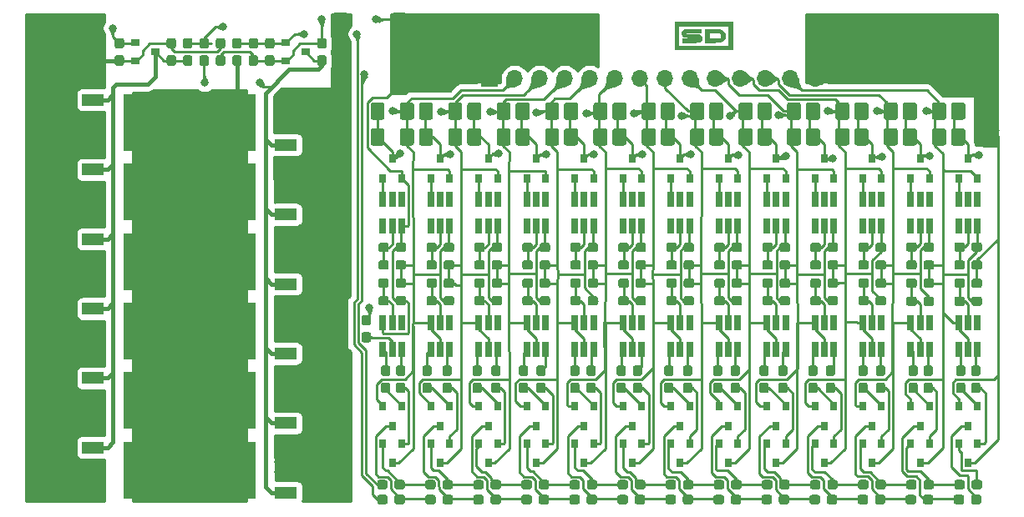
<source format=gbr>
G04 #@! TF.GenerationSoftware,KiCad,Pcbnew,(5.1.5)-3*
G04 #@! TF.CreationDate,2020-03-16T20:43:13+08:00*
G04 #@! TF.ProjectId,sd04,73643034-2e6b-4696-9361-645f70636258,v0.2*
G04 #@! TF.SameCoordinates,PX3e41030PY7464a18*
G04 #@! TF.FileFunction,Copper,L1,Top*
G04 #@! TF.FilePolarity,Positive*
%FSLAX46Y46*%
G04 Gerber Fmt 4.6, Leading zero omitted, Abs format (unit mm)*
G04 Created by KiCad (PCBNEW (5.1.5)-3) date 2020-03-16 20:43:13*
%MOMM*%
%LPD*%
G04 APERTURE LIST*
%ADD10C,0.010000*%
%ADD11C,0.100000*%
%ADD12R,0.800000X0.900000*%
%ADD13R,0.650000X1.560000*%
%ADD14R,5.000000X5.000000*%
%ADD15R,2.200000X1.200000*%
%ADD16R,6.400000X5.800000*%
%ADD17O,1.700000X1.700000*%
%ADD18R,1.700000X1.700000*%
%ADD19R,0.900000X0.800000*%
%ADD20C,0.800000*%
%ADD21C,0.250000*%
%ADD22C,0.254000*%
%ADD23C,0.762000*%
%ADD24C,0.381000*%
%ADD25C,1.270000*%
%ADD26C,0.025400*%
G04 APERTURE END LIST*
D10*
G36*
X70452552Y48577172D02*
G01*
X70620340Y48575913D01*
X70751446Y48573311D01*
X70852929Y48568954D01*
X70931847Y48562430D01*
X70995257Y48553326D01*
X71050217Y48541232D01*
X71098274Y48527453D01*
X71274878Y48452657D01*
X71408796Y48350542D01*
X71500748Y48220181D01*
X71551456Y48060648D01*
X71562809Y47929800D01*
X71544041Y47745958D01*
X71483775Y47591294D01*
X71381730Y47465427D01*
X71237626Y47367978D01*
X71109493Y47315789D01*
X71059819Y47302619D01*
X70996175Y47291957D01*
X70912379Y47283416D01*
X70802248Y47276609D01*
X70659599Y47271150D01*
X70478250Y47266654D01*
X70262750Y47262895D01*
X69545200Y47252012D01*
X69545200Y47608622D01*
X69926200Y47608622D01*
X70453250Y47616811D01*
X70633527Y47620067D01*
X70770270Y47623930D01*
X70870748Y47629075D01*
X70942224Y47636178D01*
X70991968Y47645914D01*
X71027244Y47658958D01*
X71049970Y47672254D01*
X71117266Y47745948D01*
X71155742Y47846004D01*
X71164089Y47956246D01*
X71140996Y48060497D01*
X71087861Y48140090D01*
X71037966Y48175931D01*
X70970048Y48203284D01*
X70877723Y48223088D01*
X70754607Y48236285D01*
X70594316Y48243815D01*
X70390465Y48246618D01*
X70364350Y48246680D01*
X69926200Y48247300D01*
X69926200Y47608622D01*
X69545200Y47608622D01*
X69545200Y48577500D01*
X70241024Y48577500D01*
X70452552Y48577172D01*
G37*
X70452552Y48577172D02*
X70620340Y48575913D01*
X70751446Y48573311D01*
X70852929Y48568954D01*
X70931847Y48562430D01*
X70995257Y48553326D01*
X71050217Y48541232D01*
X71098274Y48527453D01*
X71274878Y48452657D01*
X71408796Y48350542D01*
X71500748Y48220181D01*
X71551456Y48060648D01*
X71562809Y47929800D01*
X71544041Y47745958D01*
X71483775Y47591294D01*
X71381730Y47465427D01*
X71237626Y47367978D01*
X71109493Y47315789D01*
X71059819Y47302619D01*
X70996175Y47291957D01*
X70912379Y47283416D01*
X70802248Y47276609D01*
X70659599Y47271150D01*
X70478250Y47266654D01*
X70262750Y47262895D01*
X69545200Y47252012D01*
X69545200Y47608622D01*
X69926200Y47608622D01*
X70453250Y47616811D01*
X70633527Y47620067D01*
X70770270Y47623930D01*
X70870748Y47629075D01*
X70942224Y47636178D01*
X70991968Y47645914D01*
X71027244Y47658958D01*
X71049970Y47672254D01*
X71117266Y47745948D01*
X71155742Y47846004D01*
X71164089Y47956246D01*
X71140996Y48060497D01*
X71087861Y48140090D01*
X71037966Y48175931D01*
X70970048Y48203284D01*
X70877723Y48223088D01*
X70754607Y48236285D01*
X70594316Y48243815D01*
X70390465Y48246618D01*
X70364350Y48246680D01*
X69926200Y48247300D01*
X69926200Y47608622D01*
X69545200Y47608622D01*
X69545200Y48577500D01*
X70241024Y48577500D01*
X70452552Y48577172D01*
G36*
X72288400Y46545500D02*
G01*
X66446400Y46545500D01*
X66446400Y48933100D01*
X66827400Y48933100D01*
X66827400Y46926500D01*
X71907400Y46926500D01*
X71907400Y48933100D01*
X66827400Y48933100D01*
X66446400Y48933100D01*
X66446400Y49314100D01*
X72288400Y49314100D01*
X72288400Y46545500D01*
G37*
X72288400Y46545500D02*
X66446400Y46545500D01*
X66446400Y48933100D01*
X66827400Y48933100D01*
X66827400Y46926500D01*
X71907400Y46926500D01*
X71907400Y48933100D01*
X66827400Y48933100D01*
X66446400Y48933100D01*
X66446400Y49314100D01*
X72288400Y49314100D01*
X72288400Y46545500D01*
G36*
X69113400Y48247300D02*
G01*
X68395850Y48246954D01*
X68207283Y48246335D01*
X68033186Y48244761D01*
X67880651Y48242376D01*
X67756775Y48239324D01*
X67668652Y48235746D01*
X67623377Y48231788D01*
X67621150Y48231291D01*
X67573628Y48198344D01*
X67564000Y48155922D01*
X67582145Y48102252D01*
X67621150Y48082805D01*
X67661985Y48078865D01*
X67745783Y48074850D01*
X67864710Y48070991D01*
X68010929Y48067517D01*
X68176606Y48064658D01*
X68287900Y48063271D01*
X68484147Y48060791D01*
X68636524Y48057678D01*
X68751961Y48053407D01*
X68837388Y48047448D01*
X68899734Y48039275D01*
X68945930Y48028360D01*
X68982905Y48014176D01*
X68992349Y48009646D01*
X69098261Y47930962D01*
X69164602Y47821500D01*
X69189378Y47684667D01*
X69189505Y47672802D01*
X69168622Y47534479D01*
X69105135Y47423325D01*
X68997434Y47336676D01*
X68981046Y47327575D01*
X68949432Y47311525D01*
X68917276Y47298662D01*
X68878703Y47288564D01*
X68827834Y47280812D01*
X68758792Y47274985D01*
X68665700Y47270662D01*
X68542679Y47267423D01*
X68383852Y47264848D01*
X68183343Y47262516D01*
X68052950Y47261183D01*
X67233800Y47252965D01*
X67233800Y47611566D01*
X68795900Y47625000D01*
X68795900Y47752000D01*
X68135500Y47764777D01*
X67933576Y47768918D01*
X67775725Y47772990D01*
X67655224Y47777595D01*
X67565351Y47783333D01*
X67499382Y47790806D01*
X67450595Y47800616D01*
X67412267Y47813364D01*
X67377675Y47829651D01*
X67371029Y47833164D01*
X67266007Y47906320D01*
X67202589Y47996380D01*
X67174345Y48114369D01*
X67171420Y48175508D01*
X67185884Y48307050D01*
X67235999Y48408658D01*
X67328340Y48491925D01*
X67363455Y48514000D01*
X67389896Y48527985D01*
X67420476Y48539240D01*
X67460872Y48548126D01*
X67516762Y48555005D01*
X67593821Y48560237D01*
X67697729Y48564185D01*
X67834161Y48567209D01*
X68008796Y48569672D01*
X68227310Y48571933D01*
X68281550Y48572437D01*
X69113400Y48580074D01*
X69113400Y48247300D01*
G37*
X69113400Y48247300D02*
X68395850Y48246954D01*
X68207283Y48246335D01*
X68033186Y48244761D01*
X67880651Y48242376D01*
X67756775Y48239324D01*
X67668652Y48235746D01*
X67623377Y48231788D01*
X67621150Y48231291D01*
X67573628Y48198344D01*
X67564000Y48155922D01*
X67582145Y48102252D01*
X67621150Y48082805D01*
X67661985Y48078865D01*
X67745783Y48074850D01*
X67864710Y48070991D01*
X68010929Y48067517D01*
X68176606Y48064658D01*
X68287900Y48063271D01*
X68484147Y48060791D01*
X68636524Y48057678D01*
X68751961Y48053407D01*
X68837388Y48047448D01*
X68899734Y48039275D01*
X68945930Y48028360D01*
X68982905Y48014176D01*
X68992349Y48009646D01*
X69098261Y47930962D01*
X69164602Y47821500D01*
X69189378Y47684667D01*
X69189505Y47672802D01*
X69168622Y47534479D01*
X69105135Y47423325D01*
X68997434Y47336676D01*
X68981046Y47327575D01*
X68949432Y47311525D01*
X68917276Y47298662D01*
X68878703Y47288564D01*
X68827834Y47280812D01*
X68758792Y47274985D01*
X68665700Y47270662D01*
X68542679Y47267423D01*
X68383852Y47264848D01*
X68183343Y47262516D01*
X68052950Y47261183D01*
X67233800Y47252965D01*
X67233800Y47611566D01*
X68795900Y47625000D01*
X68795900Y47752000D01*
X68135500Y47764777D01*
X67933576Y47768918D01*
X67775725Y47772990D01*
X67655224Y47777595D01*
X67565351Y47783333D01*
X67499382Y47790806D01*
X67450595Y47800616D01*
X67412267Y47813364D01*
X67377675Y47829651D01*
X67371029Y47833164D01*
X67266007Y47906320D01*
X67202589Y47996380D01*
X67174345Y48114369D01*
X67171420Y48175508D01*
X67185884Y48307050D01*
X67235999Y48408658D01*
X67328340Y48491925D01*
X67363455Y48514000D01*
X67389896Y48527985D01*
X67420476Y48539240D01*
X67460872Y48548126D01*
X67516762Y48555005D01*
X67593821Y48560237D01*
X67697729Y48564185D01*
X67834161Y48567209D01*
X68008796Y48569672D01*
X68227310Y48571933D01*
X68281550Y48572437D01*
X69113400Y48580074D01*
X69113400Y48247300D01*
G04 #@! TA.AperFunction,SMDPad,CuDef*
D11*
G36*
X22339079Y45926356D02*
G01*
X22362134Y45922937D01*
X22384743Y45917273D01*
X22406687Y45909421D01*
X22427757Y45899456D01*
X22447748Y45887474D01*
X22466468Y45873590D01*
X22483738Y45857938D01*
X22499390Y45840668D01*
X22513274Y45821948D01*
X22525256Y45801957D01*
X22535221Y45780887D01*
X22543073Y45758943D01*
X22548737Y45736334D01*
X22552156Y45713279D01*
X22553300Y45690000D01*
X22553300Y45115000D01*
X22552156Y45091721D01*
X22548737Y45068666D01*
X22543073Y45046057D01*
X22535221Y45024113D01*
X22525256Y45003043D01*
X22513274Y44983052D01*
X22499390Y44964332D01*
X22483738Y44947062D01*
X22466468Y44931410D01*
X22447748Y44917526D01*
X22427757Y44905544D01*
X22406687Y44895579D01*
X22384743Y44887727D01*
X22362134Y44882063D01*
X22339079Y44878644D01*
X22315800Y44877500D01*
X21840800Y44877500D01*
X21817521Y44878644D01*
X21794466Y44882063D01*
X21771857Y44887727D01*
X21749913Y44895579D01*
X21728843Y44905544D01*
X21708852Y44917526D01*
X21690132Y44931410D01*
X21672862Y44947062D01*
X21657210Y44964332D01*
X21643326Y44983052D01*
X21631344Y45003043D01*
X21621379Y45024113D01*
X21613527Y45046057D01*
X21607863Y45068666D01*
X21604444Y45091721D01*
X21603300Y45115000D01*
X21603300Y45690000D01*
X21604444Y45713279D01*
X21607863Y45736334D01*
X21613527Y45758943D01*
X21621379Y45780887D01*
X21631344Y45801957D01*
X21643326Y45821948D01*
X21657210Y45840668D01*
X21672862Y45857938D01*
X21690132Y45873590D01*
X21708852Y45887474D01*
X21728843Y45899456D01*
X21749913Y45909421D01*
X21771857Y45917273D01*
X21794466Y45922937D01*
X21817521Y45926356D01*
X21840800Y45927500D01*
X22315800Y45927500D01*
X22339079Y45926356D01*
G37*
G04 #@! TD.AperFunction*
G04 #@! TA.AperFunction,SMDPad,CuDef*
G36*
X22339079Y47676356D02*
G01*
X22362134Y47672937D01*
X22384743Y47667273D01*
X22406687Y47659421D01*
X22427757Y47649456D01*
X22447748Y47637474D01*
X22466468Y47623590D01*
X22483738Y47607938D01*
X22499390Y47590668D01*
X22513274Y47571948D01*
X22525256Y47551957D01*
X22535221Y47530887D01*
X22543073Y47508943D01*
X22548737Y47486334D01*
X22552156Y47463279D01*
X22553300Y47440000D01*
X22553300Y46865000D01*
X22552156Y46841721D01*
X22548737Y46818666D01*
X22543073Y46796057D01*
X22535221Y46774113D01*
X22525256Y46753043D01*
X22513274Y46733052D01*
X22499390Y46714332D01*
X22483738Y46697062D01*
X22466468Y46681410D01*
X22447748Y46667526D01*
X22427757Y46655544D01*
X22406687Y46645579D01*
X22384743Y46637727D01*
X22362134Y46632063D01*
X22339079Y46628644D01*
X22315800Y46627500D01*
X21840800Y46627500D01*
X21817521Y46628644D01*
X21794466Y46632063D01*
X21771857Y46637727D01*
X21749913Y46645579D01*
X21728843Y46655544D01*
X21708852Y46667526D01*
X21690132Y46681410D01*
X21672862Y46697062D01*
X21657210Y46714332D01*
X21643326Y46733052D01*
X21631344Y46753043D01*
X21621379Y46774113D01*
X21613527Y46796057D01*
X21607863Y46818666D01*
X21604444Y46841721D01*
X21603300Y46865000D01*
X21603300Y47440000D01*
X21604444Y47463279D01*
X21607863Y47486334D01*
X21613527Y47508943D01*
X21621379Y47530887D01*
X21631344Y47551957D01*
X21643326Y47571948D01*
X21657210Y47590668D01*
X21672862Y47607938D01*
X21690132Y47623590D01*
X21708852Y47637474D01*
X21728843Y47649456D01*
X21749913Y47659421D01*
X21771857Y47667273D01*
X21794466Y47672937D01*
X21817521Y47676356D01*
X21840800Y47677500D01*
X22315800Y47677500D01*
X22339079Y47676356D01*
G37*
G04 #@! TD.AperFunction*
D12*
X37819000Y35448232D03*
X38769000Y33448232D03*
X36869000Y33448232D03*
D13*
X91337201Y31322848D03*
X90387201Y31322848D03*
X92287201Y31322848D03*
X92287201Y28622848D03*
X91337201Y28622848D03*
X90387201Y28622848D03*
G04 #@! TA.AperFunction,SMDPad,CuDef*
D11*
G36*
X33109505Y50251296D02*
G01*
X33133773Y50247696D01*
X33157572Y50241735D01*
X33180671Y50233470D01*
X33202850Y50222980D01*
X33223893Y50210368D01*
X33243599Y50195753D01*
X33261777Y50179277D01*
X33278253Y50161099D01*
X33292868Y50141393D01*
X33305480Y50120350D01*
X33315970Y50098171D01*
X33324235Y50075072D01*
X33330196Y50051273D01*
X33333796Y50027005D01*
X33335000Y50002501D01*
X33335000Y47152499D01*
X33333796Y47127995D01*
X33330196Y47103727D01*
X33324235Y47079928D01*
X33315970Y47056829D01*
X33305480Y47034650D01*
X33292868Y47013607D01*
X33278253Y46993901D01*
X33261777Y46975723D01*
X33243599Y46959247D01*
X33223893Y46944632D01*
X33202850Y46932020D01*
X33180671Y46921530D01*
X33157572Y46913265D01*
X33133773Y46907304D01*
X33109505Y46903704D01*
X33085001Y46902500D01*
X32059999Y46902500D01*
X32035495Y46903704D01*
X32011227Y46907304D01*
X31987428Y46913265D01*
X31964329Y46921530D01*
X31942150Y46932020D01*
X31921107Y46944632D01*
X31901401Y46959247D01*
X31883223Y46975723D01*
X31866747Y46993901D01*
X31852132Y47013607D01*
X31839520Y47034650D01*
X31829030Y47056829D01*
X31820765Y47079928D01*
X31814804Y47103727D01*
X31811204Y47127995D01*
X31810000Y47152499D01*
X31810000Y50002501D01*
X31811204Y50027005D01*
X31814804Y50051273D01*
X31820765Y50075072D01*
X31829030Y50098171D01*
X31839520Y50120350D01*
X31852132Y50141393D01*
X31866747Y50161099D01*
X31883223Y50179277D01*
X31901401Y50195753D01*
X31921107Y50210368D01*
X31942150Y50222980D01*
X31964329Y50233470D01*
X31987428Y50241735D01*
X32011227Y50247696D01*
X32035495Y50251296D01*
X32059999Y50252500D01*
X33085001Y50252500D01*
X33109505Y50251296D01*
G37*
G04 #@! TD.AperFunction*
G04 #@! TA.AperFunction,SMDPad,CuDef*
G36*
X39084505Y50251296D02*
G01*
X39108773Y50247696D01*
X39132572Y50241735D01*
X39155671Y50233470D01*
X39177850Y50222980D01*
X39198893Y50210368D01*
X39218599Y50195753D01*
X39236777Y50179277D01*
X39253253Y50161099D01*
X39267868Y50141393D01*
X39280480Y50120350D01*
X39290970Y50098171D01*
X39299235Y50075072D01*
X39305196Y50051273D01*
X39308796Y50027005D01*
X39310000Y50002501D01*
X39310000Y47152499D01*
X39308796Y47127995D01*
X39305196Y47103727D01*
X39299235Y47079928D01*
X39290970Y47056829D01*
X39280480Y47034650D01*
X39267868Y47013607D01*
X39253253Y46993901D01*
X39236777Y46975723D01*
X39218599Y46959247D01*
X39198893Y46944632D01*
X39177850Y46932020D01*
X39155671Y46921530D01*
X39132572Y46913265D01*
X39108773Y46907304D01*
X39084505Y46903704D01*
X39060001Y46902500D01*
X38034999Y46902500D01*
X38010495Y46903704D01*
X37986227Y46907304D01*
X37962428Y46913265D01*
X37939329Y46921530D01*
X37917150Y46932020D01*
X37896107Y46944632D01*
X37876401Y46959247D01*
X37858223Y46975723D01*
X37841747Y46993901D01*
X37827132Y47013607D01*
X37814520Y47034650D01*
X37804030Y47056829D01*
X37795765Y47079928D01*
X37789804Y47103727D01*
X37786204Y47127995D01*
X37785000Y47152499D01*
X37785000Y50002501D01*
X37786204Y50027005D01*
X37789804Y50051273D01*
X37795765Y50075072D01*
X37804030Y50098171D01*
X37814520Y50120350D01*
X37827132Y50141393D01*
X37841747Y50161099D01*
X37858223Y50179277D01*
X37876401Y50195753D01*
X37896107Y50210368D01*
X37917150Y50222980D01*
X37939329Y50233470D01*
X37962428Y50241735D01*
X37986227Y50247696D01*
X38010495Y50251296D01*
X38034999Y50252500D01*
X39060001Y50252500D01*
X39084505Y50251296D01*
G37*
G04 #@! TD.AperFunction*
D14*
X95885000Y47117000D03*
X86614000Y47053500D03*
D15*
X27040500Y29773800D03*
X27040500Y34333800D03*
D16*
X20740500Y32053800D03*
D15*
X7484000Y27273000D03*
X7484000Y22713000D03*
D16*
X13784000Y24993000D03*
D15*
X7484000Y34334000D03*
X7484000Y29774000D03*
D16*
X13784000Y32054000D03*
D15*
X7484000Y20212000D03*
X7484000Y15652000D03*
D16*
X13784000Y17932000D03*
D15*
X7484000Y13151000D03*
X7484000Y8591000D03*
D16*
X13784000Y10871000D03*
D15*
X27040500Y36835000D03*
X27040500Y41395000D03*
D16*
X20740500Y39115000D03*
D15*
X27040500Y1529000D03*
X27040500Y6089000D03*
D16*
X20740500Y3809000D03*
D15*
X27040500Y8590200D03*
X27040500Y13150200D03*
D16*
X20740500Y10870200D03*
D15*
X27040500Y15651400D03*
X27040500Y20211400D03*
D16*
X20740500Y17931400D03*
D15*
X7484000Y6090000D03*
X7484000Y1530000D03*
D16*
X13784000Y3810000D03*
D15*
X27040500Y22712600D03*
X27040500Y27272600D03*
D16*
X20740500Y24992600D03*
D15*
X7484000Y41395000D03*
X7484000Y36835000D03*
D16*
X13784000Y39115000D03*
D17*
X80708500Y43561000D03*
X78168500Y43561000D03*
X75628500Y43561000D03*
X73088500Y43561000D03*
X70548500Y43561000D03*
X68008500Y43561000D03*
X65468500Y43561000D03*
X62928500Y43561000D03*
X60388500Y43561000D03*
X57848500Y43561000D03*
X55308500Y43561000D03*
X52768500Y43561000D03*
X50228500Y43561000D03*
D18*
X47688500Y43561000D03*
D14*
X3683000Y47117000D03*
X42481500Y47498000D03*
G04 #@! TA.AperFunction,SMDPad,CuDef*
D11*
G36*
X98648500Y41132796D02*
G01*
X98672769Y41129196D01*
X98696567Y41123235D01*
X98719667Y41114970D01*
X98741845Y41104480D01*
X98762889Y41091867D01*
X98782594Y41077253D01*
X98800773Y41060777D01*
X98817249Y41042598D01*
X98831863Y41022893D01*
X98844476Y41001849D01*
X98854966Y40979671D01*
X98863231Y40956571D01*
X98869192Y40932773D01*
X98872792Y40908504D01*
X98873996Y40884000D01*
X98873996Y39634000D01*
X98872792Y39609496D01*
X98869192Y39585227D01*
X98863231Y39561429D01*
X98854966Y39538329D01*
X98844476Y39516151D01*
X98831863Y39495107D01*
X98817249Y39475402D01*
X98800773Y39457223D01*
X98782594Y39440747D01*
X98762889Y39426133D01*
X98741845Y39413520D01*
X98719667Y39403030D01*
X98696567Y39394765D01*
X98672769Y39388804D01*
X98648500Y39385204D01*
X98623996Y39384000D01*
X97698996Y39384000D01*
X97674492Y39385204D01*
X97650223Y39388804D01*
X97626425Y39394765D01*
X97603325Y39403030D01*
X97581147Y39413520D01*
X97560103Y39426133D01*
X97540398Y39440747D01*
X97522219Y39457223D01*
X97505743Y39475402D01*
X97491129Y39495107D01*
X97478516Y39516151D01*
X97468026Y39538329D01*
X97459761Y39561429D01*
X97453800Y39585227D01*
X97450200Y39609496D01*
X97448996Y39634000D01*
X97448996Y40884000D01*
X97450200Y40908504D01*
X97453800Y40932773D01*
X97459761Y40956571D01*
X97468026Y40979671D01*
X97478516Y41001849D01*
X97491129Y41022893D01*
X97505743Y41042598D01*
X97522219Y41060777D01*
X97540398Y41077253D01*
X97560103Y41091867D01*
X97581147Y41104480D01*
X97603325Y41114970D01*
X97626425Y41123235D01*
X97650223Y41129196D01*
X97674492Y41132796D01*
X97698996Y41134000D01*
X98623996Y41134000D01*
X98648500Y41132796D01*
G37*
G04 #@! TD.AperFunction*
G04 #@! TA.AperFunction,SMDPad,CuDef*
G36*
X95673500Y41132796D02*
G01*
X95697769Y41129196D01*
X95721567Y41123235D01*
X95744667Y41114970D01*
X95766845Y41104480D01*
X95787889Y41091867D01*
X95807594Y41077253D01*
X95825773Y41060777D01*
X95842249Y41042598D01*
X95856863Y41022893D01*
X95869476Y41001849D01*
X95879966Y40979671D01*
X95888231Y40956571D01*
X95894192Y40932773D01*
X95897792Y40908504D01*
X95898996Y40884000D01*
X95898996Y39634000D01*
X95897792Y39609496D01*
X95894192Y39585227D01*
X95888231Y39561429D01*
X95879966Y39538329D01*
X95869476Y39516151D01*
X95856863Y39495107D01*
X95842249Y39475402D01*
X95825773Y39457223D01*
X95807594Y39440747D01*
X95787889Y39426133D01*
X95766845Y39413520D01*
X95744667Y39403030D01*
X95721567Y39394765D01*
X95697769Y39388804D01*
X95673500Y39385204D01*
X95648996Y39384000D01*
X94723996Y39384000D01*
X94699492Y39385204D01*
X94675223Y39388804D01*
X94651425Y39394765D01*
X94628325Y39403030D01*
X94606147Y39413520D01*
X94585103Y39426133D01*
X94565398Y39440747D01*
X94547219Y39457223D01*
X94530743Y39475402D01*
X94516129Y39495107D01*
X94503516Y39516151D01*
X94493026Y39538329D01*
X94484761Y39561429D01*
X94478800Y39585227D01*
X94475200Y39609496D01*
X94473996Y39634000D01*
X94473996Y40884000D01*
X94475200Y40908504D01*
X94478800Y40932773D01*
X94484761Y40956571D01*
X94493026Y40979671D01*
X94503516Y41001849D01*
X94516129Y41022893D01*
X94530743Y41042598D01*
X94547219Y41060777D01*
X94565398Y41077253D01*
X94585103Y41091867D01*
X94606147Y41104480D01*
X94628325Y41114970D01*
X94651425Y41123235D01*
X94675223Y41129196D01*
X94699492Y41132796D01*
X94723996Y41134000D01*
X95648996Y41134000D01*
X95673500Y41132796D01*
G37*
G04 #@! TD.AperFunction*
G04 #@! TA.AperFunction,SMDPad,CuDef*
G36*
X95673500Y38517412D02*
G01*
X95697769Y38513812D01*
X95721567Y38507851D01*
X95744667Y38499586D01*
X95766845Y38489096D01*
X95787889Y38476483D01*
X95807594Y38461869D01*
X95825773Y38445393D01*
X95842249Y38427214D01*
X95856863Y38407509D01*
X95869476Y38386465D01*
X95879966Y38364287D01*
X95888231Y38341187D01*
X95894192Y38317389D01*
X95897792Y38293120D01*
X95898996Y38268616D01*
X95898996Y37018616D01*
X95897792Y36994112D01*
X95894192Y36969843D01*
X95888231Y36946045D01*
X95879966Y36922945D01*
X95869476Y36900767D01*
X95856863Y36879723D01*
X95842249Y36860018D01*
X95825773Y36841839D01*
X95807594Y36825363D01*
X95787889Y36810749D01*
X95766845Y36798136D01*
X95744667Y36787646D01*
X95721567Y36779381D01*
X95697769Y36773420D01*
X95673500Y36769820D01*
X95648996Y36768616D01*
X94723996Y36768616D01*
X94699492Y36769820D01*
X94675223Y36773420D01*
X94651425Y36779381D01*
X94628325Y36787646D01*
X94606147Y36798136D01*
X94585103Y36810749D01*
X94565398Y36825363D01*
X94547219Y36841839D01*
X94530743Y36860018D01*
X94516129Y36879723D01*
X94503516Y36900767D01*
X94493026Y36922945D01*
X94484761Y36946045D01*
X94478800Y36969843D01*
X94475200Y36994112D01*
X94473996Y37018616D01*
X94473996Y38268616D01*
X94475200Y38293120D01*
X94478800Y38317389D01*
X94484761Y38341187D01*
X94493026Y38364287D01*
X94503516Y38386465D01*
X94516129Y38407509D01*
X94530743Y38427214D01*
X94547219Y38445393D01*
X94565398Y38461869D01*
X94585103Y38476483D01*
X94606147Y38489096D01*
X94628325Y38499586D01*
X94651425Y38507851D01*
X94675223Y38513812D01*
X94699492Y38517412D01*
X94723996Y38518616D01*
X95648996Y38518616D01*
X95673500Y38517412D01*
G37*
G04 #@! TD.AperFunction*
G04 #@! TA.AperFunction,SMDPad,CuDef*
G36*
X98648500Y38517412D02*
G01*
X98672769Y38513812D01*
X98696567Y38507851D01*
X98719667Y38499586D01*
X98741845Y38489096D01*
X98762889Y38476483D01*
X98782594Y38461869D01*
X98800773Y38445393D01*
X98817249Y38427214D01*
X98831863Y38407509D01*
X98844476Y38386465D01*
X98854966Y38364287D01*
X98863231Y38341187D01*
X98869192Y38317389D01*
X98872792Y38293120D01*
X98873996Y38268616D01*
X98873996Y37018616D01*
X98872792Y36994112D01*
X98869192Y36969843D01*
X98863231Y36946045D01*
X98854966Y36922945D01*
X98844476Y36900767D01*
X98831863Y36879723D01*
X98817249Y36860018D01*
X98800773Y36841839D01*
X98782594Y36825363D01*
X98762889Y36810749D01*
X98741845Y36798136D01*
X98719667Y36787646D01*
X98696567Y36779381D01*
X98672769Y36773420D01*
X98648500Y36769820D01*
X98623996Y36768616D01*
X97698996Y36768616D01*
X97674492Y36769820D01*
X97650223Y36773420D01*
X97626425Y36779381D01*
X97603325Y36787646D01*
X97581147Y36798136D01*
X97560103Y36810749D01*
X97540398Y36825363D01*
X97522219Y36841839D01*
X97505743Y36860018D01*
X97491129Y36879723D01*
X97478516Y36900767D01*
X97468026Y36922945D01*
X97459761Y36946045D01*
X97453800Y36969843D01*
X97450200Y36994112D01*
X97448996Y37018616D01*
X97448996Y38268616D01*
X97450200Y38293120D01*
X97453800Y38317389D01*
X97459761Y38341187D01*
X97468026Y38364287D01*
X97478516Y38386465D01*
X97491129Y38407509D01*
X97505743Y38427214D01*
X97522219Y38445393D01*
X97540398Y38461869D01*
X97560103Y38476483D01*
X97581147Y38489096D01*
X97603325Y38499586D01*
X97626425Y38507851D01*
X97650223Y38513812D01*
X97674492Y38517412D01*
X97698996Y38518616D01*
X98623996Y38518616D01*
X98648500Y38517412D01*
G37*
G04 #@! TD.AperFunction*
D13*
X37819000Y31322848D03*
X36869000Y31322848D03*
X38769000Y31322848D03*
X38769000Y28622848D03*
X37819000Y28622848D03*
X36869000Y28622848D03*
X42684291Y31322848D03*
X41734291Y31322848D03*
X43634291Y31322848D03*
X43634291Y28622848D03*
X42684291Y28622848D03*
X41734291Y28622848D03*
X47549582Y31322848D03*
X46599582Y31322848D03*
X48499582Y31322848D03*
X48499582Y28622848D03*
X47549582Y28622848D03*
X46599582Y28622848D03*
D12*
X42684291Y35448232D03*
X43634291Y33448232D03*
X41734291Y33448232D03*
X47549582Y35448232D03*
X48499582Y33448232D03*
X46599582Y33448232D03*
D13*
X52414873Y31322848D03*
X51464873Y31322848D03*
X53364873Y31322848D03*
X53364873Y28622848D03*
X52414873Y28622848D03*
X51464873Y28622848D03*
X57280164Y31322848D03*
X56330164Y31322848D03*
X58230164Y31322848D03*
X58230164Y28622848D03*
X57280164Y28622848D03*
X56330164Y28622848D03*
X62145455Y31322848D03*
X61195455Y31322848D03*
X63095455Y31322848D03*
X63095455Y28622848D03*
X62145455Y28622848D03*
X61195455Y28622848D03*
X67010746Y31322848D03*
X66060746Y31322848D03*
X67960746Y31322848D03*
X67960746Y28622848D03*
X67010746Y28622848D03*
X66060746Y28622848D03*
X71876037Y31322848D03*
X70926037Y31322848D03*
X72826037Y31322848D03*
X72826037Y28622848D03*
X71876037Y28622848D03*
X70926037Y28622848D03*
X76741328Y31322848D03*
X75791328Y31322848D03*
X77691328Y31322848D03*
X77691328Y28622848D03*
X76741328Y28622848D03*
X75791328Y28622848D03*
X81606619Y31322848D03*
X80656619Y31322848D03*
X82556619Y31322848D03*
X82556619Y28622848D03*
X81606619Y28622848D03*
X80656619Y28622848D03*
X86471910Y31322848D03*
X85521910Y31322848D03*
X87421910Y31322848D03*
X87421910Y28622848D03*
X86471910Y28622848D03*
X85521910Y28622848D03*
X96202492Y31322848D03*
X95252492Y31322848D03*
X97152492Y31322848D03*
X97152492Y28622848D03*
X96202492Y28622848D03*
X95252492Y28622848D03*
D12*
X52414873Y35448232D03*
X53364873Y33448232D03*
X51464873Y33448232D03*
X57280164Y35448232D03*
X58230164Y33448232D03*
X56330164Y33448232D03*
X62145455Y35448232D03*
X63095455Y33448232D03*
X61195455Y33448232D03*
X67010746Y35448232D03*
X67960746Y33448232D03*
X66060746Y33448232D03*
X71876037Y35448232D03*
X72826037Y33448232D03*
X70926037Y33448232D03*
X76741328Y35448232D03*
X77691328Y33448232D03*
X75791328Y33448232D03*
X81606619Y35448232D03*
X82556619Y33448232D03*
X80656619Y33448232D03*
X86471910Y35448232D03*
X87421910Y33448232D03*
X85521910Y33448232D03*
X91337201Y35448232D03*
X92287201Y33448232D03*
X90387201Y33448232D03*
X96202492Y35448232D03*
X97152492Y33448232D03*
X95252492Y33448232D03*
G04 #@! TA.AperFunction,SMDPad,CuDef*
D11*
G36*
X10420779Y45926356D02*
G01*
X10443834Y45922937D01*
X10466443Y45917273D01*
X10488387Y45909421D01*
X10509457Y45899456D01*
X10529448Y45887474D01*
X10548168Y45873590D01*
X10565438Y45857938D01*
X10581090Y45840668D01*
X10594974Y45821948D01*
X10606956Y45801957D01*
X10616921Y45780887D01*
X10624773Y45758943D01*
X10630437Y45736334D01*
X10633856Y45713279D01*
X10635000Y45690000D01*
X10635000Y45115000D01*
X10633856Y45091721D01*
X10630437Y45068666D01*
X10624773Y45046057D01*
X10616921Y45024113D01*
X10606956Y45003043D01*
X10594974Y44983052D01*
X10581090Y44964332D01*
X10565438Y44947062D01*
X10548168Y44931410D01*
X10529448Y44917526D01*
X10509457Y44905544D01*
X10488387Y44895579D01*
X10466443Y44887727D01*
X10443834Y44882063D01*
X10420779Y44878644D01*
X10397500Y44877500D01*
X9922500Y44877500D01*
X9899221Y44878644D01*
X9876166Y44882063D01*
X9853557Y44887727D01*
X9831613Y44895579D01*
X9810543Y44905544D01*
X9790552Y44917526D01*
X9771832Y44931410D01*
X9754562Y44947062D01*
X9738910Y44964332D01*
X9725026Y44983052D01*
X9713044Y45003043D01*
X9703079Y45024113D01*
X9695227Y45046057D01*
X9689563Y45068666D01*
X9686144Y45091721D01*
X9685000Y45115000D01*
X9685000Y45690000D01*
X9686144Y45713279D01*
X9689563Y45736334D01*
X9695227Y45758943D01*
X9703079Y45780887D01*
X9713044Y45801957D01*
X9725026Y45821948D01*
X9738910Y45840668D01*
X9754562Y45857938D01*
X9771832Y45873590D01*
X9790552Y45887474D01*
X9810543Y45899456D01*
X9831613Y45909421D01*
X9853557Y45917273D01*
X9876166Y45922937D01*
X9899221Y45926356D01*
X9922500Y45927500D01*
X10397500Y45927500D01*
X10420779Y45926356D01*
G37*
G04 #@! TD.AperFunction*
G04 #@! TA.AperFunction,SMDPad,CuDef*
G36*
X10420779Y47676356D02*
G01*
X10443834Y47672937D01*
X10466443Y47667273D01*
X10488387Y47659421D01*
X10509457Y47649456D01*
X10529448Y47637474D01*
X10548168Y47623590D01*
X10565438Y47607938D01*
X10581090Y47590668D01*
X10594974Y47571948D01*
X10606956Y47551957D01*
X10616921Y47530887D01*
X10624773Y47508943D01*
X10630437Y47486334D01*
X10633856Y47463279D01*
X10635000Y47440000D01*
X10635000Y46865000D01*
X10633856Y46841721D01*
X10630437Y46818666D01*
X10624773Y46796057D01*
X10616921Y46774113D01*
X10606956Y46753043D01*
X10594974Y46733052D01*
X10581090Y46714332D01*
X10565438Y46697062D01*
X10548168Y46681410D01*
X10529448Y46667526D01*
X10509457Y46655544D01*
X10488387Y46645579D01*
X10466443Y46637727D01*
X10443834Y46632063D01*
X10420779Y46628644D01*
X10397500Y46627500D01*
X9922500Y46627500D01*
X9899221Y46628644D01*
X9876166Y46632063D01*
X9853557Y46637727D01*
X9831613Y46645579D01*
X9810543Y46655544D01*
X9790552Y46667526D01*
X9771832Y46681410D01*
X9754562Y46697062D01*
X9738910Y46714332D01*
X9725026Y46733052D01*
X9713044Y46753043D01*
X9703079Y46774113D01*
X9695227Y46796057D01*
X9689563Y46818666D01*
X9686144Y46841721D01*
X9685000Y46865000D01*
X9685000Y47440000D01*
X9686144Y47463279D01*
X9689563Y47486334D01*
X9695227Y47508943D01*
X9703079Y47530887D01*
X9713044Y47551957D01*
X9725026Y47571948D01*
X9738910Y47590668D01*
X9754562Y47607938D01*
X9771832Y47623590D01*
X9790552Y47637474D01*
X9810543Y47649456D01*
X9831613Y47659421D01*
X9853557Y47667273D01*
X9876166Y47672937D01*
X9899221Y47676356D01*
X9922500Y47677500D01*
X10397500Y47677500D01*
X10420779Y47676356D01*
G37*
G04 #@! TD.AperFunction*
G04 #@! TA.AperFunction,SMDPad,CuDef*
G36*
X37254779Y25105936D02*
G01*
X37277834Y25102517D01*
X37300443Y25096853D01*
X37322387Y25089001D01*
X37343457Y25079036D01*
X37363448Y25067054D01*
X37382168Y25053170D01*
X37399438Y25037518D01*
X37415090Y25020248D01*
X37428974Y25001528D01*
X37440956Y24981537D01*
X37450921Y24960467D01*
X37458773Y24938523D01*
X37464437Y24915914D01*
X37467856Y24892859D01*
X37469000Y24869580D01*
X37469000Y24394580D01*
X37467856Y24371301D01*
X37464437Y24348246D01*
X37458773Y24325637D01*
X37450921Y24303693D01*
X37440956Y24282623D01*
X37428974Y24262632D01*
X37415090Y24243912D01*
X37399438Y24226642D01*
X37382168Y24210990D01*
X37363448Y24197106D01*
X37343457Y24185124D01*
X37322387Y24175159D01*
X37300443Y24167307D01*
X37277834Y24161643D01*
X37254779Y24158224D01*
X37231500Y24157080D01*
X36656500Y24157080D01*
X36633221Y24158224D01*
X36610166Y24161643D01*
X36587557Y24167307D01*
X36565613Y24175159D01*
X36544543Y24185124D01*
X36524552Y24197106D01*
X36505832Y24210990D01*
X36488562Y24226642D01*
X36472910Y24243912D01*
X36459026Y24262632D01*
X36447044Y24282623D01*
X36437079Y24303693D01*
X36429227Y24325637D01*
X36423563Y24348246D01*
X36420144Y24371301D01*
X36419000Y24394580D01*
X36419000Y24869580D01*
X36420144Y24892859D01*
X36423563Y24915914D01*
X36429227Y24938523D01*
X36437079Y24960467D01*
X36447044Y24981537D01*
X36459026Y25001528D01*
X36472910Y25020248D01*
X36488562Y25037518D01*
X36505832Y25053170D01*
X36524552Y25067054D01*
X36544543Y25079036D01*
X36565613Y25089001D01*
X36587557Y25096853D01*
X36610166Y25102517D01*
X36633221Y25105936D01*
X36656500Y25107080D01*
X37231500Y25107080D01*
X37254779Y25105936D01*
G37*
G04 #@! TD.AperFunction*
G04 #@! TA.AperFunction,SMDPad,CuDef*
G36*
X39004779Y25105936D02*
G01*
X39027834Y25102517D01*
X39050443Y25096853D01*
X39072387Y25089001D01*
X39093457Y25079036D01*
X39113448Y25067054D01*
X39132168Y25053170D01*
X39149438Y25037518D01*
X39165090Y25020248D01*
X39178974Y25001528D01*
X39190956Y24981537D01*
X39200921Y24960467D01*
X39208773Y24938523D01*
X39214437Y24915914D01*
X39217856Y24892859D01*
X39219000Y24869580D01*
X39219000Y24394580D01*
X39217856Y24371301D01*
X39214437Y24348246D01*
X39208773Y24325637D01*
X39200921Y24303693D01*
X39190956Y24282623D01*
X39178974Y24262632D01*
X39165090Y24243912D01*
X39149438Y24226642D01*
X39132168Y24210990D01*
X39113448Y24197106D01*
X39093457Y24185124D01*
X39072387Y24175159D01*
X39050443Y24167307D01*
X39027834Y24161643D01*
X39004779Y24158224D01*
X38981500Y24157080D01*
X38406500Y24157080D01*
X38383221Y24158224D01*
X38360166Y24161643D01*
X38337557Y24167307D01*
X38315613Y24175159D01*
X38294543Y24185124D01*
X38274552Y24197106D01*
X38255832Y24210990D01*
X38238562Y24226642D01*
X38222910Y24243912D01*
X38209026Y24262632D01*
X38197044Y24282623D01*
X38187079Y24303693D01*
X38179227Y24325637D01*
X38173563Y24348246D01*
X38170144Y24371301D01*
X38169000Y24394580D01*
X38169000Y24869580D01*
X38170144Y24892859D01*
X38173563Y24915914D01*
X38179227Y24938523D01*
X38187079Y24960467D01*
X38197044Y24981537D01*
X38209026Y25001528D01*
X38222910Y25020248D01*
X38238562Y25037518D01*
X38255832Y25053170D01*
X38274552Y25067054D01*
X38294543Y25079036D01*
X38315613Y25089001D01*
X38337557Y25096853D01*
X38360166Y25102517D01*
X38383221Y25105936D01*
X38406500Y25107080D01*
X38981500Y25107080D01*
X39004779Y25105936D01*
G37*
G04 #@! TD.AperFunction*
G04 #@! TA.AperFunction,SMDPad,CuDef*
G36*
X42120070Y25105936D02*
G01*
X42143125Y25102517D01*
X42165734Y25096853D01*
X42187678Y25089001D01*
X42208748Y25079036D01*
X42228739Y25067054D01*
X42247459Y25053170D01*
X42264729Y25037518D01*
X42280381Y25020248D01*
X42294265Y25001528D01*
X42306247Y24981537D01*
X42316212Y24960467D01*
X42324064Y24938523D01*
X42329728Y24915914D01*
X42333147Y24892859D01*
X42334291Y24869580D01*
X42334291Y24394580D01*
X42333147Y24371301D01*
X42329728Y24348246D01*
X42324064Y24325637D01*
X42316212Y24303693D01*
X42306247Y24282623D01*
X42294265Y24262632D01*
X42280381Y24243912D01*
X42264729Y24226642D01*
X42247459Y24210990D01*
X42228739Y24197106D01*
X42208748Y24185124D01*
X42187678Y24175159D01*
X42165734Y24167307D01*
X42143125Y24161643D01*
X42120070Y24158224D01*
X42096791Y24157080D01*
X41521791Y24157080D01*
X41498512Y24158224D01*
X41475457Y24161643D01*
X41452848Y24167307D01*
X41430904Y24175159D01*
X41409834Y24185124D01*
X41389843Y24197106D01*
X41371123Y24210990D01*
X41353853Y24226642D01*
X41338201Y24243912D01*
X41324317Y24262632D01*
X41312335Y24282623D01*
X41302370Y24303693D01*
X41294518Y24325637D01*
X41288854Y24348246D01*
X41285435Y24371301D01*
X41284291Y24394580D01*
X41284291Y24869580D01*
X41285435Y24892859D01*
X41288854Y24915914D01*
X41294518Y24938523D01*
X41302370Y24960467D01*
X41312335Y24981537D01*
X41324317Y25001528D01*
X41338201Y25020248D01*
X41353853Y25037518D01*
X41371123Y25053170D01*
X41389843Y25067054D01*
X41409834Y25079036D01*
X41430904Y25089001D01*
X41452848Y25096853D01*
X41475457Y25102517D01*
X41498512Y25105936D01*
X41521791Y25107080D01*
X42096791Y25107080D01*
X42120070Y25105936D01*
G37*
G04 #@! TD.AperFunction*
G04 #@! TA.AperFunction,SMDPad,CuDef*
G36*
X43870070Y25105936D02*
G01*
X43893125Y25102517D01*
X43915734Y25096853D01*
X43937678Y25089001D01*
X43958748Y25079036D01*
X43978739Y25067054D01*
X43997459Y25053170D01*
X44014729Y25037518D01*
X44030381Y25020248D01*
X44044265Y25001528D01*
X44056247Y24981537D01*
X44066212Y24960467D01*
X44074064Y24938523D01*
X44079728Y24915914D01*
X44083147Y24892859D01*
X44084291Y24869580D01*
X44084291Y24394580D01*
X44083147Y24371301D01*
X44079728Y24348246D01*
X44074064Y24325637D01*
X44066212Y24303693D01*
X44056247Y24282623D01*
X44044265Y24262632D01*
X44030381Y24243912D01*
X44014729Y24226642D01*
X43997459Y24210990D01*
X43978739Y24197106D01*
X43958748Y24185124D01*
X43937678Y24175159D01*
X43915734Y24167307D01*
X43893125Y24161643D01*
X43870070Y24158224D01*
X43846791Y24157080D01*
X43271791Y24157080D01*
X43248512Y24158224D01*
X43225457Y24161643D01*
X43202848Y24167307D01*
X43180904Y24175159D01*
X43159834Y24185124D01*
X43139843Y24197106D01*
X43121123Y24210990D01*
X43103853Y24226642D01*
X43088201Y24243912D01*
X43074317Y24262632D01*
X43062335Y24282623D01*
X43052370Y24303693D01*
X43044518Y24325637D01*
X43038854Y24348246D01*
X43035435Y24371301D01*
X43034291Y24394580D01*
X43034291Y24869580D01*
X43035435Y24892859D01*
X43038854Y24915914D01*
X43044518Y24938523D01*
X43052370Y24960467D01*
X43062335Y24981537D01*
X43074317Y25001528D01*
X43088201Y25020248D01*
X43103853Y25037518D01*
X43121123Y25053170D01*
X43139843Y25067054D01*
X43159834Y25079036D01*
X43180904Y25089001D01*
X43202848Y25096853D01*
X43225457Y25102517D01*
X43248512Y25105936D01*
X43271791Y25107080D01*
X43846791Y25107080D01*
X43870070Y25105936D01*
G37*
G04 #@! TD.AperFunction*
G04 #@! TA.AperFunction,SMDPad,CuDef*
G36*
X46985361Y25105936D02*
G01*
X47008416Y25102517D01*
X47031025Y25096853D01*
X47052969Y25089001D01*
X47074039Y25079036D01*
X47094030Y25067054D01*
X47112750Y25053170D01*
X47130020Y25037518D01*
X47145672Y25020248D01*
X47159556Y25001528D01*
X47171538Y24981537D01*
X47181503Y24960467D01*
X47189355Y24938523D01*
X47195019Y24915914D01*
X47198438Y24892859D01*
X47199582Y24869580D01*
X47199582Y24394580D01*
X47198438Y24371301D01*
X47195019Y24348246D01*
X47189355Y24325637D01*
X47181503Y24303693D01*
X47171538Y24282623D01*
X47159556Y24262632D01*
X47145672Y24243912D01*
X47130020Y24226642D01*
X47112750Y24210990D01*
X47094030Y24197106D01*
X47074039Y24185124D01*
X47052969Y24175159D01*
X47031025Y24167307D01*
X47008416Y24161643D01*
X46985361Y24158224D01*
X46962082Y24157080D01*
X46387082Y24157080D01*
X46363803Y24158224D01*
X46340748Y24161643D01*
X46318139Y24167307D01*
X46296195Y24175159D01*
X46275125Y24185124D01*
X46255134Y24197106D01*
X46236414Y24210990D01*
X46219144Y24226642D01*
X46203492Y24243912D01*
X46189608Y24262632D01*
X46177626Y24282623D01*
X46167661Y24303693D01*
X46159809Y24325637D01*
X46154145Y24348246D01*
X46150726Y24371301D01*
X46149582Y24394580D01*
X46149582Y24869580D01*
X46150726Y24892859D01*
X46154145Y24915914D01*
X46159809Y24938523D01*
X46167661Y24960467D01*
X46177626Y24981537D01*
X46189608Y25001528D01*
X46203492Y25020248D01*
X46219144Y25037518D01*
X46236414Y25053170D01*
X46255134Y25067054D01*
X46275125Y25079036D01*
X46296195Y25089001D01*
X46318139Y25096853D01*
X46340748Y25102517D01*
X46363803Y25105936D01*
X46387082Y25107080D01*
X46962082Y25107080D01*
X46985361Y25105936D01*
G37*
G04 #@! TD.AperFunction*
G04 #@! TA.AperFunction,SMDPad,CuDef*
G36*
X48735361Y25105936D02*
G01*
X48758416Y25102517D01*
X48781025Y25096853D01*
X48802969Y25089001D01*
X48824039Y25079036D01*
X48844030Y25067054D01*
X48862750Y25053170D01*
X48880020Y25037518D01*
X48895672Y25020248D01*
X48909556Y25001528D01*
X48921538Y24981537D01*
X48931503Y24960467D01*
X48939355Y24938523D01*
X48945019Y24915914D01*
X48948438Y24892859D01*
X48949582Y24869580D01*
X48949582Y24394580D01*
X48948438Y24371301D01*
X48945019Y24348246D01*
X48939355Y24325637D01*
X48931503Y24303693D01*
X48921538Y24282623D01*
X48909556Y24262632D01*
X48895672Y24243912D01*
X48880020Y24226642D01*
X48862750Y24210990D01*
X48844030Y24197106D01*
X48824039Y24185124D01*
X48802969Y24175159D01*
X48781025Y24167307D01*
X48758416Y24161643D01*
X48735361Y24158224D01*
X48712082Y24157080D01*
X48137082Y24157080D01*
X48113803Y24158224D01*
X48090748Y24161643D01*
X48068139Y24167307D01*
X48046195Y24175159D01*
X48025125Y24185124D01*
X48005134Y24197106D01*
X47986414Y24210990D01*
X47969144Y24226642D01*
X47953492Y24243912D01*
X47939608Y24262632D01*
X47927626Y24282623D01*
X47917661Y24303693D01*
X47909809Y24325637D01*
X47904145Y24348246D01*
X47900726Y24371301D01*
X47899582Y24394580D01*
X47899582Y24869580D01*
X47900726Y24892859D01*
X47904145Y24915914D01*
X47909809Y24938523D01*
X47917661Y24960467D01*
X47927626Y24981537D01*
X47939608Y25001528D01*
X47953492Y25020248D01*
X47969144Y25037518D01*
X47986414Y25053170D01*
X48005134Y25067054D01*
X48025125Y25079036D01*
X48046195Y25089001D01*
X48068139Y25096853D01*
X48090748Y25102517D01*
X48113803Y25105936D01*
X48137082Y25107080D01*
X48712082Y25107080D01*
X48735361Y25105936D01*
G37*
G04 #@! TD.AperFunction*
G04 #@! TA.AperFunction,SMDPad,CuDef*
G36*
X15686879Y47676356D02*
G01*
X15709934Y47672937D01*
X15732543Y47667273D01*
X15754487Y47659421D01*
X15775557Y47649456D01*
X15795548Y47637474D01*
X15814268Y47623590D01*
X15831538Y47607938D01*
X15847190Y47590668D01*
X15861074Y47571948D01*
X15873056Y47551957D01*
X15883021Y47530887D01*
X15890873Y47508943D01*
X15896537Y47486334D01*
X15899956Y47463279D01*
X15901100Y47440000D01*
X15901100Y46865000D01*
X15899956Y46841721D01*
X15896537Y46818666D01*
X15890873Y46796057D01*
X15883021Y46774113D01*
X15873056Y46753043D01*
X15861074Y46733052D01*
X15847190Y46714332D01*
X15831538Y46697062D01*
X15814268Y46681410D01*
X15795548Y46667526D01*
X15775557Y46655544D01*
X15754487Y46645579D01*
X15732543Y46637727D01*
X15709934Y46632063D01*
X15686879Y46628644D01*
X15663600Y46627500D01*
X15188600Y46627500D01*
X15165321Y46628644D01*
X15142266Y46632063D01*
X15119657Y46637727D01*
X15097713Y46645579D01*
X15076643Y46655544D01*
X15056652Y46667526D01*
X15037932Y46681410D01*
X15020662Y46697062D01*
X15005010Y46714332D01*
X14991126Y46733052D01*
X14979144Y46753043D01*
X14969179Y46774113D01*
X14961327Y46796057D01*
X14955663Y46818666D01*
X14952244Y46841721D01*
X14951100Y46865000D01*
X14951100Y47440000D01*
X14952244Y47463279D01*
X14955663Y47486334D01*
X14961327Y47508943D01*
X14969179Y47530887D01*
X14979144Y47551957D01*
X14991126Y47571948D01*
X15005010Y47590668D01*
X15020662Y47607938D01*
X15037932Y47623590D01*
X15056652Y47637474D01*
X15076643Y47649456D01*
X15097713Y47659421D01*
X15119657Y47667273D01*
X15142266Y47672937D01*
X15165321Y47676356D01*
X15188600Y47677500D01*
X15663600Y47677500D01*
X15686879Y47676356D01*
G37*
G04 #@! TD.AperFunction*
G04 #@! TA.AperFunction,SMDPad,CuDef*
G36*
X15686879Y45926356D02*
G01*
X15709934Y45922937D01*
X15732543Y45917273D01*
X15754487Y45909421D01*
X15775557Y45899456D01*
X15795548Y45887474D01*
X15814268Y45873590D01*
X15831538Y45857938D01*
X15847190Y45840668D01*
X15861074Y45821948D01*
X15873056Y45801957D01*
X15883021Y45780887D01*
X15890873Y45758943D01*
X15896537Y45736334D01*
X15899956Y45713279D01*
X15901100Y45690000D01*
X15901100Y45115000D01*
X15899956Y45091721D01*
X15896537Y45068666D01*
X15890873Y45046057D01*
X15883021Y45024113D01*
X15873056Y45003043D01*
X15861074Y44983052D01*
X15847190Y44964332D01*
X15831538Y44947062D01*
X15814268Y44931410D01*
X15795548Y44917526D01*
X15775557Y44905544D01*
X15754487Y44895579D01*
X15732543Y44887727D01*
X15709934Y44882063D01*
X15686879Y44878644D01*
X15663600Y44877500D01*
X15188600Y44877500D01*
X15165321Y44878644D01*
X15142266Y44882063D01*
X15119657Y44887727D01*
X15097713Y44895579D01*
X15076643Y44905544D01*
X15056652Y44917526D01*
X15037932Y44931410D01*
X15020662Y44947062D01*
X15005010Y44964332D01*
X14991126Y44983052D01*
X14979144Y45003043D01*
X14969179Y45024113D01*
X14961327Y45046057D01*
X14955663Y45068666D01*
X14952244Y45091721D01*
X14951100Y45115000D01*
X14951100Y45690000D01*
X14952244Y45713279D01*
X14955663Y45736334D01*
X14961327Y45758943D01*
X14969179Y45780887D01*
X14979144Y45801957D01*
X14991126Y45821948D01*
X15005010Y45840668D01*
X15020662Y45857938D01*
X15037932Y45873590D01*
X15056652Y45887474D01*
X15076643Y45899456D01*
X15097713Y45909421D01*
X15119657Y45917273D01*
X15142266Y45922937D01*
X15165321Y45926356D01*
X15188600Y45927500D01*
X15663600Y45927500D01*
X15686879Y45926356D01*
G37*
G04 #@! TD.AperFunction*
G04 #@! TA.AperFunction,SMDPad,CuDef*
G36*
X20676029Y45926356D02*
G01*
X20699084Y45922937D01*
X20721693Y45917273D01*
X20743637Y45909421D01*
X20764707Y45899456D01*
X20784698Y45887474D01*
X20803418Y45873590D01*
X20820688Y45857938D01*
X20836340Y45840668D01*
X20850224Y45821948D01*
X20862206Y45801957D01*
X20872171Y45780887D01*
X20880023Y45758943D01*
X20885687Y45736334D01*
X20889106Y45713279D01*
X20890250Y45690000D01*
X20890250Y45115000D01*
X20889106Y45091721D01*
X20885687Y45068666D01*
X20880023Y45046057D01*
X20872171Y45024113D01*
X20862206Y45003043D01*
X20850224Y44983052D01*
X20836340Y44964332D01*
X20820688Y44947062D01*
X20803418Y44931410D01*
X20784698Y44917526D01*
X20764707Y44905544D01*
X20743637Y44895579D01*
X20721693Y44887727D01*
X20699084Y44882063D01*
X20676029Y44878644D01*
X20652750Y44877500D01*
X20177750Y44877500D01*
X20154471Y44878644D01*
X20131416Y44882063D01*
X20108807Y44887727D01*
X20086863Y44895579D01*
X20065793Y44905544D01*
X20045802Y44917526D01*
X20027082Y44931410D01*
X20009812Y44947062D01*
X19994160Y44964332D01*
X19980276Y44983052D01*
X19968294Y45003043D01*
X19958329Y45024113D01*
X19950477Y45046057D01*
X19944813Y45068666D01*
X19941394Y45091721D01*
X19940250Y45115000D01*
X19940250Y45690000D01*
X19941394Y45713279D01*
X19944813Y45736334D01*
X19950477Y45758943D01*
X19958329Y45780887D01*
X19968294Y45801957D01*
X19980276Y45821948D01*
X19994160Y45840668D01*
X20009812Y45857938D01*
X20027082Y45873590D01*
X20045802Y45887474D01*
X20065793Y45899456D01*
X20086863Y45909421D01*
X20108807Y45917273D01*
X20131416Y45922937D01*
X20154471Y45926356D01*
X20177750Y45927500D01*
X20652750Y45927500D01*
X20676029Y45926356D01*
G37*
G04 #@! TD.AperFunction*
G04 #@! TA.AperFunction,SMDPad,CuDef*
G36*
X20676029Y47676356D02*
G01*
X20699084Y47672937D01*
X20721693Y47667273D01*
X20743637Y47659421D01*
X20764707Y47649456D01*
X20784698Y47637474D01*
X20803418Y47623590D01*
X20820688Y47607938D01*
X20836340Y47590668D01*
X20850224Y47571948D01*
X20862206Y47551957D01*
X20872171Y47530887D01*
X20880023Y47508943D01*
X20885687Y47486334D01*
X20889106Y47463279D01*
X20890250Y47440000D01*
X20890250Y46865000D01*
X20889106Y46841721D01*
X20885687Y46818666D01*
X20880023Y46796057D01*
X20872171Y46774113D01*
X20862206Y46753043D01*
X20850224Y46733052D01*
X20836340Y46714332D01*
X20820688Y46697062D01*
X20803418Y46681410D01*
X20784698Y46667526D01*
X20764707Y46655544D01*
X20743637Y46645579D01*
X20721693Y46637727D01*
X20699084Y46632063D01*
X20676029Y46628644D01*
X20652750Y46627500D01*
X20177750Y46627500D01*
X20154471Y46628644D01*
X20131416Y46632063D01*
X20108807Y46637727D01*
X20086863Y46645579D01*
X20065793Y46655544D01*
X20045802Y46667526D01*
X20027082Y46681410D01*
X20009812Y46697062D01*
X19994160Y46714332D01*
X19980276Y46733052D01*
X19968294Y46753043D01*
X19958329Y46774113D01*
X19950477Y46796057D01*
X19944813Y46818666D01*
X19941394Y46841721D01*
X19940250Y46865000D01*
X19940250Y47440000D01*
X19941394Y47463279D01*
X19944813Y47486334D01*
X19950477Y47508943D01*
X19958329Y47530887D01*
X19968294Y47551957D01*
X19980276Y47571948D01*
X19994160Y47590668D01*
X20009812Y47607938D01*
X20027082Y47623590D01*
X20045802Y47637474D01*
X20065793Y47649456D01*
X20086863Y47659421D01*
X20108807Y47667273D01*
X20131416Y47672937D01*
X20154471Y47676356D01*
X20177750Y47677500D01*
X20652750Y47677500D01*
X20676029Y47676356D01*
G37*
G04 #@! TD.AperFunction*
G04 #@! TA.AperFunction,SMDPad,CuDef*
G36*
X17349929Y45926356D02*
G01*
X17372984Y45922937D01*
X17395593Y45917273D01*
X17417537Y45909421D01*
X17438607Y45899456D01*
X17458598Y45887474D01*
X17477318Y45873590D01*
X17494588Y45857938D01*
X17510240Y45840668D01*
X17524124Y45821948D01*
X17536106Y45801957D01*
X17546071Y45780887D01*
X17553923Y45758943D01*
X17559587Y45736334D01*
X17563006Y45713279D01*
X17564150Y45690000D01*
X17564150Y45115000D01*
X17563006Y45091721D01*
X17559587Y45068666D01*
X17553923Y45046057D01*
X17546071Y45024113D01*
X17536106Y45003043D01*
X17524124Y44983052D01*
X17510240Y44964332D01*
X17494588Y44947062D01*
X17477318Y44931410D01*
X17458598Y44917526D01*
X17438607Y44905544D01*
X17417537Y44895579D01*
X17395593Y44887727D01*
X17372984Y44882063D01*
X17349929Y44878644D01*
X17326650Y44877500D01*
X16851650Y44877500D01*
X16828371Y44878644D01*
X16805316Y44882063D01*
X16782707Y44887727D01*
X16760763Y44895579D01*
X16739693Y44905544D01*
X16719702Y44917526D01*
X16700982Y44931410D01*
X16683712Y44947062D01*
X16668060Y44964332D01*
X16654176Y44983052D01*
X16642194Y45003043D01*
X16632229Y45024113D01*
X16624377Y45046057D01*
X16618713Y45068666D01*
X16615294Y45091721D01*
X16614150Y45115000D01*
X16614150Y45690000D01*
X16615294Y45713279D01*
X16618713Y45736334D01*
X16624377Y45758943D01*
X16632229Y45780887D01*
X16642194Y45801957D01*
X16654176Y45821948D01*
X16668060Y45840668D01*
X16683712Y45857938D01*
X16700982Y45873590D01*
X16719702Y45887474D01*
X16739693Y45899456D01*
X16760763Y45909421D01*
X16782707Y45917273D01*
X16805316Y45922937D01*
X16828371Y45926356D01*
X16851650Y45927500D01*
X17326650Y45927500D01*
X17349929Y45926356D01*
G37*
G04 #@! TD.AperFunction*
G04 #@! TA.AperFunction,SMDPad,CuDef*
G36*
X17349929Y47676356D02*
G01*
X17372984Y47672937D01*
X17395593Y47667273D01*
X17417537Y47659421D01*
X17438607Y47649456D01*
X17458598Y47637474D01*
X17477318Y47623590D01*
X17494588Y47607938D01*
X17510240Y47590668D01*
X17524124Y47571948D01*
X17536106Y47551957D01*
X17546071Y47530887D01*
X17553923Y47508943D01*
X17559587Y47486334D01*
X17563006Y47463279D01*
X17564150Y47440000D01*
X17564150Y46865000D01*
X17563006Y46841721D01*
X17559587Y46818666D01*
X17553923Y46796057D01*
X17546071Y46774113D01*
X17536106Y46753043D01*
X17524124Y46733052D01*
X17510240Y46714332D01*
X17494588Y46697062D01*
X17477318Y46681410D01*
X17458598Y46667526D01*
X17438607Y46655544D01*
X17417537Y46645579D01*
X17395593Y46637727D01*
X17372984Y46632063D01*
X17349929Y46628644D01*
X17326650Y46627500D01*
X16851650Y46627500D01*
X16828371Y46628644D01*
X16805316Y46632063D01*
X16782707Y46637727D01*
X16760763Y46645579D01*
X16739693Y46655544D01*
X16719702Y46667526D01*
X16700982Y46681410D01*
X16683712Y46697062D01*
X16668060Y46714332D01*
X16654176Y46733052D01*
X16642194Y46753043D01*
X16632229Y46774113D01*
X16624377Y46796057D01*
X16618713Y46818666D01*
X16615294Y46841721D01*
X16614150Y46865000D01*
X16614150Y47440000D01*
X16615294Y47463279D01*
X16618713Y47486334D01*
X16624377Y47508943D01*
X16632229Y47530887D01*
X16642194Y47551957D01*
X16654176Y47571948D01*
X16668060Y47590668D01*
X16683712Y47607938D01*
X16700982Y47623590D01*
X16719702Y47637474D01*
X16739693Y47649456D01*
X16760763Y47659421D01*
X16782707Y47667273D01*
X16805316Y47672937D01*
X16828371Y47676356D01*
X16851650Y47677500D01*
X17326650Y47677500D01*
X17349929Y47676356D01*
G37*
G04 #@! TD.AperFunction*
G04 #@! TA.AperFunction,SMDPad,CuDef*
G36*
X19012979Y47676356D02*
G01*
X19036034Y47672937D01*
X19058643Y47667273D01*
X19080587Y47659421D01*
X19101657Y47649456D01*
X19121648Y47637474D01*
X19140368Y47623590D01*
X19157638Y47607938D01*
X19173290Y47590668D01*
X19187174Y47571948D01*
X19199156Y47551957D01*
X19209121Y47530887D01*
X19216973Y47508943D01*
X19222637Y47486334D01*
X19226056Y47463279D01*
X19227200Y47440000D01*
X19227200Y46865000D01*
X19226056Y46841721D01*
X19222637Y46818666D01*
X19216973Y46796057D01*
X19209121Y46774113D01*
X19199156Y46753043D01*
X19187174Y46733052D01*
X19173290Y46714332D01*
X19157638Y46697062D01*
X19140368Y46681410D01*
X19121648Y46667526D01*
X19101657Y46655544D01*
X19080587Y46645579D01*
X19058643Y46637727D01*
X19036034Y46632063D01*
X19012979Y46628644D01*
X18989700Y46627500D01*
X18514700Y46627500D01*
X18491421Y46628644D01*
X18468366Y46632063D01*
X18445757Y46637727D01*
X18423813Y46645579D01*
X18402743Y46655544D01*
X18382752Y46667526D01*
X18364032Y46681410D01*
X18346762Y46697062D01*
X18331110Y46714332D01*
X18317226Y46733052D01*
X18305244Y46753043D01*
X18295279Y46774113D01*
X18287427Y46796057D01*
X18281763Y46818666D01*
X18278344Y46841721D01*
X18277200Y46865000D01*
X18277200Y47440000D01*
X18278344Y47463279D01*
X18281763Y47486334D01*
X18287427Y47508943D01*
X18295279Y47530887D01*
X18305244Y47551957D01*
X18317226Y47571948D01*
X18331110Y47590668D01*
X18346762Y47607938D01*
X18364032Y47623590D01*
X18382752Y47637474D01*
X18402743Y47649456D01*
X18423813Y47659421D01*
X18445757Y47667273D01*
X18468366Y47672937D01*
X18491421Y47676356D01*
X18514700Y47677500D01*
X18989700Y47677500D01*
X19012979Y47676356D01*
G37*
G04 #@! TD.AperFunction*
G04 #@! TA.AperFunction,SMDPad,CuDef*
G36*
X19012979Y45926356D02*
G01*
X19036034Y45922937D01*
X19058643Y45917273D01*
X19080587Y45909421D01*
X19101657Y45899456D01*
X19121648Y45887474D01*
X19140368Y45873590D01*
X19157638Y45857938D01*
X19173290Y45840668D01*
X19187174Y45821948D01*
X19199156Y45801957D01*
X19209121Y45780887D01*
X19216973Y45758943D01*
X19222637Y45736334D01*
X19226056Y45713279D01*
X19227200Y45690000D01*
X19227200Y45115000D01*
X19226056Y45091721D01*
X19222637Y45068666D01*
X19216973Y45046057D01*
X19209121Y45024113D01*
X19199156Y45003043D01*
X19187174Y44983052D01*
X19173290Y44964332D01*
X19157638Y44947062D01*
X19140368Y44931410D01*
X19121648Y44917526D01*
X19101657Y44905544D01*
X19080587Y44895579D01*
X19058643Y44887727D01*
X19036034Y44882063D01*
X19012979Y44878644D01*
X18989700Y44877500D01*
X18514700Y44877500D01*
X18491421Y44878644D01*
X18468366Y44882063D01*
X18445757Y44887727D01*
X18423813Y44895579D01*
X18402743Y44905544D01*
X18382752Y44917526D01*
X18364032Y44931410D01*
X18346762Y44947062D01*
X18331110Y44964332D01*
X18317226Y44983052D01*
X18305244Y45003043D01*
X18295279Y45024113D01*
X18287427Y45046057D01*
X18281763Y45068666D01*
X18278344Y45091721D01*
X18277200Y45115000D01*
X18277200Y45690000D01*
X18278344Y45713279D01*
X18281763Y45736334D01*
X18287427Y45758943D01*
X18295279Y45780887D01*
X18305244Y45801957D01*
X18317226Y45821948D01*
X18331110Y45840668D01*
X18346762Y45857938D01*
X18364032Y45873590D01*
X18382752Y45887474D01*
X18402743Y45899456D01*
X18423813Y45909421D01*
X18445757Y45917273D01*
X18468366Y45922937D01*
X18491421Y45926356D01*
X18514700Y45927500D01*
X18989700Y45927500D01*
X19012979Y45926356D01*
G37*
G04 #@! TD.AperFunction*
G04 #@! TA.AperFunction,SMDPad,CuDef*
G36*
X33109505Y46314296D02*
G01*
X33133773Y46310696D01*
X33157572Y46304735D01*
X33180671Y46296470D01*
X33202850Y46285980D01*
X33223893Y46273368D01*
X33243599Y46258753D01*
X33261777Y46242277D01*
X33278253Y46224099D01*
X33292868Y46204393D01*
X33305480Y46183350D01*
X33315970Y46161171D01*
X33324235Y46138072D01*
X33330196Y46114273D01*
X33333796Y46090005D01*
X33335000Y46065501D01*
X33335000Y43215499D01*
X33333796Y43190995D01*
X33330196Y43166727D01*
X33324235Y43142928D01*
X33315970Y43119829D01*
X33305480Y43097650D01*
X33292868Y43076607D01*
X33278253Y43056901D01*
X33261777Y43038723D01*
X33243599Y43022247D01*
X33223893Y43007632D01*
X33202850Y42995020D01*
X33180671Y42984530D01*
X33157572Y42976265D01*
X33133773Y42970304D01*
X33109505Y42966704D01*
X33085001Y42965500D01*
X32059999Y42965500D01*
X32035495Y42966704D01*
X32011227Y42970304D01*
X31987428Y42976265D01*
X31964329Y42984530D01*
X31942150Y42995020D01*
X31921107Y43007632D01*
X31901401Y43022247D01*
X31883223Y43038723D01*
X31866747Y43056901D01*
X31852132Y43076607D01*
X31839520Y43097650D01*
X31829030Y43119829D01*
X31820765Y43142928D01*
X31814804Y43166727D01*
X31811204Y43190995D01*
X31810000Y43215499D01*
X31810000Y46065501D01*
X31811204Y46090005D01*
X31814804Y46114273D01*
X31820765Y46138072D01*
X31829030Y46161171D01*
X31839520Y46183350D01*
X31852132Y46204393D01*
X31866747Y46224099D01*
X31883223Y46242277D01*
X31901401Y46258753D01*
X31921107Y46273368D01*
X31942150Y46285980D01*
X31964329Y46296470D01*
X31987428Y46304735D01*
X32011227Y46310696D01*
X32035495Y46314296D01*
X32059999Y46315500D01*
X33085001Y46315500D01*
X33109505Y46314296D01*
G37*
G04 #@! TD.AperFunction*
G04 #@! TA.AperFunction,SMDPad,CuDef*
G36*
X39084505Y46314296D02*
G01*
X39108773Y46310696D01*
X39132572Y46304735D01*
X39155671Y46296470D01*
X39177850Y46285980D01*
X39198893Y46273368D01*
X39218599Y46258753D01*
X39236777Y46242277D01*
X39253253Y46224099D01*
X39267868Y46204393D01*
X39280480Y46183350D01*
X39290970Y46161171D01*
X39299235Y46138072D01*
X39305196Y46114273D01*
X39308796Y46090005D01*
X39310000Y46065501D01*
X39310000Y43215499D01*
X39308796Y43190995D01*
X39305196Y43166727D01*
X39299235Y43142928D01*
X39290970Y43119829D01*
X39280480Y43097650D01*
X39267868Y43076607D01*
X39253253Y43056901D01*
X39236777Y43038723D01*
X39218599Y43022247D01*
X39198893Y43007632D01*
X39177850Y42995020D01*
X39155671Y42984530D01*
X39132572Y42976265D01*
X39108773Y42970304D01*
X39084505Y42966704D01*
X39060001Y42965500D01*
X38034999Y42965500D01*
X38010495Y42966704D01*
X37986227Y42970304D01*
X37962428Y42976265D01*
X37939329Y42984530D01*
X37917150Y42995020D01*
X37896107Y43007632D01*
X37876401Y43022247D01*
X37858223Y43038723D01*
X37841747Y43056901D01*
X37827132Y43076607D01*
X37814520Y43097650D01*
X37804030Y43119829D01*
X37795765Y43142928D01*
X37789804Y43166727D01*
X37786204Y43190995D01*
X37785000Y43215499D01*
X37785000Y46065501D01*
X37786204Y46090005D01*
X37789804Y46114273D01*
X37795765Y46138072D01*
X37804030Y46161171D01*
X37814520Y46183350D01*
X37827132Y46204393D01*
X37841747Y46224099D01*
X37858223Y46242277D01*
X37876401Y46258753D01*
X37896107Y46273368D01*
X37917150Y46285980D01*
X37939329Y46296470D01*
X37962428Y46304735D01*
X37986227Y46310696D01*
X38010495Y46314296D01*
X38034999Y46315500D01*
X39060001Y46315500D01*
X39084505Y46314296D01*
G37*
G04 #@! TD.AperFunction*
G04 #@! TA.AperFunction,SMDPad,CuDef*
G36*
X37254779Y23270552D02*
G01*
X37277834Y23267133D01*
X37300443Y23261469D01*
X37322387Y23253617D01*
X37343457Y23243652D01*
X37363448Y23231670D01*
X37382168Y23217786D01*
X37399438Y23202134D01*
X37415090Y23184864D01*
X37428974Y23166144D01*
X37440956Y23146153D01*
X37450921Y23125083D01*
X37458773Y23103139D01*
X37464437Y23080530D01*
X37467856Y23057475D01*
X37469000Y23034196D01*
X37469000Y22559196D01*
X37467856Y22535917D01*
X37464437Y22512862D01*
X37458773Y22490253D01*
X37450921Y22468309D01*
X37440956Y22447239D01*
X37428974Y22427248D01*
X37415090Y22408528D01*
X37399438Y22391258D01*
X37382168Y22375606D01*
X37363448Y22361722D01*
X37343457Y22349740D01*
X37322387Y22339775D01*
X37300443Y22331923D01*
X37277834Y22326259D01*
X37254779Y22322840D01*
X37231500Y22321696D01*
X36656500Y22321696D01*
X36633221Y22322840D01*
X36610166Y22326259D01*
X36587557Y22331923D01*
X36565613Y22339775D01*
X36544543Y22349740D01*
X36524552Y22361722D01*
X36505832Y22375606D01*
X36488562Y22391258D01*
X36472910Y22408528D01*
X36459026Y22427248D01*
X36447044Y22447239D01*
X36437079Y22468309D01*
X36429227Y22490253D01*
X36423563Y22512862D01*
X36420144Y22535917D01*
X36419000Y22559196D01*
X36419000Y23034196D01*
X36420144Y23057475D01*
X36423563Y23080530D01*
X36429227Y23103139D01*
X36437079Y23125083D01*
X36447044Y23146153D01*
X36459026Y23166144D01*
X36472910Y23184864D01*
X36488562Y23202134D01*
X36505832Y23217786D01*
X36524552Y23231670D01*
X36544543Y23243652D01*
X36565613Y23253617D01*
X36587557Y23261469D01*
X36610166Y23267133D01*
X36633221Y23270552D01*
X36656500Y23271696D01*
X37231500Y23271696D01*
X37254779Y23270552D01*
G37*
G04 #@! TD.AperFunction*
G04 #@! TA.AperFunction,SMDPad,CuDef*
G36*
X39004779Y23270552D02*
G01*
X39027834Y23267133D01*
X39050443Y23261469D01*
X39072387Y23253617D01*
X39093457Y23243652D01*
X39113448Y23231670D01*
X39132168Y23217786D01*
X39149438Y23202134D01*
X39165090Y23184864D01*
X39178974Y23166144D01*
X39190956Y23146153D01*
X39200921Y23125083D01*
X39208773Y23103139D01*
X39214437Y23080530D01*
X39217856Y23057475D01*
X39219000Y23034196D01*
X39219000Y22559196D01*
X39217856Y22535917D01*
X39214437Y22512862D01*
X39208773Y22490253D01*
X39200921Y22468309D01*
X39190956Y22447239D01*
X39178974Y22427248D01*
X39165090Y22408528D01*
X39149438Y22391258D01*
X39132168Y22375606D01*
X39113448Y22361722D01*
X39093457Y22349740D01*
X39072387Y22339775D01*
X39050443Y22331923D01*
X39027834Y22326259D01*
X39004779Y22322840D01*
X38981500Y22321696D01*
X38406500Y22321696D01*
X38383221Y22322840D01*
X38360166Y22326259D01*
X38337557Y22331923D01*
X38315613Y22339775D01*
X38294543Y22349740D01*
X38274552Y22361722D01*
X38255832Y22375606D01*
X38238562Y22391258D01*
X38222910Y22408528D01*
X38209026Y22427248D01*
X38197044Y22447239D01*
X38187079Y22468309D01*
X38179227Y22490253D01*
X38173563Y22512862D01*
X38170144Y22535917D01*
X38169000Y22559196D01*
X38169000Y23034196D01*
X38170144Y23057475D01*
X38173563Y23080530D01*
X38179227Y23103139D01*
X38187079Y23125083D01*
X38197044Y23146153D01*
X38209026Y23166144D01*
X38222910Y23184864D01*
X38238562Y23202134D01*
X38255832Y23217786D01*
X38274552Y23231670D01*
X38294543Y23243652D01*
X38315613Y23253617D01*
X38337557Y23261469D01*
X38360166Y23267133D01*
X38383221Y23270552D01*
X38406500Y23271696D01*
X38981500Y23271696D01*
X39004779Y23270552D01*
G37*
G04 #@! TD.AperFunction*
G04 #@! TA.AperFunction,SMDPad,CuDef*
G36*
X42120070Y23270552D02*
G01*
X42143125Y23267133D01*
X42165734Y23261469D01*
X42187678Y23253617D01*
X42208748Y23243652D01*
X42228739Y23231670D01*
X42247459Y23217786D01*
X42264729Y23202134D01*
X42280381Y23184864D01*
X42294265Y23166144D01*
X42306247Y23146153D01*
X42316212Y23125083D01*
X42324064Y23103139D01*
X42329728Y23080530D01*
X42333147Y23057475D01*
X42334291Y23034196D01*
X42334291Y22559196D01*
X42333147Y22535917D01*
X42329728Y22512862D01*
X42324064Y22490253D01*
X42316212Y22468309D01*
X42306247Y22447239D01*
X42294265Y22427248D01*
X42280381Y22408528D01*
X42264729Y22391258D01*
X42247459Y22375606D01*
X42228739Y22361722D01*
X42208748Y22349740D01*
X42187678Y22339775D01*
X42165734Y22331923D01*
X42143125Y22326259D01*
X42120070Y22322840D01*
X42096791Y22321696D01*
X41521791Y22321696D01*
X41498512Y22322840D01*
X41475457Y22326259D01*
X41452848Y22331923D01*
X41430904Y22339775D01*
X41409834Y22349740D01*
X41389843Y22361722D01*
X41371123Y22375606D01*
X41353853Y22391258D01*
X41338201Y22408528D01*
X41324317Y22427248D01*
X41312335Y22447239D01*
X41302370Y22468309D01*
X41294518Y22490253D01*
X41288854Y22512862D01*
X41285435Y22535917D01*
X41284291Y22559196D01*
X41284291Y23034196D01*
X41285435Y23057475D01*
X41288854Y23080530D01*
X41294518Y23103139D01*
X41302370Y23125083D01*
X41312335Y23146153D01*
X41324317Y23166144D01*
X41338201Y23184864D01*
X41353853Y23202134D01*
X41371123Y23217786D01*
X41389843Y23231670D01*
X41409834Y23243652D01*
X41430904Y23253617D01*
X41452848Y23261469D01*
X41475457Y23267133D01*
X41498512Y23270552D01*
X41521791Y23271696D01*
X42096791Y23271696D01*
X42120070Y23270552D01*
G37*
G04 #@! TD.AperFunction*
G04 #@! TA.AperFunction,SMDPad,CuDef*
G36*
X43870070Y23270552D02*
G01*
X43893125Y23267133D01*
X43915734Y23261469D01*
X43937678Y23253617D01*
X43958748Y23243652D01*
X43978739Y23231670D01*
X43997459Y23217786D01*
X44014729Y23202134D01*
X44030381Y23184864D01*
X44044265Y23166144D01*
X44056247Y23146153D01*
X44066212Y23125083D01*
X44074064Y23103139D01*
X44079728Y23080530D01*
X44083147Y23057475D01*
X44084291Y23034196D01*
X44084291Y22559196D01*
X44083147Y22535917D01*
X44079728Y22512862D01*
X44074064Y22490253D01*
X44066212Y22468309D01*
X44056247Y22447239D01*
X44044265Y22427248D01*
X44030381Y22408528D01*
X44014729Y22391258D01*
X43997459Y22375606D01*
X43978739Y22361722D01*
X43958748Y22349740D01*
X43937678Y22339775D01*
X43915734Y22331923D01*
X43893125Y22326259D01*
X43870070Y22322840D01*
X43846791Y22321696D01*
X43271791Y22321696D01*
X43248512Y22322840D01*
X43225457Y22326259D01*
X43202848Y22331923D01*
X43180904Y22339775D01*
X43159834Y22349740D01*
X43139843Y22361722D01*
X43121123Y22375606D01*
X43103853Y22391258D01*
X43088201Y22408528D01*
X43074317Y22427248D01*
X43062335Y22447239D01*
X43052370Y22468309D01*
X43044518Y22490253D01*
X43038854Y22512862D01*
X43035435Y22535917D01*
X43034291Y22559196D01*
X43034291Y23034196D01*
X43035435Y23057475D01*
X43038854Y23080530D01*
X43044518Y23103139D01*
X43052370Y23125083D01*
X43062335Y23146153D01*
X43074317Y23166144D01*
X43088201Y23184864D01*
X43103853Y23202134D01*
X43121123Y23217786D01*
X43139843Y23231670D01*
X43159834Y23243652D01*
X43180904Y23253617D01*
X43202848Y23261469D01*
X43225457Y23267133D01*
X43248512Y23270552D01*
X43271791Y23271696D01*
X43846791Y23271696D01*
X43870070Y23270552D01*
G37*
G04 #@! TD.AperFunction*
G04 #@! TA.AperFunction,SMDPad,CuDef*
G36*
X46985361Y23270552D02*
G01*
X47008416Y23267133D01*
X47031025Y23261469D01*
X47052969Y23253617D01*
X47074039Y23243652D01*
X47094030Y23231670D01*
X47112750Y23217786D01*
X47130020Y23202134D01*
X47145672Y23184864D01*
X47159556Y23166144D01*
X47171538Y23146153D01*
X47181503Y23125083D01*
X47189355Y23103139D01*
X47195019Y23080530D01*
X47198438Y23057475D01*
X47199582Y23034196D01*
X47199582Y22559196D01*
X47198438Y22535917D01*
X47195019Y22512862D01*
X47189355Y22490253D01*
X47181503Y22468309D01*
X47171538Y22447239D01*
X47159556Y22427248D01*
X47145672Y22408528D01*
X47130020Y22391258D01*
X47112750Y22375606D01*
X47094030Y22361722D01*
X47074039Y22349740D01*
X47052969Y22339775D01*
X47031025Y22331923D01*
X47008416Y22326259D01*
X46985361Y22322840D01*
X46962082Y22321696D01*
X46387082Y22321696D01*
X46363803Y22322840D01*
X46340748Y22326259D01*
X46318139Y22331923D01*
X46296195Y22339775D01*
X46275125Y22349740D01*
X46255134Y22361722D01*
X46236414Y22375606D01*
X46219144Y22391258D01*
X46203492Y22408528D01*
X46189608Y22427248D01*
X46177626Y22447239D01*
X46167661Y22468309D01*
X46159809Y22490253D01*
X46154145Y22512862D01*
X46150726Y22535917D01*
X46149582Y22559196D01*
X46149582Y23034196D01*
X46150726Y23057475D01*
X46154145Y23080530D01*
X46159809Y23103139D01*
X46167661Y23125083D01*
X46177626Y23146153D01*
X46189608Y23166144D01*
X46203492Y23184864D01*
X46219144Y23202134D01*
X46236414Y23217786D01*
X46255134Y23231670D01*
X46275125Y23243652D01*
X46296195Y23253617D01*
X46318139Y23261469D01*
X46340748Y23267133D01*
X46363803Y23270552D01*
X46387082Y23271696D01*
X46962082Y23271696D01*
X46985361Y23270552D01*
G37*
G04 #@! TD.AperFunction*
G04 #@! TA.AperFunction,SMDPad,CuDef*
G36*
X48735361Y23270552D02*
G01*
X48758416Y23267133D01*
X48781025Y23261469D01*
X48802969Y23253617D01*
X48824039Y23243652D01*
X48844030Y23231670D01*
X48862750Y23217786D01*
X48880020Y23202134D01*
X48895672Y23184864D01*
X48909556Y23166144D01*
X48921538Y23146153D01*
X48931503Y23125083D01*
X48939355Y23103139D01*
X48945019Y23080530D01*
X48948438Y23057475D01*
X48949582Y23034196D01*
X48949582Y22559196D01*
X48948438Y22535917D01*
X48945019Y22512862D01*
X48939355Y22490253D01*
X48931503Y22468309D01*
X48921538Y22447239D01*
X48909556Y22427248D01*
X48895672Y22408528D01*
X48880020Y22391258D01*
X48862750Y22375606D01*
X48844030Y22361722D01*
X48824039Y22349740D01*
X48802969Y22339775D01*
X48781025Y22331923D01*
X48758416Y22326259D01*
X48735361Y22322840D01*
X48712082Y22321696D01*
X48137082Y22321696D01*
X48113803Y22322840D01*
X48090748Y22326259D01*
X48068139Y22331923D01*
X48046195Y22339775D01*
X48025125Y22349740D01*
X48005134Y22361722D01*
X47986414Y22375606D01*
X47969144Y22391258D01*
X47953492Y22408528D01*
X47939608Y22427248D01*
X47927626Y22447239D01*
X47917661Y22468309D01*
X47909809Y22490253D01*
X47904145Y22512862D01*
X47900726Y22535917D01*
X47899582Y22559196D01*
X47899582Y23034196D01*
X47900726Y23057475D01*
X47904145Y23080530D01*
X47909809Y23103139D01*
X47917661Y23125083D01*
X47927626Y23146153D01*
X47939608Y23166144D01*
X47953492Y23184864D01*
X47969144Y23202134D01*
X47986414Y23217786D01*
X48005134Y23231670D01*
X48025125Y23243652D01*
X48046195Y23253617D01*
X48068139Y23261469D01*
X48090748Y23267133D01*
X48113803Y23270552D01*
X48137082Y23271696D01*
X48712082Y23271696D01*
X48735361Y23270552D01*
G37*
G04 #@! TD.AperFunction*
G04 #@! TA.AperFunction,SMDPad,CuDef*
G36*
X35439779Y19573856D02*
G01*
X35462834Y19570437D01*
X35485443Y19564773D01*
X35507387Y19556921D01*
X35528457Y19546956D01*
X35548448Y19534974D01*
X35567168Y19521090D01*
X35584438Y19505438D01*
X35600090Y19488168D01*
X35613974Y19469448D01*
X35625956Y19449457D01*
X35635921Y19428387D01*
X35643773Y19406443D01*
X35649437Y19383834D01*
X35652856Y19360779D01*
X35654000Y19337500D01*
X35654000Y18762500D01*
X35652856Y18739221D01*
X35649437Y18716166D01*
X35643773Y18693557D01*
X35635921Y18671613D01*
X35625956Y18650543D01*
X35613974Y18630552D01*
X35600090Y18611832D01*
X35584438Y18594562D01*
X35567168Y18578910D01*
X35548448Y18565026D01*
X35528457Y18553044D01*
X35507387Y18543079D01*
X35485443Y18535227D01*
X35462834Y18529563D01*
X35439779Y18526144D01*
X35416500Y18525000D01*
X34941500Y18525000D01*
X34918221Y18526144D01*
X34895166Y18529563D01*
X34872557Y18535227D01*
X34850613Y18543079D01*
X34829543Y18553044D01*
X34809552Y18565026D01*
X34790832Y18578910D01*
X34773562Y18594562D01*
X34757910Y18611832D01*
X34744026Y18630552D01*
X34732044Y18650543D01*
X34722079Y18671613D01*
X34714227Y18693557D01*
X34708563Y18716166D01*
X34705144Y18739221D01*
X34704000Y18762500D01*
X34704000Y19337500D01*
X34705144Y19360779D01*
X34708563Y19383834D01*
X34714227Y19406443D01*
X34722079Y19428387D01*
X34732044Y19449457D01*
X34744026Y19469448D01*
X34757910Y19488168D01*
X34773562Y19505438D01*
X34790832Y19521090D01*
X34809552Y19534974D01*
X34829543Y19546956D01*
X34850613Y19556921D01*
X34872557Y19564773D01*
X34895166Y19570437D01*
X34918221Y19573856D01*
X34941500Y19575000D01*
X35416500Y19575000D01*
X35439779Y19573856D01*
G37*
G04 #@! TD.AperFunction*
G04 #@! TA.AperFunction,SMDPad,CuDef*
G36*
X35439779Y17823856D02*
G01*
X35462834Y17820437D01*
X35485443Y17814773D01*
X35507387Y17806921D01*
X35528457Y17796956D01*
X35548448Y17784974D01*
X35567168Y17771090D01*
X35584438Y17755438D01*
X35600090Y17738168D01*
X35613974Y17719448D01*
X35625956Y17699457D01*
X35635921Y17678387D01*
X35643773Y17656443D01*
X35649437Y17633834D01*
X35652856Y17610779D01*
X35654000Y17587500D01*
X35654000Y17012500D01*
X35652856Y16989221D01*
X35649437Y16966166D01*
X35643773Y16943557D01*
X35635921Y16921613D01*
X35625956Y16900543D01*
X35613974Y16880552D01*
X35600090Y16861832D01*
X35584438Y16844562D01*
X35567168Y16828910D01*
X35548448Y16815026D01*
X35528457Y16803044D01*
X35507387Y16793079D01*
X35485443Y16785227D01*
X35462834Y16779563D01*
X35439779Y16776144D01*
X35416500Y16775000D01*
X34941500Y16775000D01*
X34918221Y16776144D01*
X34895166Y16779563D01*
X34872557Y16785227D01*
X34850613Y16793079D01*
X34829543Y16803044D01*
X34809552Y16815026D01*
X34790832Y16828910D01*
X34773562Y16844562D01*
X34757910Y16861832D01*
X34744026Y16880552D01*
X34732044Y16900543D01*
X34722079Y16921613D01*
X34714227Y16943557D01*
X34708563Y16966166D01*
X34705144Y16989221D01*
X34704000Y17012500D01*
X34704000Y17587500D01*
X34705144Y17610779D01*
X34708563Y17633834D01*
X34714227Y17656443D01*
X34722079Y17678387D01*
X34732044Y17699457D01*
X34744026Y17719448D01*
X34757910Y17738168D01*
X34773562Y17755438D01*
X34790832Y17771090D01*
X34809552Y17784974D01*
X34829543Y17796956D01*
X34850613Y17806921D01*
X34872557Y17814773D01*
X34895166Y17820437D01*
X34918221Y17823856D01*
X34941500Y17825000D01*
X35416500Y17825000D01*
X35439779Y17823856D01*
G37*
G04 #@! TD.AperFunction*
G04 #@! TA.AperFunction,SMDPad,CuDef*
G36*
X25665179Y47676356D02*
G01*
X25688234Y47672937D01*
X25710843Y47667273D01*
X25732787Y47659421D01*
X25753857Y47649456D01*
X25773848Y47637474D01*
X25792568Y47623590D01*
X25809838Y47607938D01*
X25825490Y47590668D01*
X25839374Y47571948D01*
X25851356Y47551957D01*
X25861321Y47530887D01*
X25869173Y47508943D01*
X25874837Y47486334D01*
X25878256Y47463279D01*
X25879400Y47440000D01*
X25879400Y46865000D01*
X25878256Y46841721D01*
X25874837Y46818666D01*
X25869173Y46796057D01*
X25861321Y46774113D01*
X25851356Y46753043D01*
X25839374Y46733052D01*
X25825490Y46714332D01*
X25809838Y46697062D01*
X25792568Y46681410D01*
X25773848Y46667526D01*
X25753857Y46655544D01*
X25732787Y46645579D01*
X25710843Y46637727D01*
X25688234Y46632063D01*
X25665179Y46628644D01*
X25641900Y46627500D01*
X25166900Y46627500D01*
X25143621Y46628644D01*
X25120566Y46632063D01*
X25097957Y46637727D01*
X25076013Y46645579D01*
X25054943Y46655544D01*
X25034952Y46667526D01*
X25016232Y46681410D01*
X24998962Y46697062D01*
X24983310Y46714332D01*
X24969426Y46733052D01*
X24957444Y46753043D01*
X24947479Y46774113D01*
X24939627Y46796057D01*
X24933963Y46818666D01*
X24930544Y46841721D01*
X24929400Y46865000D01*
X24929400Y47440000D01*
X24930544Y47463279D01*
X24933963Y47486334D01*
X24939627Y47508943D01*
X24947479Y47530887D01*
X24957444Y47551957D01*
X24969426Y47571948D01*
X24983310Y47590668D01*
X24998962Y47607938D01*
X25016232Y47623590D01*
X25034952Y47637474D01*
X25054943Y47649456D01*
X25076013Y47659421D01*
X25097957Y47667273D01*
X25120566Y47672937D01*
X25143621Y47676356D01*
X25166900Y47677500D01*
X25641900Y47677500D01*
X25665179Y47676356D01*
G37*
G04 #@! TD.AperFunction*
G04 #@! TA.AperFunction,SMDPad,CuDef*
G36*
X25665179Y45926356D02*
G01*
X25688234Y45922937D01*
X25710843Y45917273D01*
X25732787Y45909421D01*
X25753857Y45899456D01*
X25773848Y45887474D01*
X25792568Y45873590D01*
X25809838Y45857938D01*
X25825490Y45840668D01*
X25839374Y45821948D01*
X25851356Y45801957D01*
X25861321Y45780887D01*
X25869173Y45758943D01*
X25874837Y45736334D01*
X25878256Y45713279D01*
X25879400Y45690000D01*
X25879400Y45115000D01*
X25878256Y45091721D01*
X25874837Y45068666D01*
X25869173Y45046057D01*
X25861321Y45024113D01*
X25851356Y45003043D01*
X25839374Y44983052D01*
X25825490Y44964332D01*
X25809838Y44947062D01*
X25792568Y44931410D01*
X25773848Y44917526D01*
X25753857Y44905544D01*
X25732787Y44895579D01*
X25710843Y44887727D01*
X25688234Y44882063D01*
X25665179Y44878644D01*
X25641900Y44877500D01*
X25166900Y44877500D01*
X25143621Y44878644D01*
X25120566Y44882063D01*
X25097957Y44887727D01*
X25076013Y44895579D01*
X25054943Y44905544D01*
X25034952Y44917526D01*
X25016232Y44931410D01*
X24998962Y44947062D01*
X24983310Y44964332D01*
X24969426Y44983052D01*
X24957444Y45003043D01*
X24947479Y45024113D01*
X24939627Y45046057D01*
X24933963Y45068666D01*
X24930544Y45091721D01*
X24929400Y45115000D01*
X24929400Y45690000D01*
X24930544Y45713279D01*
X24933963Y45736334D01*
X24939627Y45758943D01*
X24947479Y45780887D01*
X24957444Y45801957D01*
X24969426Y45821948D01*
X24983310Y45840668D01*
X24998962Y45857938D01*
X25016232Y45873590D01*
X25034952Y45887474D01*
X25054943Y45899456D01*
X25076013Y45909421D01*
X25097957Y45917273D01*
X25120566Y45922937D01*
X25143621Y45926356D01*
X25166900Y45927500D01*
X25641900Y45927500D01*
X25665179Y45926356D01*
G37*
G04 #@! TD.AperFunction*
G04 #@! TA.AperFunction,SMDPad,CuDef*
G36*
X37408279Y12679400D02*
G01*
X37431334Y12675981D01*
X37453943Y12670317D01*
X37475887Y12662465D01*
X37496957Y12652500D01*
X37516948Y12640518D01*
X37535668Y12626634D01*
X37552938Y12610982D01*
X37568590Y12593712D01*
X37582474Y12574992D01*
X37594456Y12555001D01*
X37604421Y12533931D01*
X37612273Y12511987D01*
X37617937Y12489378D01*
X37621356Y12466323D01*
X37622500Y12443044D01*
X37622500Y11868044D01*
X37621356Y11844765D01*
X37617937Y11821710D01*
X37612273Y11799101D01*
X37604421Y11777157D01*
X37594456Y11756087D01*
X37582474Y11736096D01*
X37568590Y11717376D01*
X37552938Y11700106D01*
X37535668Y11684454D01*
X37516948Y11670570D01*
X37496957Y11658588D01*
X37475887Y11648623D01*
X37453943Y11640771D01*
X37431334Y11635107D01*
X37408279Y11631688D01*
X37385000Y11630544D01*
X36910000Y11630544D01*
X36886721Y11631688D01*
X36863666Y11635107D01*
X36841057Y11640771D01*
X36819113Y11648623D01*
X36798043Y11658588D01*
X36778052Y11670570D01*
X36759332Y11684454D01*
X36742062Y11700106D01*
X36726410Y11717376D01*
X36712526Y11736096D01*
X36700544Y11756087D01*
X36690579Y11777157D01*
X36682727Y11799101D01*
X36677063Y11821710D01*
X36673644Y11844765D01*
X36672500Y11868044D01*
X36672500Y12443044D01*
X36673644Y12466323D01*
X36677063Y12489378D01*
X36682727Y12511987D01*
X36690579Y12533931D01*
X36700544Y12555001D01*
X36712526Y12574992D01*
X36726410Y12593712D01*
X36742062Y12610982D01*
X36759332Y12626634D01*
X36778052Y12640518D01*
X36798043Y12652500D01*
X36819113Y12662465D01*
X36841057Y12670317D01*
X36863666Y12675981D01*
X36886721Y12679400D01*
X36910000Y12680544D01*
X37385000Y12680544D01*
X37408279Y12679400D01*
G37*
G04 #@! TD.AperFunction*
G04 #@! TA.AperFunction,SMDPad,CuDef*
G36*
X37408279Y14429400D02*
G01*
X37431334Y14425981D01*
X37453943Y14420317D01*
X37475887Y14412465D01*
X37496957Y14402500D01*
X37516948Y14390518D01*
X37535668Y14376634D01*
X37552938Y14360982D01*
X37568590Y14343712D01*
X37582474Y14324992D01*
X37594456Y14305001D01*
X37604421Y14283931D01*
X37612273Y14261987D01*
X37617937Y14239378D01*
X37621356Y14216323D01*
X37622500Y14193044D01*
X37622500Y13618044D01*
X37621356Y13594765D01*
X37617937Y13571710D01*
X37612273Y13549101D01*
X37604421Y13527157D01*
X37594456Y13506087D01*
X37582474Y13486096D01*
X37568590Y13467376D01*
X37552938Y13450106D01*
X37535668Y13434454D01*
X37516948Y13420570D01*
X37496957Y13408588D01*
X37475887Y13398623D01*
X37453943Y13390771D01*
X37431334Y13385107D01*
X37408279Y13381688D01*
X37385000Y13380544D01*
X36910000Y13380544D01*
X36886721Y13381688D01*
X36863666Y13385107D01*
X36841057Y13390771D01*
X36819113Y13398623D01*
X36798043Y13408588D01*
X36778052Y13420570D01*
X36759332Y13434454D01*
X36742062Y13450106D01*
X36726410Y13467376D01*
X36712526Y13486096D01*
X36700544Y13506087D01*
X36690579Y13527157D01*
X36682727Y13549101D01*
X36677063Y13571710D01*
X36673644Y13594765D01*
X36672500Y13618044D01*
X36672500Y14193044D01*
X36673644Y14216323D01*
X36677063Y14239378D01*
X36682727Y14261987D01*
X36690579Y14283931D01*
X36700544Y14305001D01*
X36712526Y14324992D01*
X36726410Y14343712D01*
X36742062Y14360982D01*
X36759332Y14376634D01*
X36778052Y14390518D01*
X36798043Y14402500D01*
X36819113Y14412465D01*
X36841057Y14420317D01*
X36863666Y14425981D01*
X36886721Y14429400D01*
X36910000Y14430544D01*
X37385000Y14430544D01*
X37408279Y14429400D01*
G37*
G04 #@! TD.AperFunction*
G04 #@! TA.AperFunction,SMDPad,CuDef*
G36*
X38932279Y12679400D02*
G01*
X38955334Y12675981D01*
X38977943Y12670317D01*
X38999887Y12662465D01*
X39020957Y12652500D01*
X39040948Y12640518D01*
X39059668Y12626634D01*
X39076938Y12610982D01*
X39092590Y12593712D01*
X39106474Y12574992D01*
X39118456Y12555001D01*
X39128421Y12533931D01*
X39136273Y12511987D01*
X39141937Y12489378D01*
X39145356Y12466323D01*
X39146500Y12443044D01*
X39146500Y11868044D01*
X39145356Y11844765D01*
X39141937Y11821710D01*
X39136273Y11799101D01*
X39128421Y11777157D01*
X39118456Y11756087D01*
X39106474Y11736096D01*
X39092590Y11717376D01*
X39076938Y11700106D01*
X39059668Y11684454D01*
X39040948Y11670570D01*
X39020957Y11658588D01*
X38999887Y11648623D01*
X38977943Y11640771D01*
X38955334Y11635107D01*
X38932279Y11631688D01*
X38909000Y11630544D01*
X38434000Y11630544D01*
X38410721Y11631688D01*
X38387666Y11635107D01*
X38365057Y11640771D01*
X38343113Y11648623D01*
X38322043Y11658588D01*
X38302052Y11670570D01*
X38283332Y11684454D01*
X38266062Y11700106D01*
X38250410Y11717376D01*
X38236526Y11736096D01*
X38224544Y11756087D01*
X38214579Y11777157D01*
X38206727Y11799101D01*
X38201063Y11821710D01*
X38197644Y11844765D01*
X38196500Y11868044D01*
X38196500Y12443044D01*
X38197644Y12466323D01*
X38201063Y12489378D01*
X38206727Y12511987D01*
X38214579Y12533931D01*
X38224544Y12555001D01*
X38236526Y12574992D01*
X38250410Y12593712D01*
X38266062Y12610982D01*
X38283332Y12626634D01*
X38302052Y12640518D01*
X38322043Y12652500D01*
X38343113Y12662465D01*
X38365057Y12670317D01*
X38387666Y12675981D01*
X38410721Y12679400D01*
X38434000Y12680544D01*
X38909000Y12680544D01*
X38932279Y12679400D01*
G37*
G04 #@! TD.AperFunction*
G04 #@! TA.AperFunction,SMDPad,CuDef*
G36*
X38932279Y14429400D02*
G01*
X38955334Y14425981D01*
X38977943Y14420317D01*
X38999887Y14412465D01*
X39020957Y14402500D01*
X39040948Y14390518D01*
X39059668Y14376634D01*
X39076938Y14360982D01*
X39092590Y14343712D01*
X39106474Y14324992D01*
X39118456Y14305001D01*
X39128421Y14283931D01*
X39136273Y14261987D01*
X39141937Y14239378D01*
X39145356Y14216323D01*
X39146500Y14193044D01*
X39146500Y13618044D01*
X39145356Y13594765D01*
X39141937Y13571710D01*
X39136273Y13549101D01*
X39128421Y13527157D01*
X39118456Y13506087D01*
X39106474Y13486096D01*
X39092590Y13467376D01*
X39076938Y13450106D01*
X39059668Y13434454D01*
X39040948Y13420570D01*
X39020957Y13408588D01*
X38999887Y13398623D01*
X38977943Y13390771D01*
X38955334Y13385107D01*
X38932279Y13381688D01*
X38909000Y13380544D01*
X38434000Y13380544D01*
X38410721Y13381688D01*
X38387666Y13385107D01*
X38365057Y13390771D01*
X38343113Y13398623D01*
X38322043Y13408588D01*
X38302052Y13420570D01*
X38283332Y13434454D01*
X38266062Y13450106D01*
X38250410Y13467376D01*
X38236526Y13486096D01*
X38224544Y13506087D01*
X38214579Y13527157D01*
X38206727Y13549101D01*
X38201063Y13571710D01*
X38197644Y13594765D01*
X38196500Y13618044D01*
X38196500Y14193044D01*
X38197644Y14216323D01*
X38201063Y14239378D01*
X38206727Y14261987D01*
X38214579Y14283931D01*
X38224544Y14305001D01*
X38236526Y14324992D01*
X38250410Y14343712D01*
X38266062Y14360982D01*
X38283332Y14376634D01*
X38302052Y14390518D01*
X38322043Y14402500D01*
X38343113Y14412465D01*
X38365057Y14420317D01*
X38387666Y14425981D01*
X38410721Y14429400D01*
X38434000Y14430544D01*
X38909000Y14430544D01*
X38932279Y14429400D01*
G37*
G04 #@! TD.AperFunction*
G04 #@! TA.AperFunction,SMDPad,CuDef*
G36*
X41599279Y12679400D02*
G01*
X41622334Y12675981D01*
X41644943Y12670317D01*
X41666887Y12662465D01*
X41687957Y12652500D01*
X41707948Y12640518D01*
X41726668Y12626634D01*
X41743938Y12610982D01*
X41759590Y12593712D01*
X41773474Y12574992D01*
X41785456Y12555001D01*
X41795421Y12533931D01*
X41803273Y12511987D01*
X41808937Y12489378D01*
X41812356Y12466323D01*
X41813500Y12443044D01*
X41813500Y11868044D01*
X41812356Y11844765D01*
X41808937Y11821710D01*
X41803273Y11799101D01*
X41795421Y11777157D01*
X41785456Y11756087D01*
X41773474Y11736096D01*
X41759590Y11717376D01*
X41743938Y11700106D01*
X41726668Y11684454D01*
X41707948Y11670570D01*
X41687957Y11658588D01*
X41666887Y11648623D01*
X41644943Y11640771D01*
X41622334Y11635107D01*
X41599279Y11631688D01*
X41576000Y11630544D01*
X41101000Y11630544D01*
X41077721Y11631688D01*
X41054666Y11635107D01*
X41032057Y11640771D01*
X41010113Y11648623D01*
X40989043Y11658588D01*
X40969052Y11670570D01*
X40950332Y11684454D01*
X40933062Y11700106D01*
X40917410Y11717376D01*
X40903526Y11736096D01*
X40891544Y11756087D01*
X40881579Y11777157D01*
X40873727Y11799101D01*
X40868063Y11821710D01*
X40864644Y11844765D01*
X40863500Y11868044D01*
X40863500Y12443044D01*
X40864644Y12466323D01*
X40868063Y12489378D01*
X40873727Y12511987D01*
X40881579Y12533931D01*
X40891544Y12555001D01*
X40903526Y12574992D01*
X40917410Y12593712D01*
X40933062Y12610982D01*
X40950332Y12626634D01*
X40969052Y12640518D01*
X40989043Y12652500D01*
X41010113Y12662465D01*
X41032057Y12670317D01*
X41054666Y12675981D01*
X41077721Y12679400D01*
X41101000Y12680544D01*
X41576000Y12680544D01*
X41599279Y12679400D01*
G37*
G04 #@! TD.AperFunction*
G04 #@! TA.AperFunction,SMDPad,CuDef*
G36*
X41599279Y14429400D02*
G01*
X41622334Y14425981D01*
X41644943Y14420317D01*
X41666887Y14412465D01*
X41687957Y14402500D01*
X41707948Y14390518D01*
X41726668Y14376634D01*
X41743938Y14360982D01*
X41759590Y14343712D01*
X41773474Y14324992D01*
X41785456Y14305001D01*
X41795421Y14283931D01*
X41803273Y14261987D01*
X41808937Y14239378D01*
X41812356Y14216323D01*
X41813500Y14193044D01*
X41813500Y13618044D01*
X41812356Y13594765D01*
X41808937Y13571710D01*
X41803273Y13549101D01*
X41795421Y13527157D01*
X41785456Y13506087D01*
X41773474Y13486096D01*
X41759590Y13467376D01*
X41743938Y13450106D01*
X41726668Y13434454D01*
X41707948Y13420570D01*
X41687957Y13408588D01*
X41666887Y13398623D01*
X41644943Y13390771D01*
X41622334Y13385107D01*
X41599279Y13381688D01*
X41576000Y13380544D01*
X41101000Y13380544D01*
X41077721Y13381688D01*
X41054666Y13385107D01*
X41032057Y13390771D01*
X41010113Y13398623D01*
X40989043Y13408588D01*
X40969052Y13420570D01*
X40950332Y13434454D01*
X40933062Y13450106D01*
X40917410Y13467376D01*
X40903526Y13486096D01*
X40891544Y13506087D01*
X40881579Y13527157D01*
X40873727Y13549101D01*
X40868063Y13571710D01*
X40864644Y13594765D01*
X40863500Y13618044D01*
X40863500Y14193044D01*
X40864644Y14216323D01*
X40868063Y14239378D01*
X40873727Y14261987D01*
X40881579Y14283931D01*
X40891544Y14305001D01*
X40903526Y14324992D01*
X40917410Y14343712D01*
X40933062Y14360982D01*
X40950332Y14376634D01*
X40969052Y14390518D01*
X40989043Y14402500D01*
X41010113Y14412465D01*
X41032057Y14420317D01*
X41054666Y14425981D01*
X41077721Y14429400D01*
X41101000Y14430544D01*
X41576000Y14430544D01*
X41599279Y14429400D01*
G37*
G04 #@! TD.AperFunction*
G04 #@! TA.AperFunction,SMDPad,CuDef*
G36*
X43631279Y12679400D02*
G01*
X43654334Y12675981D01*
X43676943Y12670317D01*
X43698887Y12662465D01*
X43719957Y12652500D01*
X43739948Y12640518D01*
X43758668Y12626634D01*
X43775938Y12610982D01*
X43791590Y12593712D01*
X43805474Y12574992D01*
X43817456Y12555001D01*
X43827421Y12533931D01*
X43835273Y12511987D01*
X43840937Y12489378D01*
X43844356Y12466323D01*
X43845500Y12443044D01*
X43845500Y11868044D01*
X43844356Y11844765D01*
X43840937Y11821710D01*
X43835273Y11799101D01*
X43827421Y11777157D01*
X43817456Y11756087D01*
X43805474Y11736096D01*
X43791590Y11717376D01*
X43775938Y11700106D01*
X43758668Y11684454D01*
X43739948Y11670570D01*
X43719957Y11658588D01*
X43698887Y11648623D01*
X43676943Y11640771D01*
X43654334Y11635107D01*
X43631279Y11631688D01*
X43608000Y11630544D01*
X43133000Y11630544D01*
X43109721Y11631688D01*
X43086666Y11635107D01*
X43064057Y11640771D01*
X43042113Y11648623D01*
X43021043Y11658588D01*
X43001052Y11670570D01*
X42982332Y11684454D01*
X42965062Y11700106D01*
X42949410Y11717376D01*
X42935526Y11736096D01*
X42923544Y11756087D01*
X42913579Y11777157D01*
X42905727Y11799101D01*
X42900063Y11821710D01*
X42896644Y11844765D01*
X42895500Y11868044D01*
X42895500Y12443044D01*
X42896644Y12466323D01*
X42900063Y12489378D01*
X42905727Y12511987D01*
X42913579Y12533931D01*
X42923544Y12555001D01*
X42935526Y12574992D01*
X42949410Y12593712D01*
X42965062Y12610982D01*
X42982332Y12626634D01*
X43001052Y12640518D01*
X43021043Y12652500D01*
X43042113Y12662465D01*
X43064057Y12670317D01*
X43086666Y12675981D01*
X43109721Y12679400D01*
X43133000Y12680544D01*
X43608000Y12680544D01*
X43631279Y12679400D01*
G37*
G04 #@! TD.AperFunction*
G04 #@! TA.AperFunction,SMDPad,CuDef*
G36*
X43631279Y14429400D02*
G01*
X43654334Y14425981D01*
X43676943Y14420317D01*
X43698887Y14412465D01*
X43719957Y14402500D01*
X43739948Y14390518D01*
X43758668Y14376634D01*
X43775938Y14360982D01*
X43791590Y14343712D01*
X43805474Y14324992D01*
X43817456Y14305001D01*
X43827421Y14283931D01*
X43835273Y14261987D01*
X43840937Y14239378D01*
X43844356Y14216323D01*
X43845500Y14193044D01*
X43845500Y13618044D01*
X43844356Y13594765D01*
X43840937Y13571710D01*
X43835273Y13549101D01*
X43827421Y13527157D01*
X43817456Y13506087D01*
X43805474Y13486096D01*
X43791590Y13467376D01*
X43775938Y13450106D01*
X43758668Y13434454D01*
X43739948Y13420570D01*
X43719957Y13408588D01*
X43698887Y13398623D01*
X43676943Y13390771D01*
X43654334Y13385107D01*
X43631279Y13381688D01*
X43608000Y13380544D01*
X43133000Y13380544D01*
X43109721Y13381688D01*
X43086666Y13385107D01*
X43064057Y13390771D01*
X43042113Y13398623D01*
X43021043Y13408588D01*
X43001052Y13420570D01*
X42982332Y13434454D01*
X42965062Y13450106D01*
X42949410Y13467376D01*
X42935526Y13486096D01*
X42923544Y13506087D01*
X42913579Y13527157D01*
X42905727Y13549101D01*
X42900063Y13571710D01*
X42896644Y13594765D01*
X42895500Y13618044D01*
X42895500Y14193044D01*
X42896644Y14216323D01*
X42900063Y14239378D01*
X42905727Y14261987D01*
X42913579Y14283931D01*
X42923544Y14305001D01*
X42935526Y14324992D01*
X42949410Y14343712D01*
X42965062Y14360982D01*
X42982332Y14376634D01*
X43001052Y14390518D01*
X43021043Y14402500D01*
X43042113Y14412465D01*
X43064057Y14420317D01*
X43086666Y14425981D01*
X43109721Y14429400D01*
X43133000Y14430544D01*
X43608000Y14430544D01*
X43631279Y14429400D01*
G37*
G04 #@! TD.AperFunction*
G04 #@! TA.AperFunction,SMDPad,CuDef*
G36*
X46679279Y12679400D02*
G01*
X46702334Y12675981D01*
X46724943Y12670317D01*
X46746887Y12662465D01*
X46767957Y12652500D01*
X46787948Y12640518D01*
X46806668Y12626634D01*
X46823938Y12610982D01*
X46839590Y12593712D01*
X46853474Y12574992D01*
X46865456Y12555001D01*
X46875421Y12533931D01*
X46883273Y12511987D01*
X46888937Y12489378D01*
X46892356Y12466323D01*
X46893500Y12443044D01*
X46893500Y11868044D01*
X46892356Y11844765D01*
X46888937Y11821710D01*
X46883273Y11799101D01*
X46875421Y11777157D01*
X46865456Y11756087D01*
X46853474Y11736096D01*
X46839590Y11717376D01*
X46823938Y11700106D01*
X46806668Y11684454D01*
X46787948Y11670570D01*
X46767957Y11658588D01*
X46746887Y11648623D01*
X46724943Y11640771D01*
X46702334Y11635107D01*
X46679279Y11631688D01*
X46656000Y11630544D01*
X46181000Y11630544D01*
X46157721Y11631688D01*
X46134666Y11635107D01*
X46112057Y11640771D01*
X46090113Y11648623D01*
X46069043Y11658588D01*
X46049052Y11670570D01*
X46030332Y11684454D01*
X46013062Y11700106D01*
X45997410Y11717376D01*
X45983526Y11736096D01*
X45971544Y11756087D01*
X45961579Y11777157D01*
X45953727Y11799101D01*
X45948063Y11821710D01*
X45944644Y11844765D01*
X45943500Y11868044D01*
X45943500Y12443044D01*
X45944644Y12466323D01*
X45948063Y12489378D01*
X45953727Y12511987D01*
X45961579Y12533931D01*
X45971544Y12555001D01*
X45983526Y12574992D01*
X45997410Y12593712D01*
X46013062Y12610982D01*
X46030332Y12626634D01*
X46049052Y12640518D01*
X46069043Y12652500D01*
X46090113Y12662465D01*
X46112057Y12670317D01*
X46134666Y12675981D01*
X46157721Y12679400D01*
X46181000Y12680544D01*
X46656000Y12680544D01*
X46679279Y12679400D01*
G37*
G04 #@! TD.AperFunction*
G04 #@! TA.AperFunction,SMDPad,CuDef*
G36*
X46679279Y14429400D02*
G01*
X46702334Y14425981D01*
X46724943Y14420317D01*
X46746887Y14412465D01*
X46767957Y14402500D01*
X46787948Y14390518D01*
X46806668Y14376634D01*
X46823938Y14360982D01*
X46839590Y14343712D01*
X46853474Y14324992D01*
X46865456Y14305001D01*
X46875421Y14283931D01*
X46883273Y14261987D01*
X46888937Y14239378D01*
X46892356Y14216323D01*
X46893500Y14193044D01*
X46893500Y13618044D01*
X46892356Y13594765D01*
X46888937Y13571710D01*
X46883273Y13549101D01*
X46875421Y13527157D01*
X46865456Y13506087D01*
X46853474Y13486096D01*
X46839590Y13467376D01*
X46823938Y13450106D01*
X46806668Y13434454D01*
X46787948Y13420570D01*
X46767957Y13408588D01*
X46746887Y13398623D01*
X46724943Y13390771D01*
X46702334Y13385107D01*
X46679279Y13381688D01*
X46656000Y13380544D01*
X46181000Y13380544D01*
X46157721Y13381688D01*
X46134666Y13385107D01*
X46112057Y13390771D01*
X46090113Y13398623D01*
X46069043Y13408588D01*
X46049052Y13420570D01*
X46030332Y13434454D01*
X46013062Y13450106D01*
X45997410Y13467376D01*
X45983526Y13486096D01*
X45971544Y13506087D01*
X45961579Y13527157D01*
X45953727Y13549101D01*
X45948063Y13571710D01*
X45944644Y13594765D01*
X45943500Y13618044D01*
X45943500Y14193044D01*
X45944644Y14216323D01*
X45948063Y14239378D01*
X45953727Y14261987D01*
X45961579Y14283931D01*
X45971544Y14305001D01*
X45983526Y14324992D01*
X45997410Y14343712D01*
X46013062Y14360982D01*
X46030332Y14376634D01*
X46049052Y14390518D01*
X46069043Y14402500D01*
X46090113Y14412465D01*
X46112057Y14420317D01*
X46134666Y14425981D01*
X46157721Y14429400D01*
X46181000Y14430544D01*
X46656000Y14430544D01*
X46679279Y14429400D01*
G37*
G04 #@! TD.AperFunction*
G04 #@! TA.AperFunction,SMDPad,CuDef*
G36*
X48584279Y12679400D02*
G01*
X48607334Y12675981D01*
X48629943Y12670317D01*
X48651887Y12662465D01*
X48672957Y12652500D01*
X48692948Y12640518D01*
X48711668Y12626634D01*
X48728938Y12610982D01*
X48744590Y12593712D01*
X48758474Y12574992D01*
X48770456Y12555001D01*
X48780421Y12533931D01*
X48788273Y12511987D01*
X48793937Y12489378D01*
X48797356Y12466323D01*
X48798500Y12443044D01*
X48798500Y11868044D01*
X48797356Y11844765D01*
X48793937Y11821710D01*
X48788273Y11799101D01*
X48780421Y11777157D01*
X48770456Y11756087D01*
X48758474Y11736096D01*
X48744590Y11717376D01*
X48728938Y11700106D01*
X48711668Y11684454D01*
X48692948Y11670570D01*
X48672957Y11658588D01*
X48651887Y11648623D01*
X48629943Y11640771D01*
X48607334Y11635107D01*
X48584279Y11631688D01*
X48561000Y11630544D01*
X48086000Y11630544D01*
X48062721Y11631688D01*
X48039666Y11635107D01*
X48017057Y11640771D01*
X47995113Y11648623D01*
X47974043Y11658588D01*
X47954052Y11670570D01*
X47935332Y11684454D01*
X47918062Y11700106D01*
X47902410Y11717376D01*
X47888526Y11736096D01*
X47876544Y11756087D01*
X47866579Y11777157D01*
X47858727Y11799101D01*
X47853063Y11821710D01*
X47849644Y11844765D01*
X47848500Y11868044D01*
X47848500Y12443044D01*
X47849644Y12466323D01*
X47853063Y12489378D01*
X47858727Y12511987D01*
X47866579Y12533931D01*
X47876544Y12555001D01*
X47888526Y12574992D01*
X47902410Y12593712D01*
X47918062Y12610982D01*
X47935332Y12626634D01*
X47954052Y12640518D01*
X47974043Y12652500D01*
X47995113Y12662465D01*
X48017057Y12670317D01*
X48039666Y12675981D01*
X48062721Y12679400D01*
X48086000Y12680544D01*
X48561000Y12680544D01*
X48584279Y12679400D01*
G37*
G04 #@! TD.AperFunction*
G04 #@! TA.AperFunction,SMDPad,CuDef*
G36*
X48584279Y14429400D02*
G01*
X48607334Y14425981D01*
X48629943Y14420317D01*
X48651887Y14412465D01*
X48672957Y14402500D01*
X48692948Y14390518D01*
X48711668Y14376634D01*
X48728938Y14360982D01*
X48744590Y14343712D01*
X48758474Y14324992D01*
X48770456Y14305001D01*
X48780421Y14283931D01*
X48788273Y14261987D01*
X48793937Y14239378D01*
X48797356Y14216323D01*
X48798500Y14193044D01*
X48798500Y13618044D01*
X48797356Y13594765D01*
X48793937Y13571710D01*
X48788273Y13549101D01*
X48780421Y13527157D01*
X48770456Y13506087D01*
X48758474Y13486096D01*
X48744590Y13467376D01*
X48728938Y13450106D01*
X48711668Y13434454D01*
X48692948Y13420570D01*
X48672957Y13408588D01*
X48651887Y13398623D01*
X48629943Y13390771D01*
X48607334Y13385107D01*
X48584279Y13381688D01*
X48561000Y13380544D01*
X48086000Y13380544D01*
X48062721Y13381688D01*
X48039666Y13385107D01*
X48017057Y13390771D01*
X47995113Y13398623D01*
X47974043Y13408588D01*
X47954052Y13420570D01*
X47935332Y13434454D01*
X47918062Y13450106D01*
X47902410Y13467376D01*
X47888526Y13486096D01*
X47876544Y13506087D01*
X47866579Y13527157D01*
X47858727Y13549101D01*
X47853063Y13571710D01*
X47849644Y13594765D01*
X47848500Y13618044D01*
X47848500Y14193044D01*
X47849644Y14216323D01*
X47853063Y14239378D01*
X47858727Y14261987D01*
X47866579Y14283931D01*
X47876544Y14305001D01*
X47888526Y14324992D01*
X47902410Y14343712D01*
X47918062Y14360982D01*
X47935332Y14376634D01*
X47954052Y14390518D01*
X47974043Y14402500D01*
X47995113Y14412465D01*
X48017057Y14420317D01*
X48039666Y14425981D01*
X48062721Y14429400D01*
X48086000Y14430544D01*
X48561000Y14430544D01*
X48584279Y14429400D01*
G37*
G04 #@! TD.AperFunction*
G04 #@! TA.AperFunction,SMDPad,CuDef*
G36*
X30931279Y47676356D02*
G01*
X30954334Y47672937D01*
X30976943Y47667273D01*
X30998887Y47659421D01*
X31019957Y47649456D01*
X31039948Y47637474D01*
X31058668Y47623590D01*
X31075938Y47607938D01*
X31091590Y47590668D01*
X31105474Y47571948D01*
X31117456Y47551957D01*
X31127421Y47530887D01*
X31135273Y47508943D01*
X31140937Y47486334D01*
X31144356Y47463279D01*
X31145500Y47440000D01*
X31145500Y46865000D01*
X31144356Y46841721D01*
X31140937Y46818666D01*
X31135273Y46796057D01*
X31127421Y46774113D01*
X31117456Y46753043D01*
X31105474Y46733052D01*
X31091590Y46714332D01*
X31075938Y46697062D01*
X31058668Y46681410D01*
X31039948Y46667526D01*
X31019957Y46655544D01*
X30998887Y46645579D01*
X30976943Y46637727D01*
X30954334Y46632063D01*
X30931279Y46628644D01*
X30908000Y46627500D01*
X30433000Y46627500D01*
X30409721Y46628644D01*
X30386666Y46632063D01*
X30364057Y46637727D01*
X30342113Y46645579D01*
X30321043Y46655544D01*
X30301052Y46667526D01*
X30282332Y46681410D01*
X30265062Y46697062D01*
X30249410Y46714332D01*
X30235526Y46733052D01*
X30223544Y46753043D01*
X30213579Y46774113D01*
X30205727Y46796057D01*
X30200063Y46818666D01*
X30196644Y46841721D01*
X30195500Y46865000D01*
X30195500Y47440000D01*
X30196644Y47463279D01*
X30200063Y47486334D01*
X30205727Y47508943D01*
X30213579Y47530887D01*
X30223544Y47551957D01*
X30235526Y47571948D01*
X30249410Y47590668D01*
X30265062Y47607938D01*
X30282332Y47623590D01*
X30301052Y47637474D01*
X30321043Y47649456D01*
X30342113Y47659421D01*
X30364057Y47667273D01*
X30386666Y47672937D01*
X30409721Y47676356D01*
X30433000Y47677500D01*
X30908000Y47677500D01*
X30931279Y47676356D01*
G37*
G04 #@! TD.AperFunction*
G04 #@! TA.AperFunction,SMDPad,CuDef*
G36*
X30931279Y45926356D02*
G01*
X30954334Y45922937D01*
X30976943Y45917273D01*
X30998887Y45909421D01*
X31019957Y45899456D01*
X31039948Y45887474D01*
X31058668Y45873590D01*
X31075938Y45857938D01*
X31091590Y45840668D01*
X31105474Y45821948D01*
X31117456Y45801957D01*
X31127421Y45780887D01*
X31135273Y45758943D01*
X31140937Y45736334D01*
X31144356Y45713279D01*
X31145500Y45690000D01*
X31145500Y45115000D01*
X31144356Y45091721D01*
X31140937Y45068666D01*
X31135273Y45046057D01*
X31127421Y45024113D01*
X31117456Y45003043D01*
X31105474Y44983052D01*
X31091590Y44964332D01*
X31075938Y44947062D01*
X31058668Y44931410D01*
X31039948Y44917526D01*
X31019957Y44905544D01*
X30998887Y44895579D01*
X30976943Y44887727D01*
X30954334Y44882063D01*
X30931279Y44878644D01*
X30908000Y44877500D01*
X30433000Y44877500D01*
X30409721Y44878644D01*
X30386666Y44882063D01*
X30364057Y44887727D01*
X30342113Y44895579D01*
X30321043Y44905544D01*
X30301052Y44917526D01*
X30282332Y44931410D01*
X30265062Y44947062D01*
X30249410Y44964332D01*
X30235526Y44983052D01*
X30223544Y45003043D01*
X30213579Y45024113D01*
X30205727Y45046057D01*
X30200063Y45068666D01*
X30196644Y45091721D01*
X30195500Y45115000D01*
X30195500Y45690000D01*
X30196644Y45713279D01*
X30200063Y45736334D01*
X30205727Y45758943D01*
X30213579Y45780887D01*
X30223544Y45801957D01*
X30235526Y45821948D01*
X30249410Y45840668D01*
X30265062Y45857938D01*
X30282332Y45873590D01*
X30301052Y45887474D01*
X30321043Y45899456D01*
X30342113Y45909421D01*
X30364057Y45917273D01*
X30386666Y45922937D01*
X30409721Y45926356D01*
X30433000Y45927500D01*
X30908000Y45927500D01*
X30931279Y45926356D01*
G37*
G04 #@! TD.AperFunction*
G04 #@! TA.AperFunction,SMDPad,CuDef*
G36*
X38890779Y1299356D02*
G01*
X38913834Y1295937D01*
X38936443Y1290273D01*
X38958387Y1282421D01*
X38979457Y1272456D01*
X38999448Y1260474D01*
X39018168Y1246590D01*
X39035438Y1230938D01*
X39051090Y1213668D01*
X39064974Y1194948D01*
X39076956Y1174957D01*
X39086921Y1153887D01*
X39094773Y1131943D01*
X39100437Y1109334D01*
X39103856Y1086279D01*
X39105000Y1063000D01*
X39105000Y588000D01*
X39103856Y564721D01*
X39100437Y541666D01*
X39094773Y519057D01*
X39086921Y497113D01*
X39076956Y476043D01*
X39064974Y456052D01*
X39051090Y437332D01*
X39035438Y420062D01*
X39018168Y404410D01*
X38999448Y390526D01*
X38979457Y378544D01*
X38958387Y368579D01*
X38936443Y360727D01*
X38913834Y355063D01*
X38890779Y351644D01*
X38867500Y350500D01*
X38292500Y350500D01*
X38269221Y351644D01*
X38246166Y355063D01*
X38223557Y360727D01*
X38201613Y368579D01*
X38180543Y378544D01*
X38160552Y390526D01*
X38141832Y404410D01*
X38124562Y420062D01*
X38108910Y437332D01*
X38095026Y456052D01*
X38083044Y476043D01*
X38073079Y497113D01*
X38065227Y519057D01*
X38059563Y541666D01*
X38056144Y564721D01*
X38055000Y588000D01*
X38055000Y1063000D01*
X38056144Y1086279D01*
X38059563Y1109334D01*
X38065227Y1131943D01*
X38073079Y1153887D01*
X38083044Y1174957D01*
X38095026Y1194948D01*
X38108910Y1213668D01*
X38124562Y1230938D01*
X38141832Y1246590D01*
X38160552Y1260474D01*
X38180543Y1272456D01*
X38201613Y1282421D01*
X38223557Y1290273D01*
X38246166Y1295937D01*
X38269221Y1299356D01*
X38292500Y1300500D01*
X38867500Y1300500D01*
X38890779Y1299356D01*
G37*
G04 #@! TD.AperFunction*
G04 #@! TA.AperFunction,SMDPad,CuDef*
G36*
X37140779Y1299356D02*
G01*
X37163834Y1295937D01*
X37186443Y1290273D01*
X37208387Y1282421D01*
X37229457Y1272456D01*
X37249448Y1260474D01*
X37268168Y1246590D01*
X37285438Y1230938D01*
X37301090Y1213668D01*
X37314974Y1194948D01*
X37326956Y1174957D01*
X37336921Y1153887D01*
X37344773Y1131943D01*
X37350437Y1109334D01*
X37353856Y1086279D01*
X37355000Y1063000D01*
X37355000Y588000D01*
X37353856Y564721D01*
X37350437Y541666D01*
X37344773Y519057D01*
X37336921Y497113D01*
X37326956Y476043D01*
X37314974Y456052D01*
X37301090Y437332D01*
X37285438Y420062D01*
X37268168Y404410D01*
X37249448Y390526D01*
X37229457Y378544D01*
X37208387Y368579D01*
X37186443Y360727D01*
X37163834Y355063D01*
X37140779Y351644D01*
X37117500Y350500D01*
X36542500Y350500D01*
X36519221Y351644D01*
X36496166Y355063D01*
X36473557Y360727D01*
X36451613Y368579D01*
X36430543Y378544D01*
X36410552Y390526D01*
X36391832Y404410D01*
X36374562Y420062D01*
X36358910Y437332D01*
X36345026Y456052D01*
X36333044Y476043D01*
X36323079Y497113D01*
X36315227Y519057D01*
X36309563Y541666D01*
X36306144Y564721D01*
X36305000Y588000D01*
X36305000Y1063000D01*
X36306144Y1086279D01*
X36309563Y1109334D01*
X36315227Y1131943D01*
X36323079Y1153887D01*
X36333044Y1174957D01*
X36345026Y1194948D01*
X36358910Y1213668D01*
X36374562Y1230938D01*
X36391832Y1246590D01*
X36410552Y1260474D01*
X36430543Y1272456D01*
X36451613Y1282421D01*
X36473557Y1290273D01*
X36496166Y1295937D01*
X36519221Y1299356D01*
X36542500Y1300500D01*
X37117500Y1300500D01*
X37140779Y1299356D01*
G37*
G04 #@! TD.AperFunction*
G04 #@! TA.AperFunction,SMDPad,CuDef*
G36*
X43760278Y1299356D02*
G01*
X43783333Y1295937D01*
X43805942Y1290273D01*
X43827886Y1282421D01*
X43848956Y1272456D01*
X43868947Y1260474D01*
X43887667Y1246590D01*
X43904937Y1230938D01*
X43920589Y1213668D01*
X43934473Y1194948D01*
X43946455Y1174957D01*
X43956420Y1153887D01*
X43964272Y1131943D01*
X43969936Y1109334D01*
X43973355Y1086279D01*
X43974499Y1063000D01*
X43974499Y588000D01*
X43973355Y564721D01*
X43969936Y541666D01*
X43964272Y519057D01*
X43956420Y497113D01*
X43946455Y476043D01*
X43934473Y456052D01*
X43920589Y437332D01*
X43904937Y420062D01*
X43887667Y404410D01*
X43868947Y390526D01*
X43848956Y378544D01*
X43827886Y368579D01*
X43805942Y360727D01*
X43783333Y355063D01*
X43760278Y351644D01*
X43736999Y350500D01*
X43161999Y350500D01*
X43138720Y351644D01*
X43115665Y355063D01*
X43093056Y360727D01*
X43071112Y368579D01*
X43050042Y378544D01*
X43030051Y390526D01*
X43011331Y404410D01*
X42994061Y420062D01*
X42978409Y437332D01*
X42964525Y456052D01*
X42952543Y476043D01*
X42942578Y497113D01*
X42934726Y519057D01*
X42929062Y541666D01*
X42925643Y564721D01*
X42924499Y588000D01*
X42924499Y1063000D01*
X42925643Y1086279D01*
X42929062Y1109334D01*
X42934726Y1131943D01*
X42942578Y1153887D01*
X42952543Y1174957D01*
X42964525Y1194948D01*
X42978409Y1213668D01*
X42994061Y1230938D01*
X43011331Y1246590D01*
X43030051Y1260474D01*
X43050042Y1272456D01*
X43071112Y1282421D01*
X43093056Y1290273D01*
X43115665Y1295937D01*
X43138720Y1299356D01*
X43161999Y1300500D01*
X43736999Y1300500D01*
X43760278Y1299356D01*
G37*
G04 #@! TD.AperFunction*
G04 #@! TA.AperFunction,SMDPad,CuDef*
G36*
X42010278Y1299356D02*
G01*
X42033333Y1295937D01*
X42055942Y1290273D01*
X42077886Y1282421D01*
X42098956Y1272456D01*
X42118947Y1260474D01*
X42137667Y1246590D01*
X42154937Y1230938D01*
X42170589Y1213668D01*
X42184473Y1194948D01*
X42196455Y1174957D01*
X42206420Y1153887D01*
X42214272Y1131943D01*
X42219936Y1109334D01*
X42223355Y1086279D01*
X42224499Y1063000D01*
X42224499Y588000D01*
X42223355Y564721D01*
X42219936Y541666D01*
X42214272Y519057D01*
X42206420Y497113D01*
X42196455Y476043D01*
X42184473Y456052D01*
X42170589Y437332D01*
X42154937Y420062D01*
X42137667Y404410D01*
X42118947Y390526D01*
X42098956Y378544D01*
X42077886Y368579D01*
X42055942Y360727D01*
X42033333Y355063D01*
X42010278Y351644D01*
X41986999Y350500D01*
X41411999Y350500D01*
X41388720Y351644D01*
X41365665Y355063D01*
X41343056Y360727D01*
X41321112Y368579D01*
X41300042Y378544D01*
X41280051Y390526D01*
X41261331Y404410D01*
X41244061Y420062D01*
X41228409Y437332D01*
X41214525Y456052D01*
X41202543Y476043D01*
X41192578Y497113D01*
X41184726Y519057D01*
X41179062Y541666D01*
X41175643Y564721D01*
X41174499Y588000D01*
X41174499Y1063000D01*
X41175643Y1086279D01*
X41179062Y1109334D01*
X41184726Y1131943D01*
X41192578Y1153887D01*
X41202543Y1174957D01*
X41214525Y1194948D01*
X41228409Y1213668D01*
X41244061Y1230938D01*
X41261331Y1246590D01*
X41280051Y1260474D01*
X41300042Y1272456D01*
X41321112Y1282421D01*
X41343056Y1290273D01*
X41365665Y1295937D01*
X41388720Y1299356D01*
X41411999Y1300500D01*
X41986999Y1300500D01*
X42010278Y1299356D01*
G37*
G04 #@! TD.AperFunction*
G04 #@! TA.AperFunction,SMDPad,CuDef*
G36*
X48629777Y1299356D02*
G01*
X48652832Y1295937D01*
X48675441Y1290273D01*
X48697385Y1282421D01*
X48718455Y1272456D01*
X48738446Y1260474D01*
X48757166Y1246590D01*
X48774436Y1230938D01*
X48790088Y1213668D01*
X48803972Y1194948D01*
X48815954Y1174957D01*
X48825919Y1153887D01*
X48833771Y1131943D01*
X48839435Y1109334D01*
X48842854Y1086279D01*
X48843998Y1063000D01*
X48843998Y588000D01*
X48842854Y564721D01*
X48839435Y541666D01*
X48833771Y519057D01*
X48825919Y497113D01*
X48815954Y476043D01*
X48803972Y456052D01*
X48790088Y437332D01*
X48774436Y420062D01*
X48757166Y404410D01*
X48738446Y390526D01*
X48718455Y378544D01*
X48697385Y368579D01*
X48675441Y360727D01*
X48652832Y355063D01*
X48629777Y351644D01*
X48606498Y350500D01*
X48031498Y350500D01*
X48008219Y351644D01*
X47985164Y355063D01*
X47962555Y360727D01*
X47940611Y368579D01*
X47919541Y378544D01*
X47899550Y390526D01*
X47880830Y404410D01*
X47863560Y420062D01*
X47847908Y437332D01*
X47834024Y456052D01*
X47822042Y476043D01*
X47812077Y497113D01*
X47804225Y519057D01*
X47798561Y541666D01*
X47795142Y564721D01*
X47793998Y588000D01*
X47793998Y1063000D01*
X47795142Y1086279D01*
X47798561Y1109334D01*
X47804225Y1131943D01*
X47812077Y1153887D01*
X47822042Y1174957D01*
X47834024Y1194948D01*
X47847908Y1213668D01*
X47863560Y1230938D01*
X47880830Y1246590D01*
X47899550Y1260474D01*
X47919541Y1272456D01*
X47940611Y1282421D01*
X47962555Y1290273D01*
X47985164Y1295937D01*
X48008219Y1299356D01*
X48031498Y1300500D01*
X48606498Y1300500D01*
X48629777Y1299356D01*
G37*
G04 #@! TD.AperFunction*
G04 #@! TA.AperFunction,SMDPad,CuDef*
G36*
X46879777Y1299356D02*
G01*
X46902832Y1295937D01*
X46925441Y1290273D01*
X46947385Y1282421D01*
X46968455Y1272456D01*
X46988446Y1260474D01*
X47007166Y1246590D01*
X47024436Y1230938D01*
X47040088Y1213668D01*
X47053972Y1194948D01*
X47065954Y1174957D01*
X47075919Y1153887D01*
X47083771Y1131943D01*
X47089435Y1109334D01*
X47092854Y1086279D01*
X47093998Y1063000D01*
X47093998Y588000D01*
X47092854Y564721D01*
X47089435Y541666D01*
X47083771Y519057D01*
X47075919Y497113D01*
X47065954Y476043D01*
X47053972Y456052D01*
X47040088Y437332D01*
X47024436Y420062D01*
X47007166Y404410D01*
X46988446Y390526D01*
X46968455Y378544D01*
X46947385Y368579D01*
X46925441Y360727D01*
X46902832Y355063D01*
X46879777Y351644D01*
X46856498Y350500D01*
X46281498Y350500D01*
X46258219Y351644D01*
X46235164Y355063D01*
X46212555Y360727D01*
X46190611Y368579D01*
X46169541Y378544D01*
X46149550Y390526D01*
X46130830Y404410D01*
X46113560Y420062D01*
X46097908Y437332D01*
X46084024Y456052D01*
X46072042Y476043D01*
X46062077Y497113D01*
X46054225Y519057D01*
X46048561Y541666D01*
X46045142Y564721D01*
X46043998Y588000D01*
X46043998Y1063000D01*
X46045142Y1086279D01*
X46048561Y1109334D01*
X46054225Y1131943D01*
X46062077Y1153887D01*
X46072042Y1174957D01*
X46084024Y1194948D01*
X46097908Y1213668D01*
X46113560Y1230938D01*
X46130830Y1246590D01*
X46149550Y1260474D01*
X46169541Y1272456D01*
X46190611Y1282421D01*
X46212555Y1290273D01*
X46235164Y1295937D01*
X46258219Y1299356D01*
X46281498Y1300500D01*
X46856498Y1300500D01*
X46879777Y1299356D01*
G37*
G04 #@! TD.AperFunction*
G04 #@! TA.AperFunction,SMDPad,CuDef*
G36*
X38877779Y2817248D02*
G01*
X38900834Y2813829D01*
X38923443Y2808165D01*
X38945387Y2800313D01*
X38966457Y2790348D01*
X38986448Y2778366D01*
X39005168Y2764482D01*
X39022438Y2748830D01*
X39038090Y2731560D01*
X39051974Y2712840D01*
X39063956Y2692849D01*
X39073921Y2671779D01*
X39081773Y2649835D01*
X39087437Y2627226D01*
X39090856Y2604171D01*
X39092000Y2580892D01*
X39092000Y2105892D01*
X39090856Y2082613D01*
X39087437Y2059558D01*
X39081773Y2036949D01*
X39073921Y2015005D01*
X39063956Y1993935D01*
X39051974Y1973944D01*
X39038090Y1955224D01*
X39022438Y1937954D01*
X39005168Y1922302D01*
X38986448Y1908418D01*
X38966457Y1896436D01*
X38945387Y1886471D01*
X38923443Y1878619D01*
X38900834Y1872955D01*
X38877779Y1869536D01*
X38854500Y1868392D01*
X38279500Y1868392D01*
X38256221Y1869536D01*
X38233166Y1872955D01*
X38210557Y1878619D01*
X38188613Y1886471D01*
X38167543Y1896436D01*
X38147552Y1908418D01*
X38128832Y1922302D01*
X38111562Y1937954D01*
X38095910Y1955224D01*
X38082026Y1973944D01*
X38070044Y1993935D01*
X38060079Y2015005D01*
X38052227Y2036949D01*
X38046563Y2059558D01*
X38043144Y2082613D01*
X38042000Y2105892D01*
X38042000Y2580892D01*
X38043144Y2604171D01*
X38046563Y2627226D01*
X38052227Y2649835D01*
X38060079Y2671779D01*
X38070044Y2692849D01*
X38082026Y2712840D01*
X38095910Y2731560D01*
X38111562Y2748830D01*
X38128832Y2764482D01*
X38147552Y2778366D01*
X38167543Y2790348D01*
X38188613Y2800313D01*
X38210557Y2808165D01*
X38233166Y2813829D01*
X38256221Y2817248D01*
X38279500Y2818392D01*
X38854500Y2818392D01*
X38877779Y2817248D01*
G37*
G04 #@! TD.AperFunction*
G04 #@! TA.AperFunction,SMDPad,CuDef*
G36*
X37127779Y2817248D02*
G01*
X37150834Y2813829D01*
X37173443Y2808165D01*
X37195387Y2800313D01*
X37216457Y2790348D01*
X37236448Y2778366D01*
X37255168Y2764482D01*
X37272438Y2748830D01*
X37288090Y2731560D01*
X37301974Y2712840D01*
X37313956Y2692849D01*
X37323921Y2671779D01*
X37331773Y2649835D01*
X37337437Y2627226D01*
X37340856Y2604171D01*
X37342000Y2580892D01*
X37342000Y2105892D01*
X37340856Y2082613D01*
X37337437Y2059558D01*
X37331773Y2036949D01*
X37323921Y2015005D01*
X37313956Y1993935D01*
X37301974Y1973944D01*
X37288090Y1955224D01*
X37272438Y1937954D01*
X37255168Y1922302D01*
X37236448Y1908418D01*
X37216457Y1896436D01*
X37195387Y1886471D01*
X37173443Y1878619D01*
X37150834Y1872955D01*
X37127779Y1869536D01*
X37104500Y1868392D01*
X36529500Y1868392D01*
X36506221Y1869536D01*
X36483166Y1872955D01*
X36460557Y1878619D01*
X36438613Y1886471D01*
X36417543Y1896436D01*
X36397552Y1908418D01*
X36378832Y1922302D01*
X36361562Y1937954D01*
X36345910Y1955224D01*
X36332026Y1973944D01*
X36320044Y1993935D01*
X36310079Y2015005D01*
X36302227Y2036949D01*
X36296563Y2059558D01*
X36293144Y2082613D01*
X36292000Y2105892D01*
X36292000Y2580892D01*
X36293144Y2604171D01*
X36296563Y2627226D01*
X36302227Y2649835D01*
X36310079Y2671779D01*
X36320044Y2692849D01*
X36332026Y2712840D01*
X36345910Y2731560D01*
X36361562Y2748830D01*
X36378832Y2764482D01*
X36397552Y2778366D01*
X36417543Y2790348D01*
X36438613Y2800313D01*
X36460557Y2808165D01*
X36483166Y2813829D01*
X36506221Y2817248D01*
X36529500Y2818392D01*
X37104500Y2818392D01*
X37127779Y2817248D01*
G37*
G04 #@! TD.AperFunction*
G04 #@! TA.AperFunction,SMDPad,CuDef*
G36*
X43753653Y2817248D02*
G01*
X43776708Y2813829D01*
X43799317Y2808165D01*
X43821261Y2800313D01*
X43842331Y2790348D01*
X43862322Y2778366D01*
X43881042Y2764482D01*
X43898312Y2748830D01*
X43913964Y2731560D01*
X43927848Y2712840D01*
X43939830Y2692849D01*
X43949795Y2671779D01*
X43957647Y2649835D01*
X43963311Y2627226D01*
X43966730Y2604171D01*
X43967874Y2580892D01*
X43967874Y2105892D01*
X43966730Y2082613D01*
X43963311Y2059558D01*
X43957647Y2036949D01*
X43949795Y2015005D01*
X43939830Y1993935D01*
X43927848Y1973944D01*
X43913964Y1955224D01*
X43898312Y1937954D01*
X43881042Y1922302D01*
X43862322Y1908418D01*
X43842331Y1896436D01*
X43821261Y1886471D01*
X43799317Y1878619D01*
X43776708Y1872955D01*
X43753653Y1869536D01*
X43730374Y1868392D01*
X43155374Y1868392D01*
X43132095Y1869536D01*
X43109040Y1872955D01*
X43086431Y1878619D01*
X43064487Y1886471D01*
X43043417Y1896436D01*
X43023426Y1908418D01*
X43004706Y1922302D01*
X42987436Y1937954D01*
X42971784Y1955224D01*
X42957900Y1973944D01*
X42945918Y1993935D01*
X42935953Y2015005D01*
X42928101Y2036949D01*
X42922437Y2059558D01*
X42919018Y2082613D01*
X42917874Y2105892D01*
X42917874Y2580892D01*
X42919018Y2604171D01*
X42922437Y2627226D01*
X42928101Y2649835D01*
X42935953Y2671779D01*
X42945918Y2692849D01*
X42957900Y2712840D01*
X42971784Y2731560D01*
X42987436Y2748830D01*
X43004706Y2764482D01*
X43023426Y2778366D01*
X43043417Y2790348D01*
X43064487Y2800313D01*
X43086431Y2808165D01*
X43109040Y2813829D01*
X43132095Y2817248D01*
X43155374Y2818392D01*
X43730374Y2818392D01*
X43753653Y2817248D01*
G37*
G04 #@! TD.AperFunction*
G04 #@! TA.AperFunction,SMDPad,CuDef*
G36*
X42003653Y2817248D02*
G01*
X42026708Y2813829D01*
X42049317Y2808165D01*
X42071261Y2800313D01*
X42092331Y2790348D01*
X42112322Y2778366D01*
X42131042Y2764482D01*
X42148312Y2748830D01*
X42163964Y2731560D01*
X42177848Y2712840D01*
X42189830Y2692849D01*
X42199795Y2671779D01*
X42207647Y2649835D01*
X42213311Y2627226D01*
X42216730Y2604171D01*
X42217874Y2580892D01*
X42217874Y2105892D01*
X42216730Y2082613D01*
X42213311Y2059558D01*
X42207647Y2036949D01*
X42199795Y2015005D01*
X42189830Y1993935D01*
X42177848Y1973944D01*
X42163964Y1955224D01*
X42148312Y1937954D01*
X42131042Y1922302D01*
X42112322Y1908418D01*
X42092331Y1896436D01*
X42071261Y1886471D01*
X42049317Y1878619D01*
X42026708Y1872955D01*
X42003653Y1869536D01*
X41980374Y1868392D01*
X41405374Y1868392D01*
X41382095Y1869536D01*
X41359040Y1872955D01*
X41336431Y1878619D01*
X41314487Y1886471D01*
X41293417Y1896436D01*
X41273426Y1908418D01*
X41254706Y1922302D01*
X41237436Y1937954D01*
X41221784Y1955224D01*
X41207900Y1973944D01*
X41195918Y1993935D01*
X41185953Y2015005D01*
X41178101Y2036949D01*
X41172437Y2059558D01*
X41169018Y2082613D01*
X41167874Y2105892D01*
X41167874Y2580892D01*
X41169018Y2604171D01*
X41172437Y2627226D01*
X41178101Y2649835D01*
X41185953Y2671779D01*
X41195918Y2692849D01*
X41207900Y2712840D01*
X41221784Y2731560D01*
X41237436Y2748830D01*
X41254706Y2764482D01*
X41273426Y2778366D01*
X41293417Y2790348D01*
X41314487Y2800313D01*
X41336431Y2808165D01*
X41359040Y2813829D01*
X41382095Y2817248D01*
X41405374Y2818392D01*
X41980374Y2818392D01*
X42003653Y2817248D01*
G37*
G04 #@! TD.AperFunction*
G04 #@! TA.AperFunction,SMDPad,CuDef*
G36*
X48629527Y2817248D02*
G01*
X48652582Y2813829D01*
X48675191Y2808165D01*
X48697135Y2800313D01*
X48718205Y2790348D01*
X48738196Y2778366D01*
X48756916Y2764482D01*
X48774186Y2748830D01*
X48789838Y2731560D01*
X48803722Y2712840D01*
X48815704Y2692849D01*
X48825669Y2671779D01*
X48833521Y2649835D01*
X48839185Y2627226D01*
X48842604Y2604171D01*
X48843748Y2580892D01*
X48843748Y2105892D01*
X48842604Y2082613D01*
X48839185Y2059558D01*
X48833521Y2036949D01*
X48825669Y2015005D01*
X48815704Y1993935D01*
X48803722Y1973944D01*
X48789838Y1955224D01*
X48774186Y1937954D01*
X48756916Y1922302D01*
X48738196Y1908418D01*
X48718205Y1896436D01*
X48697135Y1886471D01*
X48675191Y1878619D01*
X48652582Y1872955D01*
X48629527Y1869536D01*
X48606248Y1868392D01*
X48031248Y1868392D01*
X48007969Y1869536D01*
X47984914Y1872955D01*
X47962305Y1878619D01*
X47940361Y1886471D01*
X47919291Y1896436D01*
X47899300Y1908418D01*
X47880580Y1922302D01*
X47863310Y1937954D01*
X47847658Y1955224D01*
X47833774Y1973944D01*
X47821792Y1993935D01*
X47811827Y2015005D01*
X47803975Y2036949D01*
X47798311Y2059558D01*
X47794892Y2082613D01*
X47793748Y2105892D01*
X47793748Y2580892D01*
X47794892Y2604171D01*
X47798311Y2627226D01*
X47803975Y2649835D01*
X47811827Y2671779D01*
X47821792Y2692849D01*
X47833774Y2712840D01*
X47847658Y2731560D01*
X47863310Y2748830D01*
X47880580Y2764482D01*
X47899300Y2778366D01*
X47919291Y2790348D01*
X47940361Y2800313D01*
X47962305Y2808165D01*
X47984914Y2813829D01*
X48007969Y2817248D01*
X48031248Y2818392D01*
X48606248Y2818392D01*
X48629527Y2817248D01*
G37*
G04 #@! TD.AperFunction*
G04 #@! TA.AperFunction,SMDPad,CuDef*
G36*
X46879527Y2817248D02*
G01*
X46902582Y2813829D01*
X46925191Y2808165D01*
X46947135Y2800313D01*
X46968205Y2790348D01*
X46988196Y2778366D01*
X47006916Y2764482D01*
X47024186Y2748830D01*
X47039838Y2731560D01*
X47053722Y2712840D01*
X47065704Y2692849D01*
X47075669Y2671779D01*
X47083521Y2649835D01*
X47089185Y2627226D01*
X47092604Y2604171D01*
X47093748Y2580892D01*
X47093748Y2105892D01*
X47092604Y2082613D01*
X47089185Y2059558D01*
X47083521Y2036949D01*
X47075669Y2015005D01*
X47065704Y1993935D01*
X47053722Y1973944D01*
X47039838Y1955224D01*
X47024186Y1937954D01*
X47006916Y1922302D01*
X46988196Y1908418D01*
X46968205Y1896436D01*
X46947135Y1886471D01*
X46925191Y1878619D01*
X46902582Y1872955D01*
X46879527Y1869536D01*
X46856248Y1868392D01*
X46281248Y1868392D01*
X46257969Y1869536D01*
X46234914Y1872955D01*
X46212305Y1878619D01*
X46190361Y1886471D01*
X46169291Y1896436D01*
X46149300Y1908418D01*
X46130580Y1922302D01*
X46113310Y1937954D01*
X46097658Y1955224D01*
X46083774Y1973944D01*
X46071792Y1993935D01*
X46061827Y2015005D01*
X46053975Y2036949D01*
X46048311Y2059558D01*
X46044892Y2082613D01*
X46043748Y2105892D01*
X46043748Y2580892D01*
X46044892Y2604171D01*
X46048311Y2627226D01*
X46053975Y2649835D01*
X46061827Y2671779D01*
X46071792Y2692849D01*
X46083774Y2712840D01*
X46097658Y2731560D01*
X46113310Y2748830D01*
X46130580Y2764482D01*
X46149300Y2778366D01*
X46169291Y2790348D01*
X46190361Y2800313D01*
X46212305Y2808165D01*
X46234914Y2813829D01*
X46257969Y2817248D01*
X46281248Y2818392D01*
X46856248Y2818392D01*
X46879527Y2817248D01*
G37*
G04 #@! TD.AperFunction*
G04 #@! TA.AperFunction,SMDPad,CuDef*
G36*
X51850652Y25105936D02*
G01*
X51873707Y25102517D01*
X51896316Y25096853D01*
X51918260Y25089001D01*
X51939330Y25079036D01*
X51959321Y25067054D01*
X51978041Y25053170D01*
X51995311Y25037518D01*
X52010963Y25020248D01*
X52024847Y25001528D01*
X52036829Y24981537D01*
X52046794Y24960467D01*
X52054646Y24938523D01*
X52060310Y24915914D01*
X52063729Y24892859D01*
X52064873Y24869580D01*
X52064873Y24394580D01*
X52063729Y24371301D01*
X52060310Y24348246D01*
X52054646Y24325637D01*
X52046794Y24303693D01*
X52036829Y24282623D01*
X52024847Y24262632D01*
X52010963Y24243912D01*
X51995311Y24226642D01*
X51978041Y24210990D01*
X51959321Y24197106D01*
X51939330Y24185124D01*
X51918260Y24175159D01*
X51896316Y24167307D01*
X51873707Y24161643D01*
X51850652Y24158224D01*
X51827373Y24157080D01*
X51252373Y24157080D01*
X51229094Y24158224D01*
X51206039Y24161643D01*
X51183430Y24167307D01*
X51161486Y24175159D01*
X51140416Y24185124D01*
X51120425Y24197106D01*
X51101705Y24210990D01*
X51084435Y24226642D01*
X51068783Y24243912D01*
X51054899Y24262632D01*
X51042917Y24282623D01*
X51032952Y24303693D01*
X51025100Y24325637D01*
X51019436Y24348246D01*
X51016017Y24371301D01*
X51014873Y24394580D01*
X51014873Y24869580D01*
X51016017Y24892859D01*
X51019436Y24915914D01*
X51025100Y24938523D01*
X51032952Y24960467D01*
X51042917Y24981537D01*
X51054899Y25001528D01*
X51068783Y25020248D01*
X51084435Y25037518D01*
X51101705Y25053170D01*
X51120425Y25067054D01*
X51140416Y25079036D01*
X51161486Y25089001D01*
X51183430Y25096853D01*
X51206039Y25102517D01*
X51229094Y25105936D01*
X51252373Y25107080D01*
X51827373Y25107080D01*
X51850652Y25105936D01*
G37*
G04 #@! TD.AperFunction*
G04 #@! TA.AperFunction,SMDPad,CuDef*
G36*
X53600652Y25105936D02*
G01*
X53623707Y25102517D01*
X53646316Y25096853D01*
X53668260Y25089001D01*
X53689330Y25079036D01*
X53709321Y25067054D01*
X53728041Y25053170D01*
X53745311Y25037518D01*
X53760963Y25020248D01*
X53774847Y25001528D01*
X53786829Y24981537D01*
X53796794Y24960467D01*
X53804646Y24938523D01*
X53810310Y24915914D01*
X53813729Y24892859D01*
X53814873Y24869580D01*
X53814873Y24394580D01*
X53813729Y24371301D01*
X53810310Y24348246D01*
X53804646Y24325637D01*
X53796794Y24303693D01*
X53786829Y24282623D01*
X53774847Y24262632D01*
X53760963Y24243912D01*
X53745311Y24226642D01*
X53728041Y24210990D01*
X53709321Y24197106D01*
X53689330Y24185124D01*
X53668260Y24175159D01*
X53646316Y24167307D01*
X53623707Y24161643D01*
X53600652Y24158224D01*
X53577373Y24157080D01*
X53002373Y24157080D01*
X52979094Y24158224D01*
X52956039Y24161643D01*
X52933430Y24167307D01*
X52911486Y24175159D01*
X52890416Y24185124D01*
X52870425Y24197106D01*
X52851705Y24210990D01*
X52834435Y24226642D01*
X52818783Y24243912D01*
X52804899Y24262632D01*
X52792917Y24282623D01*
X52782952Y24303693D01*
X52775100Y24325637D01*
X52769436Y24348246D01*
X52766017Y24371301D01*
X52764873Y24394580D01*
X52764873Y24869580D01*
X52766017Y24892859D01*
X52769436Y24915914D01*
X52775100Y24938523D01*
X52782952Y24960467D01*
X52792917Y24981537D01*
X52804899Y25001528D01*
X52818783Y25020248D01*
X52834435Y25037518D01*
X52851705Y25053170D01*
X52870425Y25067054D01*
X52890416Y25079036D01*
X52911486Y25089001D01*
X52933430Y25096853D01*
X52956039Y25102517D01*
X52979094Y25105936D01*
X53002373Y25107080D01*
X53577373Y25107080D01*
X53600652Y25105936D01*
G37*
G04 #@! TD.AperFunction*
G04 #@! TA.AperFunction,SMDPad,CuDef*
G36*
X56715943Y25105936D02*
G01*
X56738998Y25102517D01*
X56761607Y25096853D01*
X56783551Y25089001D01*
X56804621Y25079036D01*
X56824612Y25067054D01*
X56843332Y25053170D01*
X56860602Y25037518D01*
X56876254Y25020248D01*
X56890138Y25001528D01*
X56902120Y24981537D01*
X56912085Y24960467D01*
X56919937Y24938523D01*
X56925601Y24915914D01*
X56929020Y24892859D01*
X56930164Y24869580D01*
X56930164Y24394580D01*
X56929020Y24371301D01*
X56925601Y24348246D01*
X56919937Y24325637D01*
X56912085Y24303693D01*
X56902120Y24282623D01*
X56890138Y24262632D01*
X56876254Y24243912D01*
X56860602Y24226642D01*
X56843332Y24210990D01*
X56824612Y24197106D01*
X56804621Y24185124D01*
X56783551Y24175159D01*
X56761607Y24167307D01*
X56738998Y24161643D01*
X56715943Y24158224D01*
X56692664Y24157080D01*
X56117664Y24157080D01*
X56094385Y24158224D01*
X56071330Y24161643D01*
X56048721Y24167307D01*
X56026777Y24175159D01*
X56005707Y24185124D01*
X55985716Y24197106D01*
X55966996Y24210990D01*
X55949726Y24226642D01*
X55934074Y24243912D01*
X55920190Y24262632D01*
X55908208Y24282623D01*
X55898243Y24303693D01*
X55890391Y24325637D01*
X55884727Y24348246D01*
X55881308Y24371301D01*
X55880164Y24394580D01*
X55880164Y24869580D01*
X55881308Y24892859D01*
X55884727Y24915914D01*
X55890391Y24938523D01*
X55898243Y24960467D01*
X55908208Y24981537D01*
X55920190Y25001528D01*
X55934074Y25020248D01*
X55949726Y25037518D01*
X55966996Y25053170D01*
X55985716Y25067054D01*
X56005707Y25079036D01*
X56026777Y25089001D01*
X56048721Y25096853D01*
X56071330Y25102517D01*
X56094385Y25105936D01*
X56117664Y25107080D01*
X56692664Y25107080D01*
X56715943Y25105936D01*
G37*
G04 #@! TD.AperFunction*
G04 #@! TA.AperFunction,SMDPad,CuDef*
G36*
X58465943Y25105936D02*
G01*
X58488998Y25102517D01*
X58511607Y25096853D01*
X58533551Y25089001D01*
X58554621Y25079036D01*
X58574612Y25067054D01*
X58593332Y25053170D01*
X58610602Y25037518D01*
X58626254Y25020248D01*
X58640138Y25001528D01*
X58652120Y24981537D01*
X58662085Y24960467D01*
X58669937Y24938523D01*
X58675601Y24915914D01*
X58679020Y24892859D01*
X58680164Y24869580D01*
X58680164Y24394580D01*
X58679020Y24371301D01*
X58675601Y24348246D01*
X58669937Y24325637D01*
X58662085Y24303693D01*
X58652120Y24282623D01*
X58640138Y24262632D01*
X58626254Y24243912D01*
X58610602Y24226642D01*
X58593332Y24210990D01*
X58574612Y24197106D01*
X58554621Y24185124D01*
X58533551Y24175159D01*
X58511607Y24167307D01*
X58488998Y24161643D01*
X58465943Y24158224D01*
X58442664Y24157080D01*
X57867664Y24157080D01*
X57844385Y24158224D01*
X57821330Y24161643D01*
X57798721Y24167307D01*
X57776777Y24175159D01*
X57755707Y24185124D01*
X57735716Y24197106D01*
X57716996Y24210990D01*
X57699726Y24226642D01*
X57684074Y24243912D01*
X57670190Y24262632D01*
X57658208Y24282623D01*
X57648243Y24303693D01*
X57640391Y24325637D01*
X57634727Y24348246D01*
X57631308Y24371301D01*
X57630164Y24394580D01*
X57630164Y24869580D01*
X57631308Y24892859D01*
X57634727Y24915914D01*
X57640391Y24938523D01*
X57648243Y24960467D01*
X57658208Y24981537D01*
X57670190Y25001528D01*
X57684074Y25020248D01*
X57699726Y25037518D01*
X57716996Y25053170D01*
X57735716Y25067054D01*
X57755707Y25079036D01*
X57776777Y25089001D01*
X57798721Y25096853D01*
X57821330Y25102517D01*
X57844385Y25105936D01*
X57867664Y25107080D01*
X58442664Y25107080D01*
X58465943Y25105936D01*
G37*
G04 #@! TD.AperFunction*
G04 #@! TA.AperFunction,SMDPad,CuDef*
G36*
X61581234Y25105936D02*
G01*
X61604289Y25102517D01*
X61626898Y25096853D01*
X61648842Y25089001D01*
X61669912Y25079036D01*
X61689903Y25067054D01*
X61708623Y25053170D01*
X61725893Y25037518D01*
X61741545Y25020248D01*
X61755429Y25001528D01*
X61767411Y24981537D01*
X61777376Y24960467D01*
X61785228Y24938523D01*
X61790892Y24915914D01*
X61794311Y24892859D01*
X61795455Y24869580D01*
X61795455Y24394580D01*
X61794311Y24371301D01*
X61790892Y24348246D01*
X61785228Y24325637D01*
X61777376Y24303693D01*
X61767411Y24282623D01*
X61755429Y24262632D01*
X61741545Y24243912D01*
X61725893Y24226642D01*
X61708623Y24210990D01*
X61689903Y24197106D01*
X61669912Y24185124D01*
X61648842Y24175159D01*
X61626898Y24167307D01*
X61604289Y24161643D01*
X61581234Y24158224D01*
X61557955Y24157080D01*
X60982955Y24157080D01*
X60959676Y24158224D01*
X60936621Y24161643D01*
X60914012Y24167307D01*
X60892068Y24175159D01*
X60870998Y24185124D01*
X60851007Y24197106D01*
X60832287Y24210990D01*
X60815017Y24226642D01*
X60799365Y24243912D01*
X60785481Y24262632D01*
X60773499Y24282623D01*
X60763534Y24303693D01*
X60755682Y24325637D01*
X60750018Y24348246D01*
X60746599Y24371301D01*
X60745455Y24394580D01*
X60745455Y24869580D01*
X60746599Y24892859D01*
X60750018Y24915914D01*
X60755682Y24938523D01*
X60763534Y24960467D01*
X60773499Y24981537D01*
X60785481Y25001528D01*
X60799365Y25020248D01*
X60815017Y25037518D01*
X60832287Y25053170D01*
X60851007Y25067054D01*
X60870998Y25079036D01*
X60892068Y25089001D01*
X60914012Y25096853D01*
X60936621Y25102517D01*
X60959676Y25105936D01*
X60982955Y25107080D01*
X61557955Y25107080D01*
X61581234Y25105936D01*
G37*
G04 #@! TD.AperFunction*
G04 #@! TA.AperFunction,SMDPad,CuDef*
G36*
X63331234Y25105936D02*
G01*
X63354289Y25102517D01*
X63376898Y25096853D01*
X63398842Y25089001D01*
X63419912Y25079036D01*
X63439903Y25067054D01*
X63458623Y25053170D01*
X63475893Y25037518D01*
X63491545Y25020248D01*
X63505429Y25001528D01*
X63517411Y24981537D01*
X63527376Y24960467D01*
X63535228Y24938523D01*
X63540892Y24915914D01*
X63544311Y24892859D01*
X63545455Y24869580D01*
X63545455Y24394580D01*
X63544311Y24371301D01*
X63540892Y24348246D01*
X63535228Y24325637D01*
X63527376Y24303693D01*
X63517411Y24282623D01*
X63505429Y24262632D01*
X63491545Y24243912D01*
X63475893Y24226642D01*
X63458623Y24210990D01*
X63439903Y24197106D01*
X63419912Y24185124D01*
X63398842Y24175159D01*
X63376898Y24167307D01*
X63354289Y24161643D01*
X63331234Y24158224D01*
X63307955Y24157080D01*
X62732955Y24157080D01*
X62709676Y24158224D01*
X62686621Y24161643D01*
X62664012Y24167307D01*
X62642068Y24175159D01*
X62620998Y24185124D01*
X62601007Y24197106D01*
X62582287Y24210990D01*
X62565017Y24226642D01*
X62549365Y24243912D01*
X62535481Y24262632D01*
X62523499Y24282623D01*
X62513534Y24303693D01*
X62505682Y24325637D01*
X62500018Y24348246D01*
X62496599Y24371301D01*
X62495455Y24394580D01*
X62495455Y24869580D01*
X62496599Y24892859D01*
X62500018Y24915914D01*
X62505682Y24938523D01*
X62513534Y24960467D01*
X62523499Y24981537D01*
X62535481Y25001528D01*
X62549365Y25020248D01*
X62565017Y25037518D01*
X62582287Y25053170D01*
X62601007Y25067054D01*
X62620998Y25079036D01*
X62642068Y25089001D01*
X62664012Y25096853D01*
X62686621Y25102517D01*
X62709676Y25105936D01*
X62732955Y25107080D01*
X63307955Y25107080D01*
X63331234Y25105936D01*
G37*
G04 #@! TD.AperFunction*
G04 #@! TA.AperFunction,SMDPad,CuDef*
G36*
X66446525Y25105936D02*
G01*
X66469580Y25102517D01*
X66492189Y25096853D01*
X66514133Y25089001D01*
X66535203Y25079036D01*
X66555194Y25067054D01*
X66573914Y25053170D01*
X66591184Y25037518D01*
X66606836Y25020248D01*
X66620720Y25001528D01*
X66632702Y24981537D01*
X66642667Y24960467D01*
X66650519Y24938523D01*
X66656183Y24915914D01*
X66659602Y24892859D01*
X66660746Y24869580D01*
X66660746Y24394580D01*
X66659602Y24371301D01*
X66656183Y24348246D01*
X66650519Y24325637D01*
X66642667Y24303693D01*
X66632702Y24282623D01*
X66620720Y24262632D01*
X66606836Y24243912D01*
X66591184Y24226642D01*
X66573914Y24210990D01*
X66555194Y24197106D01*
X66535203Y24185124D01*
X66514133Y24175159D01*
X66492189Y24167307D01*
X66469580Y24161643D01*
X66446525Y24158224D01*
X66423246Y24157080D01*
X65848246Y24157080D01*
X65824967Y24158224D01*
X65801912Y24161643D01*
X65779303Y24167307D01*
X65757359Y24175159D01*
X65736289Y24185124D01*
X65716298Y24197106D01*
X65697578Y24210990D01*
X65680308Y24226642D01*
X65664656Y24243912D01*
X65650772Y24262632D01*
X65638790Y24282623D01*
X65628825Y24303693D01*
X65620973Y24325637D01*
X65615309Y24348246D01*
X65611890Y24371301D01*
X65610746Y24394580D01*
X65610746Y24869580D01*
X65611890Y24892859D01*
X65615309Y24915914D01*
X65620973Y24938523D01*
X65628825Y24960467D01*
X65638790Y24981537D01*
X65650772Y25001528D01*
X65664656Y25020248D01*
X65680308Y25037518D01*
X65697578Y25053170D01*
X65716298Y25067054D01*
X65736289Y25079036D01*
X65757359Y25089001D01*
X65779303Y25096853D01*
X65801912Y25102517D01*
X65824967Y25105936D01*
X65848246Y25107080D01*
X66423246Y25107080D01*
X66446525Y25105936D01*
G37*
G04 #@! TD.AperFunction*
G04 #@! TA.AperFunction,SMDPad,CuDef*
G36*
X68196525Y25105936D02*
G01*
X68219580Y25102517D01*
X68242189Y25096853D01*
X68264133Y25089001D01*
X68285203Y25079036D01*
X68305194Y25067054D01*
X68323914Y25053170D01*
X68341184Y25037518D01*
X68356836Y25020248D01*
X68370720Y25001528D01*
X68382702Y24981537D01*
X68392667Y24960467D01*
X68400519Y24938523D01*
X68406183Y24915914D01*
X68409602Y24892859D01*
X68410746Y24869580D01*
X68410746Y24394580D01*
X68409602Y24371301D01*
X68406183Y24348246D01*
X68400519Y24325637D01*
X68392667Y24303693D01*
X68382702Y24282623D01*
X68370720Y24262632D01*
X68356836Y24243912D01*
X68341184Y24226642D01*
X68323914Y24210990D01*
X68305194Y24197106D01*
X68285203Y24185124D01*
X68264133Y24175159D01*
X68242189Y24167307D01*
X68219580Y24161643D01*
X68196525Y24158224D01*
X68173246Y24157080D01*
X67598246Y24157080D01*
X67574967Y24158224D01*
X67551912Y24161643D01*
X67529303Y24167307D01*
X67507359Y24175159D01*
X67486289Y24185124D01*
X67466298Y24197106D01*
X67447578Y24210990D01*
X67430308Y24226642D01*
X67414656Y24243912D01*
X67400772Y24262632D01*
X67388790Y24282623D01*
X67378825Y24303693D01*
X67370973Y24325637D01*
X67365309Y24348246D01*
X67361890Y24371301D01*
X67360746Y24394580D01*
X67360746Y24869580D01*
X67361890Y24892859D01*
X67365309Y24915914D01*
X67370973Y24938523D01*
X67378825Y24960467D01*
X67388790Y24981537D01*
X67400772Y25001528D01*
X67414656Y25020248D01*
X67430308Y25037518D01*
X67447578Y25053170D01*
X67466298Y25067054D01*
X67486289Y25079036D01*
X67507359Y25089001D01*
X67529303Y25096853D01*
X67551912Y25102517D01*
X67574967Y25105936D01*
X67598246Y25107080D01*
X68173246Y25107080D01*
X68196525Y25105936D01*
G37*
G04 #@! TD.AperFunction*
G04 #@! TA.AperFunction,SMDPad,CuDef*
G36*
X71311816Y25105936D02*
G01*
X71334871Y25102517D01*
X71357480Y25096853D01*
X71379424Y25089001D01*
X71400494Y25079036D01*
X71420485Y25067054D01*
X71439205Y25053170D01*
X71456475Y25037518D01*
X71472127Y25020248D01*
X71486011Y25001528D01*
X71497993Y24981537D01*
X71507958Y24960467D01*
X71515810Y24938523D01*
X71521474Y24915914D01*
X71524893Y24892859D01*
X71526037Y24869580D01*
X71526037Y24394580D01*
X71524893Y24371301D01*
X71521474Y24348246D01*
X71515810Y24325637D01*
X71507958Y24303693D01*
X71497993Y24282623D01*
X71486011Y24262632D01*
X71472127Y24243912D01*
X71456475Y24226642D01*
X71439205Y24210990D01*
X71420485Y24197106D01*
X71400494Y24185124D01*
X71379424Y24175159D01*
X71357480Y24167307D01*
X71334871Y24161643D01*
X71311816Y24158224D01*
X71288537Y24157080D01*
X70713537Y24157080D01*
X70690258Y24158224D01*
X70667203Y24161643D01*
X70644594Y24167307D01*
X70622650Y24175159D01*
X70601580Y24185124D01*
X70581589Y24197106D01*
X70562869Y24210990D01*
X70545599Y24226642D01*
X70529947Y24243912D01*
X70516063Y24262632D01*
X70504081Y24282623D01*
X70494116Y24303693D01*
X70486264Y24325637D01*
X70480600Y24348246D01*
X70477181Y24371301D01*
X70476037Y24394580D01*
X70476037Y24869580D01*
X70477181Y24892859D01*
X70480600Y24915914D01*
X70486264Y24938523D01*
X70494116Y24960467D01*
X70504081Y24981537D01*
X70516063Y25001528D01*
X70529947Y25020248D01*
X70545599Y25037518D01*
X70562869Y25053170D01*
X70581589Y25067054D01*
X70601580Y25079036D01*
X70622650Y25089001D01*
X70644594Y25096853D01*
X70667203Y25102517D01*
X70690258Y25105936D01*
X70713537Y25107080D01*
X71288537Y25107080D01*
X71311816Y25105936D01*
G37*
G04 #@! TD.AperFunction*
G04 #@! TA.AperFunction,SMDPad,CuDef*
G36*
X73061816Y25105936D02*
G01*
X73084871Y25102517D01*
X73107480Y25096853D01*
X73129424Y25089001D01*
X73150494Y25079036D01*
X73170485Y25067054D01*
X73189205Y25053170D01*
X73206475Y25037518D01*
X73222127Y25020248D01*
X73236011Y25001528D01*
X73247993Y24981537D01*
X73257958Y24960467D01*
X73265810Y24938523D01*
X73271474Y24915914D01*
X73274893Y24892859D01*
X73276037Y24869580D01*
X73276037Y24394580D01*
X73274893Y24371301D01*
X73271474Y24348246D01*
X73265810Y24325637D01*
X73257958Y24303693D01*
X73247993Y24282623D01*
X73236011Y24262632D01*
X73222127Y24243912D01*
X73206475Y24226642D01*
X73189205Y24210990D01*
X73170485Y24197106D01*
X73150494Y24185124D01*
X73129424Y24175159D01*
X73107480Y24167307D01*
X73084871Y24161643D01*
X73061816Y24158224D01*
X73038537Y24157080D01*
X72463537Y24157080D01*
X72440258Y24158224D01*
X72417203Y24161643D01*
X72394594Y24167307D01*
X72372650Y24175159D01*
X72351580Y24185124D01*
X72331589Y24197106D01*
X72312869Y24210990D01*
X72295599Y24226642D01*
X72279947Y24243912D01*
X72266063Y24262632D01*
X72254081Y24282623D01*
X72244116Y24303693D01*
X72236264Y24325637D01*
X72230600Y24348246D01*
X72227181Y24371301D01*
X72226037Y24394580D01*
X72226037Y24869580D01*
X72227181Y24892859D01*
X72230600Y24915914D01*
X72236264Y24938523D01*
X72244116Y24960467D01*
X72254081Y24981537D01*
X72266063Y25001528D01*
X72279947Y25020248D01*
X72295599Y25037518D01*
X72312869Y25053170D01*
X72331589Y25067054D01*
X72351580Y25079036D01*
X72372650Y25089001D01*
X72394594Y25096853D01*
X72417203Y25102517D01*
X72440258Y25105936D01*
X72463537Y25107080D01*
X73038537Y25107080D01*
X73061816Y25105936D01*
G37*
G04 #@! TD.AperFunction*
G04 #@! TA.AperFunction,SMDPad,CuDef*
G36*
X76177107Y25105936D02*
G01*
X76200162Y25102517D01*
X76222771Y25096853D01*
X76244715Y25089001D01*
X76265785Y25079036D01*
X76285776Y25067054D01*
X76304496Y25053170D01*
X76321766Y25037518D01*
X76337418Y25020248D01*
X76351302Y25001528D01*
X76363284Y24981537D01*
X76373249Y24960467D01*
X76381101Y24938523D01*
X76386765Y24915914D01*
X76390184Y24892859D01*
X76391328Y24869580D01*
X76391328Y24394580D01*
X76390184Y24371301D01*
X76386765Y24348246D01*
X76381101Y24325637D01*
X76373249Y24303693D01*
X76363284Y24282623D01*
X76351302Y24262632D01*
X76337418Y24243912D01*
X76321766Y24226642D01*
X76304496Y24210990D01*
X76285776Y24197106D01*
X76265785Y24185124D01*
X76244715Y24175159D01*
X76222771Y24167307D01*
X76200162Y24161643D01*
X76177107Y24158224D01*
X76153828Y24157080D01*
X75578828Y24157080D01*
X75555549Y24158224D01*
X75532494Y24161643D01*
X75509885Y24167307D01*
X75487941Y24175159D01*
X75466871Y24185124D01*
X75446880Y24197106D01*
X75428160Y24210990D01*
X75410890Y24226642D01*
X75395238Y24243912D01*
X75381354Y24262632D01*
X75369372Y24282623D01*
X75359407Y24303693D01*
X75351555Y24325637D01*
X75345891Y24348246D01*
X75342472Y24371301D01*
X75341328Y24394580D01*
X75341328Y24869580D01*
X75342472Y24892859D01*
X75345891Y24915914D01*
X75351555Y24938523D01*
X75359407Y24960467D01*
X75369372Y24981537D01*
X75381354Y25001528D01*
X75395238Y25020248D01*
X75410890Y25037518D01*
X75428160Y25053170D01*
X75446880Y25067054D01*
X75466871Y25079036D01*
X75487941Y25089001D01*
X75509885Y25096853D01*
X75532494Y25102517D01*
X75555549Y25105936D01*
X75578828Y25107080D01*
X76153828Y25107080D01*
X76177107Y25105936D01*
G37*
G04 #@! TD.AperFunction*
G04 #@! TA.AperFunction,SMDPad,CuDef*
G36*
X77927107Y25105936D02*
G01*
X77950162Y25102517D01*
X77972771Y25096853D01*
X77994715Y25089001D01*
X78015785Y25079036D01*
X78035776Y25067054D01*
X78054496Y25053170D01*
X78071766Y25037518D01*
X78087418Y25020248D01*
X78101302Y25001528D01*
X78113284Y24981537D01*
X78123249Y24960467D01*
X78131101Y24938523D01*
X78136765Y24915914D01*
X78140184Y24892859D01*
X78141328Y24869580D01*
X78141328Y24394580D01*
X78140184Y24371301D01*
X78136765Y24348246D01*
X78131101Y24325637D01*
X78123249Y24303693D01*
X78113284Y24282623D01*
X78101302Y24262632D01*
X78087418Y24243912D01*
X78071766Y24226642D01*
X78054496Y24210990D01*
X78035776Y24197106D01*
X78015785Y24185124D01*
X77994715Y24175159D01*
X77972771Y24167307D01*
X77950162Y24161643D01*
X77927107Y24158224D01*
X77903828Y24157080D01*
X77328828Y24157080D01*
X77305549Y24158224D01*
X77282494Y24161643D01*
X77259885Y24167307D01*
X77237941Y24175159D01*
X77216871Y24185124D01*
X77196880Y24197106D01*
X77178160Y24210990D01*
X77160890Y24226642D01*
X77145238Y24243912D01*
X77131354Y24262632D01*
X77119372Y24282623D01*
X77109407Y24303693D01*
X77101555Y24325637D01*
X77095891Y24348246D01*
X77092472Y24371301D01*
X77091328Y24394580D01*
X77091328Y24869580D01*
X77092472Y24892859D01*
X77095891Y24915914D01*
X77101555Y24938523D01*
X77109407Y24960467D01*
X77119372Y24981537D01*
X77131354Y25001528D01*
X77145238Y25020248D01*
X77160890Y25037518D01*
X77178160Y25053170D01*
X77196880Y25067054D01*
X77216871Y25079036D01*
X77237941Y25089001D01*
X77259885Y25096853D01*
X77282494Y25102517D01*
X77305549Y25105936D01*
X77328828Y25107080D01*
X77903828Y25107080D01*
X77927107Y25105936D01*
G37*
G04 #@! TD.AperFunction*
G04 #@! TA.AperFunction,SMDPad,CuDef*
G36*
X81042398Y25105936D02*
G01*
X81065453Y25102517D01*
X81088062Y25096853D01*
X81110006Y25089001D01*
X81131076Y25079036D01*
X81151067Y25067054D01*
X81169787Y25053170D01*
X81187057Y25037518D01*
X81202709Y25020248D01*
X81216593Y25001528D01*
X81228575Y24981537D01*
X81238540Y24960467D01*
X81246392Y24938523D01*
X81252056Y24915914D01*
X81255475Y24892859D01*
X81256619Y24869580D01*
X81256619Y24394580D01*
X81255475Y24371301D01*
X81252056Y24348246D01*
X81246392Y24325637D01*
X81238540Y24303693D01*
X81228575Y24282623D01*
X81216593Y24262632D01*
X81202709Y24243912D01*
X81187057Y24226642D01*
X81169787Y24210990D01*
X81151067Y24197106D01*
X81131076Y24185124D01*
X81110006Y24175159D01*
X81088062Y24167307D01*
X81065453Y24161643D01*
X81042398Y24158224D01*
X81019119Y24157080D01*
X80444119Y24157080D01*
X80420840Y24158224D01*
X80397785Y24161643D01*
X80375176Y24167307D01*
X80353232Y24175159D01*
X80332162Y24185124D01*
X80312171Y24197106D01*
X80293451Y24210990D01*
X80276181Y24226642D01*
X80260529Y24243912D01*
X80246645Y24262632D01*
X80234663Y24282623D01*
X80224698Y24303693D01*
X80216846Y24325637D01*
X80211182Y24348246D01*
X80207763Y24371301D01*
X80206619Y24394580D01*
X80206619Y24869580D01*
X80207763Y24892859D01*
X80211182Y24915914D01*
X80216846Y24938523D01*
X80224698Y24960467D01*
X80234663Y24981537D01*
X80246645Y25001528D01*
X80260529Y25020248D01*
X80276181Y25037518D01*
X80293451Y25053170D01*
X80312171Y25067054D01*
X80332162Y25079036D01*
X80353232Y25089001D01*
X80375176Y25096853D01*
X80397785Y25102517D01*
X80420840Y25105936D01*
X80444119Y25107080D01*
X81019119Y25107080D01*
X81042398Y25105936D01*
G37*
G04 #@! TD.AperFunction*
G04 #@! TA.AperFunction,SMDPad,CuDef*
G36*
X82792398Y25105936D02*
G01*
X82815453Y25102517D01*
X82838062Y25096853D01*
X82860006Y25089001D01*
X82881076Y25079036D01*
X82901067Y25067054D01*
X82919787Y25053170D01*
X82937057Y25037518D01*
X82952709Y25020248D01*
X82966593Y25001528D01*
X82978575Y24981537D01*
X82988540Y24960467D01*
X82996392Y24938523D01*
X83002056Y24915914D01*
X83005475Y24892859D01*
X83006619Y24869580D01*
X83006619Y24394580D01*
X83005475Y24371301D01*
X83002056Y24348246D01*
X82996392Y24325637D01*
X82988540Y24303693D01*
X82978575Y24282623D01*
X82966593Y24262632D01*
X82952709Y24243912D01*
X82937057Y24226642D01*
X82919787Y24210990D01*
X82901067Y24197106D01*
X82881076Y24185124D01*
X82860006Y24175159D01*
X82838062Y24167307D01*
X82815453Y24161643D01*
X82792398Y24158224D01*
X82769119Y24157080D01*
X82194119Y24157080D01*
X82170840Y24158224D01*
X82147785Y24161643D01*
X82125176Y24167307D01*
X82103232Y24175159D01*
X82082162Y24185124D01*
X82062171Y24197106D01*
X82043451Y24210990D01*
X82026181Y24226642D01*
X82010529Y24243912D01*
X81996645Y24262632D01*
X81984663Y24282623D01*
X81974698Y24303693D01*
X81966846Y24325637D01*
X81961182Y24348246D01*
X81957763Y24371301D01*
X81956619Y24394580D01*
X81956619Y24869580D01*
X81957763Y24892859D01*
X81961182Y24915914D01*
X81966846Y24938523D01*
X81974698Y24960467D01*
X81984663Y24981537D01*
X81996645Y25001528D01*
X82010529Y25020248D01*
X82026181Y25037518D01*
X82043451Y25053170D01*
X82062171Y25067054D01*
X82082162Y25079036D01*
X82103232Y25089001D01*
X82125176Y25096853D01*
X82147785Y25102517D01*
X82170840Y25105936D01*
X82194119Y25107080D01*
X82769119Y25107080D01*
X82792398Y25105936D01*
G37*
G04 #@! TD.AperFunction*
G04 #@! TA.AperFunction,SMDPad,CuDef*
G36*
X85907689Y25105936D02*
G01*
X85930744Y25102517D01*
X85953353Y25096853D01*
X85975297Y25089001D01*
X85996367Y25079036D01*
X86016358Y25067054D01*
X86035078Y25053170D01*
X86052348Y25037518D01*
X86068000Y25020248D01*
X86081884Y25001528D01*
X86093866Y24981537D01*
X86103831Y24960467D01*
X86111683Y24938523D01*
X86117347Y24915914D01*
X86120766Y24892859D01*
X86121910Y24869580D01*
X86121910Y24394580D01*
X86120766Y24371301D01*
X86117347Y24348246D01*
X86111683Y24325637D01*
X86103831Y24303693D01*
X86093866Y24282623D01*
X86081884Y24262632D01*
X86068000Y24243912D01*
X86052348Y24226642D01*
X86035078Y24210990D01*
X86016358Y24197106D01*
X85996367Y24185124D01*
X85975297Y24175159D01*
X85953353Y24167307D01*
X85930744Y24161643D01*
X85907689Y24158224D01*
X85884410Y24157080D01*
X85309410Y24157080D01*
X85286131Y24158224D01*
X85263076Y24161643D01*
X85240467Y24167307D01*
X85218523Y24175159D01*
X85197453Y24185124D01*
X85177462Y24197106D01*
X85158742Y24210990D01*
X85141472Y24226642D01*
X85125820Y24243912D01*
X85111936Y24262632D01*
X85099954Y24282623D01*
X85089989Y24303693D01*
X85082137Y24325637D01*
X85076473Y24348246D01*
X85073054Y24371301D01*
X85071910Y24394580D01*
X85071910Y24869580D01*
X85073054Y24892859D01*
X85076473Y24915914D01*
X85082137Y24938523D01*
X85089989Y24960467D01*
X85099954Y24981537D01*
X85111936Y25001528D01*
X85125820Y25020248D01*
X85141472Y25037518D01*
X85158742Y25053170D01*
X85177462Y25067054D01*
X85197453Y25079036D01*
X85218523Y25089001D01*
X85240467Y25096853D01*
X85263076Y25102517D01*
X85286131Y25105936D01*
X85309410Y25107080D01*
X85884410Y25107080D01*
X85907689Y25105936D01*
G37*
G04 #@! TD.AperFunction*
G04 #@! TA.AperFunction,SMDPad,CuDef*
G36*
X87657689Y25105936D02*
G01*
X87680744Y25102517D01*
X87703353Y25096853D01*
X87725297Y25089001D01*
X87746367Y25079036D01*
X87766358Y25067054D01*
X87785078Y25053170D01*
X87802348Y25037518D01*
X87818000Y25020248D01*
X87831884Y25001528D01*
X87843866Y24981537D01*
X87853831Y24960467D01*
X87861683Y24938523D01*
X87867347Y24915914D01*
X87870766Y24892859D01*
X87871910Y24869580D01*
X87871910Y24394580D01*
X87870766Y24371301D01*
X87867347Y24348246D01*
X87861683Y24325637D01*
X87853831Y24303693D01*
X87843866Y24282623D01*
X87831884Y24262632D01*
X87818000Y24243912D01*
X87802348Y24226642D01*
X87785078Y24210990D01*
X87766358Y24197106D01*
X87746367Y24185124D01*
X87725297Y24175159D01*
X87703353Y24167307D01*
X87680744Y24161643D01*
X87657689Y24158224D01*
X87634410Y24157080D01*
X87059410Y24157080D01*
X87036131Y24158224D01*
X87013076Y24161643D01*
X86990467Y24167307D01*
X86968523Y24175159D01*
X86947453Y24185124D01*
X86927462Y24197106D01*
X86908742Y24210990D01*
X86891472Y24226642D01*
X86875820Y24243912D01*
X86861936Y24262632D01*
X86849954Y24282623D01*
X86839989Y24303693D01*
X86832137Y24325637D01*
X86826473Y24348246D01*
X86823054Y24371301D01*
X86821910Y24394580D01*
X86821910Y24869580D01*
X86823054Y24892859D01*
X86826473Y24915914D01*
X86832137Y24938523D01*
X86839989Y24960467D01*
X86849954Y24981537D01*
X86861936Y25001528D01*
X86875820Y25020248D01*
X86891472Y25037518D01*
X86908742Y25053170D01*
X86927462Y25067054D01*
X86947453Y25079036D01*
X86968523Y25089001D01*
X86990467Y25096853D01*
X87013076Y25102517D01*
X87036131Y25105936D01*
X87059410Y25107080D01*
X87634410Y25107080D01*
X87657689Y25105936D01*
G37*
G04 #@! TD.AperFunction*
G04 #@! TA.AperFunction,SMDPad,CuDef*
G36*
X90772980Y25105936D02*
G01*
X90796035Y25102517D01*
X90818644Y25096853D01*
X90840588Y25089001D01*
X90861658Y25079036D01*
X90881649Y25067054D01*
X90900369Y25053170D01*
X90917639Y25037518D01*
X90933291Y25020248D01*
X90947175Y25001528D01*
X90959157Y24981537D01*
X90969122Y24960467D01*
X90976974Y24938523D01*
X90982638Y24915914D01*
X90986057Y24892859D01*
X90987201Y24869580D01*
X90987201Y24394580D01*
X90986057Y24371301D01*
X90982638Y24348246D01*
X90976974Y24325637D01*
X90969122Y24303693D01*
X90959157Y24282623D01*
X90947175Y24262632D01*
X90933291Y24243912D01*
X90917639Y24226642D01*
X90900369Y24210990D01*
X90881649Y24197106D01*
X90861658Y24185124D01*
X90840588Y24175159D01*
X90818644Y24167307D01*
X90796035Y24161643D01*
X90772980Y24158224D01*
X90749701Y24157080D01*
X90174701Y24157080D01*
X90151422Y24158224D01*
X90128367Y24161643D01*
X90105758Y24167307D01*
X90083814Y24175159D01*
X90062744Y24185124D01*
X90042753Y24197106D01*
X90024033Y24210990D01*
X90006763Y24226642D01*
X89991111Y24243912D01*
X89977227Y24262632D01*
X89965245Y24282623D01*
X89955280Y24303693D01*
X89947428Y24325637D01*
X89941764Y24348246D01*
X89938345Y24371301D01*
X89937201Y24394580D01*
X89937201Y24869580D01*
X89938345Y24892859D01*
X89941764Y24915914D01*
X89947428Y24938523D01*
X89955280Y24960467D01*
X89965245Y24981537D01*
X89977227Y25001528D01*
X89991111Y25020248D01*
X90006763Y25037518D01*
X90024033Y25053170D01*
X90042753Y25067054D01*
X90062744Y25079036D01*
X90083814Y25089001D01*
X90105758Y25096853D01*
X90128367Y25102517D01*
X90151422Y25105936D01*
X90174701Y25107080D01*
X90749701Y25107080D01*
X90772980Y25105936D01*
G37*
G04 #@! TD.AperFunction*
G04 #@! TA.AperFunction,SMDPad,CuDef*
G36*
X92522980Y25105936D02*
G01*
X92546035Y25102517D01*
X92568644Y25096853D01*
X92590588Y25089001D01*
X92611658Y25079036D01*
X92631649Y25067054D01*
X92650369Y25053170D01*
X92667639Y25037518D01*
X92683291Y25020248D01*
X92697175Y25001528D01*
X92709157Y24981537D01*
X92719122Y24960467D01*
X92726974Y24938523D01*
X92732638Y24915914D01*
X92736057Y24892859D01*
X92737201Y24869580D01*
X92737201Y24394580D01*
X92736057Y24371301D01*
X92732638Y24348246D01*
X92726974Y24325637D01*
X92719122Y24303693D01*
X92709157Y24282623D01*
X92697175Y24262632D01*
X92683291Y24243912D01*
X92667639Y24226642D01*
X92650369Y24210990D01*
X92631649Y24197106D01*
X92611658Y24185124D01*
X92590588Y24175159D01*
X92568644Y24167307D01*
X92546035Y24161643D01*
X92522980Y24158224D01*
X92499701Y24157080D01*
X91924701Y24157080D01*
X91901422Y24158224D01*
X91878367Y24161643D01*
X91855758Y24167307D01*
X91833814Y24175159D01*
X91812744Y24185124D01*
X91792753Y24197106D01*
X91774033Y24210990D01*
X91756763Y24226642D01*
X91741111Y24243912D01*
X91727227Y24262632D01*
X91715245Y24282623D01*
X91705280Y24303693D01*
X91697428Y24325637D01*
X91691764Y24348246D01*
X91688345Y24371301D01*
X91687201Y24394580D01*
X91687201Y24869580D01*
X91688345Y24892859D01*
X91691764Y24915914D01*
X91697428Y24938523D01*
X91705280Y24960467D01*
X91715245Y24981537D01*
X91727227Y25001528D01*
X91741111Y25020248D01*
X91756763Y25037518D01*
X91774033Y25053170D01*
X91792753Y25067054D01*
X91812744Y25079036D01*
X91833814Y25089001D01*
X91855758Y25096853D01*
X91878367Y25102517D01*
X91901422Y25105936D01*
X91924701Y25107080D01*
X92499701Y25107080D01*
X92522980Y25105936D01*
G37*
G04 #@! TD.AperFunction*
G04 #@! TA.AperFunction,SMDPad,CuDef*
G36*
X95638271Y25105936D02*
G01*
X95661326Y25102517D01*
X95683935Y25096853D01*
X95705879Y25089001D01*
X95726949Y25079036D01*
X95746940Y25067054D01*
X95765660Y25053170D01*
X95782930Y25037518D01*
X95798582Y25020248D01*
X95812466Y25001528D01*
X95824448Y24981537D01*
X95834413Y24960467D01*
X95842265Y24938523D01*
X95847929Y24915914D01*
X95851348Y24892859D01*
X95852492Y24869580D01*
X95852492Y24394580D01*
X95851348Y24371301D01*
X95847929Y24348246D01*
X95842265Y24325637D01*
X95834413Y24303693D01*
X95824448Y24282623D01*
X95812466Y24262632D01*
X95798582Y24243912D01*
X95782930Y24226642D01*
X95765660Y24210990D01*
X95746940Y24197106D01*
X95726949Y24185124D01*
X95705879Y24175159D01*
X95683935Y24167307D01*
X95661326Y24161643D01*
X95638271Y24158224D01*
X95614992Y24157080D01*
X95039992Y24157080D01*
X95016713Y24158224D01*
X94993658Y24161643D01*
X94971049Y24167307D01*
X94949105Y24175159D01*
X94928035Y24185124D01*
X94908044Y24197106D01*
X94889324Y24210990D01*
X94872054Y24226642D01*
X94856402Y24243912D01*
X94842518Y24262632D01*
X94830536Y24282623D01*
X94820571Y24303693D01*
X94812719Y24325637D01*
X94807055Y24348246D01*
X94803636Y24371301D01*
X94802492Y24394580D01*
X94802492Y24869580D01*
X94803636Y24892859D01*
X94807055Y24915914D01*
X94812719Y24938523D01*
X94820571Y24960467D01*
X94830536Y24981537D01*
X94842518Y25001528D01*
X94856402Y25020248D01*
X94872054Y25037518D01*
X94889324Y25053170D01*
X94908044Y25067054D01*
X94928035Y25079036D01*
X94949105Y25089001D01*
X94971049Y25096853D01*
X94993658Y25102517D01*
X95016713Y25105936D01*
X95039992Y25107080D01*
X95614992Y25107080D01*
X95638271Y25105936D01*
G37*
G04 #@! TD.AperFunction*
G04 #@! TA.AperFunction,SMDPad,CuDef*
G36*
X97388271Y25105936D02*
G01*
X97411326Y25102517D01*
X97433935Y25096853D01*
X97455879Y25089001D01*
X97476949Y25079036D01*
X97496940Y25067054D01*
X97515660Y25053170D01*
X97532930Y25037518D01*
X97548582Y25020248D01*
X97562466Y25001528D01*
X97574448Y24981537D01*
X97584413Y24960467D01*
X97592265Y24938523D01*
X97597929Y24915914D01*
X97601348Y24892859D01*
X97602492Y24869580D01*
X97602492Y24394580D01*
X97601348Y24371301D01*
X97597929Y24348246D01*
X97592265Y24325637D01*
X97584413Y24303693D01*
X97574448Y24282623D01*
X97562466Y24262632D01*
X97548582Y24243912D01*
X97532930Y24226642D01*
X97515660Y24210990D01*
X97496940Y24197106D01*
X97476949Y24185124D01*
X97455879Y24175159D01*
X97433935Y24167307D01*
X97411326Y24161643D01*
X97388271Y24158224D01*
X97364992Y24157080D01*
X96789992Y24157080D01*
X96766713Y24158224D01*
X96743658Y24161643D01*
X96721049Y24167307D01*
X96699105Y24175159D01*
X96678035Y24185124D01*
X96658044Y24197106D01*
X96639324Y24210990D01*
X96622054Y24226642D01*
X96606402Y24243912D01*
X96592518Y24262632D01*
X96580536Y24282623D01*
X96570571Y24303693D01*
X96562719Y24325637D01*
X96557055Y24348246D01*
X96553636Y24371301D01*
X96552492Y24394580D01*
X96552492Y24869580D01*
X96553636Y24892859D01*
X96557055Y24915914D01*
X96562719Y24938523D01*
X96570571Y24960467D01*
X96580536Y24981537D01*
X96592518Y25001528D01*
X96606402Y25020248D01*
X96622054Y25037518D01*
X96639324Y25053170D01*
X96658044Y25067054D01*
X96678035Y25079036D01*
X96699105Y25089001D01*
X96721049Y25096853D01*
X96743658Y25102517D01*
X96766713Y25105936D01*
X96789992Y25107080D01*
X97364992Y25107080D01*
X97388271Y25105936D01*
G37*
G04 #@! TD.AperFunction*
G04 #@! TA.AperFunction,SMDPad,CuDef*
G36*
X51850652Y23270552D02*
G01*
X51873707Y23267133D01*
X51896316Y23261469D01*
X51918260Y23253617D01*
X51939330Y23243652D01*
X51959321Y23231670D01*
X51978041Y23217786D01*
X51995311Y23202134D01*
X52010963Y23184864D01*
X52024847Y23166144D01*
X52036829Y23146153D01*
X52046794Y23125083D01*
X52054646Y23103139D01*
X52060310Y23080530D01*
X52063729Y23057475D01*
X52064873Y23034196D01*
X52064873Y22559196D01*
X52063729Y22535917D01*
X52060310Y22512862D01*
X52054646Y22490253D01*
X52046794Y22468309D01*
X52036829Y22447239D01*
X52024847Y22427248D01*
X52010963Y22408528D01*
X51995311Y22391258D01*
X51978041Y22375606D01*
X51959321Y22361722D01*
X51939330Y22349740D01*
X51918260Y22339775D01*
X51896316Y22331923D01*
X51873707Y22326259D01*
X51850652Y22322840D01*
X51827373Y22321696D01*
X51252373Y22321696D01*
X51229094Y22322840D01*
X51206039Y22326259D01*
X51183430Y22331923D01*
X51161486Y22339775D01*
X51140416Y22349740D01*
X51120425Y22361722D01*
X51101705Y22375606D01*
X51084435Y22391258D01*
X51068783Y22408528D01*
X51054899Y22427248D01*
X51042917Y22447239D01*
X51032952Y22468309D01*
X51025100Y22490253D01*
X51019436Y22512862D01*
X51016017Y22535917D01*
X51014873Y22559196D01*
X51014873Y23034196D01*
X51016017Y23057475D01*
X51019436Y23080530D01*
X51025100Y23103139D01*
X51032952Y23125083D01*
X51042917Y23146153D01*
X51054899Y23166144D01*
X51068783Y23184864D01*
X51084435Y23202134D01*
X51101705Y23217786D01*
X51120425Y23231670D01*
X51140416Y23243652D01*
X51161486Y23253617D01*
X51183430Y23261469D01*
X51206039Y23267133D01*
X51229094Y23270552D01*
X51252373Y23271696D01*
X51827373Y23271696D01*
X51850652Y23270552D01*
G37*
G04 #@! TD.AperFunction*
G04 #@! TA.AperFunction,SMDPad,CuDef*
G36*
X53600652Y23270552D02*
G01*
X53623707Y23267133D01*
X53646316Y23261469D01*
X53668260Y23253617D01*
X53689330Y23243652D01*
X53709321Y23231670D01*
X53728041Y23217786D01*
X53745311Y23202134D01*
X53760963Y23184864D01*
X53774847Y23166144D01*
X53786829Y23146153D01*
X53796794Y23125083D01*
X53804646Y23103139D01*
X53810310Y23080530D01*
X53813729Y23057475D01*
X53814873Y23034196D01*
X53814873Y22559196D01*
X53813729Y22535917D01*
X53810310Y22512862D01*
X53804646Y22490253D01*
X53796794Y22468309D01*
X53786829Y22447239D01*
X53774847Y22427248D01*
X53760963Y22408528D01*
X53745311Y22391258D01*
X53728041Y22375606D01*
X53709321Y22361722D01*
X53689330Y22349740D01*
X53668260Y22339775D01*
X53646316Y22331923D01*
X53623707Y22326259D01*
X53600652Y22322840D01*
X53577373Y22321696D01*
X53002373Y22321696D01*
X52979094Y22322840D01*
X52956039Y22326259D01*
X52933430Y22331923D01*
X52911486Y22339775D01*
X52890416Y22349740D01*
X52870425Y22361722D01*
X52851705Y22375606D01*
X52834435Y22391258D01*
X52818783Y22408528D01*
X52804899Y22427248D01*
X52792917Y22447239D01*
X52782952Y22468309D01*
X52775100Y22490253D01*
X52769436Y22512862D01*
X52766017Y22535917D01*
X52764873Y22559196D01*
X52764873Y23034196D01*
X52766017Y23057475D01*
X52769436Y23080530D01*
X52775100Y23103139D01*
X52782952Y23125083D01*
X52792917Y23146153D01*
X52804899Y23166144D01*
X52818783Y23184864D01*
X52834435Y23202134D01*
X52851705Y23217786D01*
X52870425Y23231670D01*
X52890416Y23243652D01*
X52911486Y23253617D01*
X52933430Y23261469D01*
X52956039Y23267133D01*
X52979094Y23270552D01*
X53002373Y23271696D01*
X53577373Y23271696D01*
X53600652Y23270552D01*
G37*
G04 #@! TD.AperFunction*
G04 #@! TA.AperFunction,SMDPad,CuDef*
G36*
X56715943Y23270552D02*
G01*
X56738998Y23267133D01*
X56761607Y23261469D01*
X56783551Y23253617D01*
X56804621Y23243652D01*
X56824612Y23231670D01*
X56843332Y23217786D01*
X56860602Y23202134D01*
X56876254Y23184864D01*
X56890138Y23166144D01*
X56902120Y23146153D01*
X56912085Y23125083D01*
X56919937Y23103139D01*
X56925601Y23080530D01*
X56929020Y23057475D01*
X56930164Y23034196D01*
X56930164Y22559196D01*
X56929020Y22535917D01*
X56925601Y22512862D01*
X56919937Y22490253D01*
X56912085Y22468309D01*
X56902120Y22447239D01*
X56890138Y22427248D01*
X56876254Y22408528D01*
X56860602Y22391258D01*
X56843332Y22375606D01*
X56824612Y22361722D01*
X56804621Y22349740D01*
X56783551Y22339775D01*
X56761607Y22331923D01*
X56738998Y22326259D01*
X56715943Y22322840D01*
X56692664Y22321696D01*
X56117664Y22321696D01*
X56094385Y22322840D01*
X56071330Y22326259D01*
X56048721Y22331923D01*
X56026777Y22339775D01*
X56005707Y22349740D01*
X55985716Y22361722D01*
X55966996Y22375606D01*
X55949726Y22391258D01*
X55934074Y22408528D01*
X55920190Y22427248D01*
X55908208Y22447239D01*
X55898243Y22468309D01*
X55890391Y22490253D01*
X55884727Y22512862D01*
X55881308Y22535917D01*
X55880164Y22559196D01*
X55880164Y23034196D01*
X55881308Y23057475D01*
X55884727Y23080530D01*
X55890391Y23103139D01*
X55898243Y23125083D01*
X55908208Y23146153D01*
X55920190Y23166144D01*
X55934074Y23184864D01*
X55949726Y23202134D01*
X55966996Y23217786D01*
X55985716Y23231670D01*
X56005707Y23243652D01*
X56026777Y23253617D01*
X56048721Y23261469D01*
X56071330Y23267133D01*
X56094385Y23270552D01*
X56117664Y23271696D01*
X56692664Y23271696D01*
X56715943Y23270552D01*
G37*
G04 #@! TD.AperFunction*
G04 #@! TA.AperFunction,SMDPad,CuDef*
G36*
X58465943Y23270552D02*
G01*
X58488998Y23267133D01*
X58511607Y23261469D01*
X58533551Y23253617D01*
X58554621Y23243652D01*
X58574612Y23231670D01*
X58593332Y23217786D01*
X58610602Y23202134D01*
X58626254Y23184864D01*
X58640138Y23166144D01*
X58652120Y23146153D01*
X58662085Y23125083D01*
X58669937Y23103139D01*
X58675601Y23080530D01*
X58679020Y23057475D01*
X58680164Y23034196D01*
X58680164Y22559196D01*
X58679020Y22535917D01*
X58675601Y22512862D01*
X58669937Y22490253D01*
X58662085Y22468309D01*
X58652120Y22447239D01*
X58640138Y22427248D01*
X58626254Y22408528D01*
X58610602Y22391258D01*
X58593332Y22375606D01*
X58574612Y22361722D01*
X58554621Y22349740D01*
X58533551Y22339775D01*
X58511607Y22331923D01*
X58488998Y22326259D01*
X58465943Y22322840D01*
X58442664Y22321696D01*
X57867664Y22321696D01*
X57844385Y22322840D01*
X57821330Y22326259D01*
X57798721Y22331923D01*
X57776777Y22339775D01*
X57755707Y22349740D01*
X57735716Y22361722D01*
X57716996Y22375606D01*
X57699726Y22391258D01*
X57684074Y22408528D01*
X57670190Y22427248D01*
X57658208Y22447239D01*
X57648243Y22468309D01*
X57640391Y22490253D01*
X57634727Y22512862D01*
X57631308Y22535917D01*
X57630164Y22559196D01*
X57630164Y23034196D01*
X57631308Y23057475D01*
X57634727Y23080530D01*
X57640391Y23103139D01*
X57648243Y23125083D01*
X57658208Y23146153D01*
X57670190Y23166144D01*
X57684074Y23184864D01*
X57699726Y23202134D01*
X57716996Y23217786D01*
X57735716Y23231670D01*
X57755707Y23243652D01*
X57776777Y23253617D01*
X57798721Y23261469D01*
X57821330Y23267133D01*
X57844385Y23270552D01*
X57867664Y23271696D01*
X58442664Y23271696D01*
X58465943Y23270552D01*
G37*
G04 #@! TD.AperFunction*
G04 #@! TA.AperFunction,SMDPad,CuDef*
G36*
X61581234Y23270552D02*
G01*
X61604289Y23267133D01*
X61626898Y23261469D01*
X61648842Y23253617D01*
X61669912Y23243652D01*
X61689903Y23231670D01*
X61708623Y23217786D01*
X61725893Y23202134D01*
X61741545Y23184864D01*
X61755429Y23166144D01*
X61767411Y23146153D01*
X61777376Y23125083D01*
X61785228Y23103139D01*
X61790892Y23080530D01*
X61794311Y23057475D01*
X61795455Y23034196D01*
X61795455Y22559196D01*
X61794311Y22535917D01*
X61790892Y22512862D01*
X61785228Y22490253D01*
X61777376Y22468309D01*
X61767411Y22447239D01*
X61755429Y22427248D01*
X61741545Y22408528D01*
X61725893Y22391258D01*
X61708623Y22375606D01*
X61689903Y22361722D01*
X61669912Y22349740D01*
X61648842Y22339775D01*
X61626898Y22331923D01*
X61604289Y22326259D01*
X61581234Y22322840D01*
X61557955Y22321696D01*
X60982955Y22321696D01*
X60959676Y22322840D01*
X60936621Y22326259D01*
X60914012Y22331923D01*
X60892068Y22339775D01*
X60870998Y22349740D01*
X60851007Y22361722D01*
X60832287Y22375606D01*
X60815017Y22391258D01*
X60799365Y22408528D01*
X60785481Y22427248D01*
X60773499Y22447239D01*
X60763534Y22468309D01*
X60755682Y22490253D01*
X60750018Y22512862D01*
X60746599Y22535917D01*
X60745455Y22559196D01*
X60745455Y23034196D01*
X60746599Y23057475D01*
X60750018Y23080530D01*
X60755682Y23103139D01*
X60763534Y23125083D01*
X60773499Y23146153D01*
X60785481Y23166144D01*
X60799365Y23184864D01*
X60815017Y23202134D01*
X60832287Y23217786D01*
X60851007Y23231670D01*
X60870998Y23243652D01*
X60892068Y23253617D01*
X60914012Y23261469D01*
X60936621Y23267133D01*
X60959676Y23270552D01*
X60982955Y23271696D01*
X61557955Y23271696D01*
X61581234Y23270552D01*
G37*
G04 #@! TD.AperFunction*
G04 #@! TA.AperFunction,SMDPad,CuDef*
G36*
X63331234Y23270552D02*
G01*
X63354289Y23267133D01*
X63376898Y23261469D01*
X63398842Y23253617D01*
X63419912Y23243652D01*
X63439903Y23231670D01*
X63458623Y23217786D01*
X63475893Y23202134D01*
X63491545Y23184864D01*
X63505429Y23166144D01*
X63517411Y23146153D01*
X63527376Y23125083D01*
X63535228Y23103139D01*
X63540892Y23080530D01*
X63544311Y23057475D01*
X63545455Y23034196D01*
X63545455Y22559196D01*
X63544311Y22535917D01*
X63540892Y22512862D01*
X63535228Y22490253D01*
X63527376Y22468309D01*
X63517411Y22447239D01*
X63505429Y22427248D01*
X63491545Y22408528D01*
X63475893Y22391258D01*
X63458623Y22375606D01*
X63439903Y22361722D01*
X63419912Y22349740D01*
X63398842Y22339775D01*
X63376898Y22331923D01*
X63354289Y22326259D01*
X63331234Y22322840D01*
X63307955Y22321696D01*
X62732955Y22321696D01*
X62709676Y22322840D01*
X62686621Y22326259D01*
X62664012Y22331923D01*
X62642068Y22339775D01*
X62620998Y22349740D01*
X62601007Y22361722D01*
X62582287Y22375606D01*
X62565017Y22391258D01*
X62549365Y22408528D01*
X62535481Y22427248D01*
X62523499Y22447239D01*
X62513534Y22468309D01*
X62505682Y22490253D01*
X62500018Y22512862D01*
X62496599Y22535917D01*
X62495455Y22559196D01*
X62495455Y23034196D01*
X62496599Y23057475D01*
X62500018Y23080530D01*
X62505682Y23103139D01*
X62513534Y23125083D01*
X62523499Y23146153D01*
X62535481Y23166144D01*
X62549365Y23184864D01*
X62565017Y23202134D01*
X62582287Y23217786D01*
X62601007Y23231670D01*
X62620998Y23243652D01*
X62642068Y23253617D01*
X62664012Y23261469D01*
X62686621Y23267133D01*
X62709676Y23270552D01*
X62732955Y23271696D01*
X63307955Y23271696D01*
X63331234Y23270552D01*
G37*
G04 #@! TD.AperFunction*
G04 #@! TA.AperFunction,SMDPad,CuDef*
G36*
X66446525Y23270552D02*
G01*
X66469580Y23267133D01*
X66492189Y23261469D01*
X66514133Y23253617D01*
X66535203Y23243652D01*
X66555194Y23231670D01*
X66573914Y23217786D01*
X66591184Y23202134D01*
X66606836Y23184864D01*
X66620720Y23166144D01*
X66632702Y23146153D01*
X66642667Y23125083D01*
X66650519Y23103139D01*
X66656183Y23080530D01*
X66659602Y23057475D01*
X66660746Y23034196D01*
X66660746Y22559196D01*
X66659602Y22535917D01*
X66656183Y22512862D01*
X66650519Y22490253D01*
X66642667Y22468309D01*
X66632702Y22447239D01*
X66620720Y22427248D01*
X66606836Y22408528D01*
X66591184Y22391258D01*
X66573914Y22375606D01*
X66555194Y22361722D01*
X66535203Y22349740D01*
X66514133Y22339775D01*
X66492189Y22331923D01*
X66469580Y22326259D01*
X66446525Y22322840D01*
X66423246Y22321696D01*
X65848246Y22321696D01*
X65824967Y22322840D01*
X65801912Y22326259D01*
X65779303Y22331923D01*
X65757359Y22339775D01*
X65736289Y22349740D01*
X65716298Y22361722D01*
X65697578Y22375606D01*
X65680308Y22391258D01*
X65664656Y22408528D01*
X65650772Y22427248D01*
X65638790Y22447239D01*
X65628825Y22468309D01*
X65620973Y22490253D01*
X65615309Y22512862D01*
X65611890Y22535917D01*
X65610746Y22559196D01*
X65610746Y23034196D01*
X65611890Y23057475D01*
X65615309Y23080530D01*
X65620973Y23103139D01*
X65628825Y23125083D01*
X65638790Y23146153D01*
X65650772Y23166144D01*
X65664656Y23184864D01*
X65680308Y23202134D01*
X65697578Y23217786D01*
X65716298Y23231670D01*
X65736289Y23243652D01*
X65757359Y23253617D01*
X65779303Y23261469D01*
X65801912Y23267133D01*
X65824967Y23270552D01*
X65848246Y23271696D01*
X66423246Y23271696D01*
X66446525Y23270552D01*
G37*
G04 #@! TD.AperFunction*
G04 #@! TA.AperFunction,SMDPad,CuDef*
G36*
X68196525Y23270552D02*
G01*
X68219580Y23267133D01*
X68242189Y23261469D01*
X68264133Y23253617D01*
X68285203Y23243652D01*
X68305194Y23231670D01*
X68323914Y23217786D01*
X68341184Y23202134D01*
X68356836Y23184864D01*
X68370720Y23166144D01*
X68382702Y23146153D01*
X68392667Y23125083D01*
X68400519Y23103139D01*
X68406183Y23080530D01*
X68409602Y23057475D01*
X68410746Y23034196D01*
X68410746Y22559196D01*
X68409602Y22535917D01*
X68406183Y22512862D01*
X68400519Y22490253D01*
X68392667Y22468309D01*
X68382702Y22447239D01*
X68370720Y22427248D01*
X68356836Y22408528D01*
X68341184Y22391258D01*
X68323914Y22375606D01*
X68305194Y22361722D01*
X68285203Y22349740D01*
X68264133Y22339775D01*
X68242189Y22331923D01*
X68219580Y22326259D01*
X68196525Y22322840D01*
X68173246Y22321696D01*
X67598246Y22321696D01*
X67574967Y22322840D01*
X67551912Y22326259D01*
X67529303Y22331923D01*
X67507359Y22339775D01*
X67486289Y22349740D01*
X67466298Y22361722D01*
X67447578Y22375606D01*
X67430308Y22391258D01*
X67414656Y22408528D01*
X67400772Y22427248D01*
X67388790Y22447239D01*
X67378825Y22468309D01*
X67370973Y22490253D01*
X67365309Y22512862D01*
X67361890Y22535917D01*
X67360746Y22559196D01*
X67360746Y23034196D01*
X67361890Y23057475D01*
X67365309Y23080530D01*
X67370973Y23103139D01*
X67378825Y23125083D01*
X67388790Y23146153D01*
X67400772Y23166144D01*
X67414656Y23184864D01*
X67430308Y23202134D01*
X67447578Y23217786D01*
X67466298Y23231670D01*
X67486289Y23243652D01*
X67507359Y23253617D01*
X67529303Y23261469D01*
X67551912Y23267133D01*
X67574967Y23270552D01*
X67598246Y23271696D01*
X68173246Y23271696D01*
X68196525Y23270552D01*
G37*
G04 #@! TD.AperFunction*
G04 #@! TA.AperFunction,SMDPad,CuDef*
G36*
X71311816Y23270552D02*
G01*
X71334871Y23267133D01*
X71357480Y23261469D01*
X71379424Y23253617D01*
X71400494Y23243652D01*
X71420485Y23231670D01*
X71439205Y23217786D01*
X71456475Y23202134D01*
X71472127Y23184864D01*
X71486011Y23166144D01*
X71497993Y23146153D01*
X71507958Y23125083D01*
X71515810Y23103139D01*
X71521474Y23080530D01*
X71524893Y23057475D01*
X71526037Y23034196D01*
X71526037Y22559196D01*
X71524893Y22535917D01*
X71521474Y22512862D01*
X71515810Y22490253D01*
X71507958Y22468309D01*
X71497993Y22447239D01*
X71486011Y22427248D01*
X71472127Y22408528D01*
X71456475Y22391258D01*
X71439205Y22375606D01*
X71420485Y22361722D01*
X71400494Y22349740D01*
X71379424Y22339775D01*
X71357480Y22331923D01*
X71334871Y22326259D01*
X71311816Y22322840D01*
X71288537Y22321696D01*
X70713537Y22321696D01*
X70690258Y22322840D01*
X70667203Y22326259D01*
X70644594Y22331923D01*
X70622650Y22339775D01*
X70601580Y22349740D01*
X70581589Y22361722D01*
X70562869Y22375606D01*
X70545599Y22391258D01*
X70529947Y22408528D01*
X70516063Y22427248D01*
X70504081Y22447239D01*
X70494116Y22468309D01*
X70486264Y22490253D01*
X70480600Y22512862D01*
X70477181Y22535917D01*
X70476037Y22559196D01*
X70476037Y23034196D01*
X70477181Y23057475D01*
X70480600Y23080530D01*
X70486264Y23103139D01*
X70494116Y23125083D01*
X70504081Y23146153D01*
X70516063Y23166144D01*
X70529947Y23184864D01*
X70545599Y23202134D01*
X70562869Y23217786D01*
X70581589Y23231670D01*
X70601580Y23243652D01*
X70622650Y23253617D01*
X70644594Y23261469D01*
X70667203Y23267133D01*
X70690258Y23270552D01*
X70713537Y23271696D01*
X71288537Y23271696D01*
X71311816Y23270552D01*
G37*
G04 #@! TD.AperFunction*
G04 #@! TA.AperFunction,SMDPad,CuDef*
G36*
X73061816Y23270552D02*
G01*
X73084871Y23267133D01*
X73107480Y23261469D01*
X73129424Y23253617D01*
X73150494Y23243652D01*
X73170485Y23231670D01*
X73189205Y23217786D01*
X73206475Y23202134D01*
X73222127Y23184864D01*
X73236011Y23166144D01*
X73247993Y23146153D01*
X73257958Y23125083D01*
X73265810Y23103139D01*
X73271474Y23080530D01*
X73274893Y23057475D01*
X73276037Y23034196D01*
X73276037Y22559196D01*
X73274893Y22535917D01*
X73271474Y22512862D01*
X73265810Y22490253D01*
X73257958Y22468309D01*
X73247993Y22447239D01*
X73236011Y22427248D01*
X73222127Y22408528D01*
X73206475Y22391258D01*
X73189205Y22375606D01*
X73170485Y22361722D01*
X73150494Y22349740D01*
X73129424Y22339775D01*
X73107480Y22331923D01*
X73084871Y22326259D01*
X73061816Y22322840D01*
X73038537Y22321696D01*
X72463537Y22321696D01*
X72440258Y22322840D01*
X72417203Y22326259D01*
X72394594Y22331923D01*
X72372650Y22339775D01*
X72351580Y22349740D01*
X72331589Y22361722D01*
X72312869Y22375606D01*
X72295599Y22391258D01*
X72279947Y22408528D01*
X72266063Y22427248D01*
X72254081Y22447239D01*
X72244116Y22468309D01*
X72236264Y22490253D01*
X72230600Y22512862D01*
X72227181Y22535917D01*
X72226037Y22559196D01*
X72226037Y23034196D01*
X72227181Y23057475D01*
X72230600Y23080530D01*
X72236264Y23103139D01*
X72244116Y23125083D01*
X72254081Y23146153D01*
X72266063Y23166144D01*
X72279947Y23184864D01*
X72295599Y23202134D01*
X72312869Y23217786D01*
X72331589Y23231670D01*
X72351580Y23243652D01*
X72372650Y23253617D01*
X72394594Y23261469D01*
X72417203Y23267133D01*
X72440258Y23270552D01*
X72463537Y23271696D01*
X73038537Y23271696D01*
X73061816Y23270552D01*
G37*
G04 #@! TD.AperFunction*
G04 #@! TA.AperFunction,SMDPad,CuDef*
G36*
X76177107Y23270552D02*
G01*
X76200162Y23267133D01*
X76222771Y23261469D01*
X76244715Y23253617D01*
X76265785Y23243652D01*
X76285776Y23231670D01*
X76304496Y23217786D01*
X76321766Y23202134D01*
X76337418Y23184864D01*
X76351302Y23166144D01*
X76363284Y23146153D01*
X76373249Y23125083D01*
X76381101Y23103139D01*
X76386765Y23080530D01*
X76390184Y23057475D01*
X76391328Y23034196D01*
X76391328Y22559196D01*
X76390184Y22535917D01*
X76386765Y22512862D01*
X76381101Y22490253D01*
X76373249Y22468309D01*
X76363284Y22447239D01*
X76351302Y22427248D01*
X76337418Y22408528D01*
X76321766Y22391258D01*
X76304496Y22375606D01*
X76285776Y22361722D01*
X76265785Y22349740D01*
X76244715Y22339775D01*
X76222771Y22331923D01*
X76200162Y22326259D01*
X76177107Y22322840D01*
X76153828Y22321696D01*
X75578828Y22321696D01*
X75555549Y22322840D01*
X75532494Y22326259D01*
X75509885Y22331923D01*
X75487941Y22339775D01*
X75466871Y22349740D01*
X75446880Y22361722D01*
X75428160Y22375606D01*
X75410890Y22391258D01*
X75395238Y22408528D01*
X75381354Y22427248D01*
X75369372Y22447239D01*
X75359407Y22468309D01*
X75351555Y22490253D01*
X75345891Y22512862D01*
X75342472Y22535917D01*
X75341328Y22559196D01*
X75341328Y23034196D01*
X75342472Y23057475D01*
X75345891Y23080530D01*
X75351555Y23103139D01*
X75359407Y23125083D01*
X75369372Y23146153D01*
X75381354Y23166144D01*
X75395238Y23184864D01*
X75410890Y23202134D01*
X75428160Y23217786D01*
X75446880Y23231670D01*
X75466871Y23243652D01*
X75487941Y23253617D01*
X75509885Y23261469D01*
X75532494Y23267133D01*
X75555549Y23270552D01*
X75578828Y23271696D01*
X76153828Y23271696D01*
X76177107Y23270552D01*
G37*
G04 #@! TD.AperFunction*
G04 #@! TA.AperFunction,SMDPad,CuDef*
G36*
X77927107Y23270552D02*
G01*
X77950162Y23267133D01*
X77972771Y23261469D01*
X77994715Y23253617D01*
X78015785Y23243652D01*
X78035776Y23231670D01*
X78054496Y23217786D01*
X78071766Y23202134D01*
X78087418Y23184864D01*
X78101302Y23166144D01*
X78113284Y23146153D01*
X78123249Y23125083D01*
X78131101Y23103139D01*
X78136765Y23080530D01*
X78140184Y23057475D01*
X78141328Y23034196D01*
X78141328Y22559196D01*
X78140184Y22535917D01*
X78136765Y22512862D01*
X78131101Y22490253D01*
X78123249Y22468309D01*
X78113284Y22447239D01*
X78101302Y22427248D01*
X78087418Y22408528D01*
X78071766Y22391258D01*
X78054496Y22375606D01*
X78035776Y22361722D01*
X78015785Y22349740D01*
X77994715Y22339775D01*
X77972771Y22331923D01*
X77950162Y22326259D01*
X77927107Y22322840D01*
X77903828Y22321696D01*
X77328828Y22321696D01*
X77305549Y22322840D01*
X77282494Y22326259D01*
X77259885Y22331923D01*
X77237941Y22339775D01*
X77216871Y22349740D01*
X77196880Y22361722D01*
X77178160Y22375606D01*
X77160890Y22391258D01*
X77145238Y22408528D01*
X77131354Y22427248D01*
X77119372Y22447239D01*
X77109407Y22468309D01*
X77101555Y22490253D01*
X77095891Y22512862D01*
X77092472Y22535917D01*
X77091328Y22559196D01*
X77091328Y23034196D01*
X77092472Y23057475D01*
X77095891Y23080530D01*
X77101555Y23103139D01*
X77109407Y23125083D01*
X77119372Y23146153D01*
X77131354Y23166144D01*
X77145238Y23184864D01*
X77160890Y23202134D01*
X77178160Y23217786D01*
X77196880Y23231670D01*
X77216871Y23243652D01*
X77237941Y23253617D01*
X77259885Y23261469D01*
X77282494Y23267133D01*
X77305549Y23270552D01*
X77328828Y23271696D01*
X77903828Y23271696D01*
X77927107Y23270552D01*
G37*
G04 #@! TD.AperFunction*
G04 #@! TA.AperFunction,SMDPad,CuDef*
G36*
X81042398Y23270552D02*
G01*
X81065453Y23267133D01*
X81088062Y23261469D01*
X81110006Y23253617D01*
X81131076Y23243652D01*
X81151067Y23231670D01*
X81169787Y23217786D01*
X81187057Y23202134D01*
X81202709Y23184864D01*
X81216593Y23166144D01*
X81228575Y23146153D01*
X81238540Y23125083D01*
X81246392Y23103139D01*
X81252056Y23080530D01*
X81255475Y23057475D01*
X81256619Y23034196D01*
X81256619Y22559196D01*
X81255475Y22535917D01*
X81252056Y22512862D01*
X81246392Y22490253D01*
X81238540Y22468309D01*
X81228575Y22447239D01*
X81216593Y22427248D01*
X81202709Y22408528D01*
X81187057Y22391258D01*
X81169787Y22375606D01*
X81151067Y22361722D01*
X81131076Y22349740D01*
X81110006Y22339775D01*
X81088062Y22331923D01*
X81065453Y22326259D01*
X81042398Y22322840D01*
X81019119Y22321696D01*
X80444119Y22321696D01*
X80420840Y22322840D01*
X80397785Y22326259D01*
X80375176Y22331923D01*
X80353232Y22339775D01*
X80332162Y22349740D01*
X80312171Y22361722D01*
X80293451Y22375606D01*
X80276181Y22391258D01*
X80260529Y22408528D01*
X80246645Y22427248D01*
X80234663Y22447239D01*
X80224698Y22468309D01*
X80216846Y22490253D01*
X80211182Y22512862D01*
X80207763Y22535917D01*
X80206619Y22559196D01*
X80206619Y23034196D01*
X80207763Y23057475D01*
X80211182Y23080530D01*
X80216846Y23103139D01*
X80224698Y23125083D01*
X80234663Y23146153D01*
X80246645Y23166144D01*
X80260529Y23184864D01*
X80276181Y23202134D01*
X80293451Y23217786D01*
X80312171Y23231670D01*
X80332162Y23243652D01*
X80353232Y23253617D01*
X80375176Y23261469D01*
X80397785Y23267133D01*
X80420840Y23270552D01*
X80444119Y23271696D01*
X81019119Y23271696D01*
X81042398Y23270552D01*
G37*
G04 #@! TD.AperFunction*
G04 #@! TA.AperFunction,SMDPad,CuDef*
G36*
X82792398Y23270552D02*
G01*
X82815453Y23267133D01*
X82838062Y23261469D01*
X82860006Y23253617D01*
X82881076Y23243652D01*
X82901067Y23231670D01*
X82919787Y23217786D01*
X82937057Y23202134D01*
X82952709Y23184864D01*
X82966593Y23166144D01*
X82978575Y23146153D01*
X82988540Y23125083D01*
X82996392Y23103139D01*
X83002056Y23080530D01*
X83005475Y23057475D01*
X83006619Y23034196D01*
X83006619Y22559196D01*
X83005475Y22535917D01*
X83002056Y22512862D01*
X82996392Y22490253D01*
X82988540Y22468309D01*
X82978575Y22447239D01*
X82966593Y22427248D01*
X82952709Y22408528D01*
X82937057Y22391258D01*
X82919787Y22375606D01*
X82901067Y22361722D01*
X82881076Y22349740D01*
X82860006Y22339775D01*
X82838062Y22331923D01*
X82815453Y22326259D01*
X82792398Y22322840D01*
X82769119Y22321696D01*
X82194119Y22321696D01*
X82170840Y22322840D01*
X82147785Y22326259D01*
X82125176Y22331923D01*
X82103232Y22339775D01*
X82082162Y22349740D01*
X82062171Y22361722D01*
X82043451Y22375606D01*
X82026181Y22391258D01*
X82010529Y22408528D01*
X81996645Y22427248D01*
X81984663Y22447239D01*
X81974698Y22468309D01*
X81966846Y22490253D01*
X81961182Y22512862D01*
X81957763Y22535917D01*
X81956619Y22559196D01*
X81956619Y23034196D01*
X81957763Y23057475D01*
X81961182Y23080530D01*
X81966846Y23103139D01*
X81974698Y23125083D01*
X81984663Y23146153D01*
X81996645Y23166144D01*
X82010529Y23184864D01*
X82026181Y23202134D01*
X82043451Y23217786D01*
X82062171Y23231670D01*
X82082162Y23243652D01*
X82103232Y23253617D01*
X82125176Y23261469D01*
X82147785Y23267133D01*
X82170840Y23270552D01*
X82194119Y23271696D01*
X82769119Y23271696D01*
X82792398Y23270552D01*
G37*
G04 #@! TD.AperFunction*
G04 #@! TA.AperFunction,SMDPad,CuDef*
G36*
X85907689Y23270552D02*
G01*
X85930744Y23267133D01*
X85953353Y23261469D01*
X85975297Y23253617D01*
X85996367Y23243652D01*
X86016358Y23231670D01*
X86035078Y23217786D01*
X86052348Y23202134D01*
X86068000Y23184864D01*
X86081884Y23166144D01*
X86093866Y23146153D01*
X86103831Y23125083D01*
X86111683Y23103139D01*
X86117347Y23080530D01*
X86120766Y23057475D01*
X86121910Y23034196D01*
X86121910Y22559196D01*
X86120766Y22535917D01*
X86117347Y22512862D01*
X86111683Y22490253D01*
X86103831Y22468309D01*
X86093866Y22447239D01*
X86081884Y22427248D01*
X86068000Y22408528D01*
X86052348Y22391258D01*
X86035078Y22375606D01*
X86016358Y22361722D01*
X85996367Y22349740D01*
X85975297Y22339775D01*
X85953353Y22331923D01*
X85930744Y22326259D01*
X85907689Y22322840D01*
X85884410Y22321696D01*
X85309410Y22321696D01*
X85286131Y22322840D01*
X85263076Y22326259D01*
X85240467Y22331923D01*
X85218523Y22339775D01*
X85197453Y22349740D01*
X85177462Y22361722D01*
X85158742Y22375606D01*
X85141472Y22391258D01*
X85125820Y22408528D01*
X85111936Y22427248D01*
X85099954Y22447239D01*
X85089989Y22468309D01*
X85082137Y22490253D01*
X85076473Y22512862D01*
X85073054Y22535917D01*
X85071910Y22559196D01*
X85071910Y23034196D01*
X85073054Y23057475D01*
X85076473Y23080530D01*
X85082137Y23103139D01*
X85089989Y23125083D01*
X85099954Y23146153D01*
X85111936Y23166144D01*
X85125820Y23184864D01*
X85141472Y23202134D01*
X85158742Y23217786D01*
X85177462Y23231670D01*
X85197453Y23243652D01*
X85218523Y23253617D01*
X85240467Y23261469D01*
X85263076Y23267133D01*
X85286131Y23270552D01*
X85309410Y23271696D01*
X85884410Y23271696D01*
X85907689Y23270552D01*
G37*
G04 #@! TD.AperFunction*
G04 #@! TA.AperFunction,SMDPad,CuDef*
G36*
X87657689Y23270552D02*
G01*
X87680744Y23267133D01*
X87703353Y23261469D01*
X87725297Y23253617D01*
X87746367Y23243652D01*
X87766358Y23231670D01*
X87785078Y23217786D01*
X87802348Y23202134D01*
X87818000Y23184864D01*
X87831884Y23166144D01*
X87843866Y23146153D01*
X87853831Y23125083D01*
X87861683Y23103139D01*
X87867347Y23080530D01*
X87870766Y23057475D01*
X87871910Y23034196D01*
X87871910Y22559196D01*
X87870766Y22535917D01*
X87867347Y22512862D01*
X87861683Y22490253D01*
X87853831Y22468309D01*
X87843866Y22447239D01*
X87831884Y22427248D01*
X87818000Y22408528D01*
X87802348Y22391258D01*
X87785078Y22375606D01*
X87766358Y22361722D01*
X87746367Y22349740D01*
X87725297Y22339775D01*
X87703353Y22331923D01*
X87680744Y22326259D01*
X87657689Y22322840D01*
X87634410Y22321696D01*
X87059410Y22321696D01*
X87036131Y22322840D01*
X87013076Y22326259D01*
X86990467Y22331923D01*
X86968523Y22339775D01*
X86947453Y22349740D01*
X86927462Y22361722D01*
X86908742Y22375606D01*
X86891472Y22391258D01*
X86875820Y22408528D01*
X86861936Y22427248D01*
X86849954Y22447239D01*
X86839989Y22468309D01*
X86832137Y22490253D01*
X86826473Y22512862D01*
X86823054Y22535917D01*
X86821910Y22559196D01*
X86821910Y23034196D01*
X86823054Y23057475D01*
X86826473Y23080530D01*
X86832137Y23103139D01*
X86839989Y23125083D01*
X86849954Y23146153D01*
X86861936Y23166144D01*
X86875820Y23184864D01*
X86891472Y23202134D01*
X86908742Y23217786D01*
X86927462Y23231670D01*
X86947453Y23243652D01*
X86968523Y23253617D01*
X86990467Y23261469D01*
X87013076Y23267133D01*
X87036131Y23270552D01*
X87059410Y23271696D01*
X87634410Y23271696D01*
X87657689Y23270552D01*
G37*
G04 #@! TD.AperFunction*
G04 #@! TA.AperFunction,SMDPad,CuDef*
G36*
X90772980Y23270552D02*
G01*
X90796035Y23267133D01*
X90818644Y23261469D01*
X90840588Y23253617D01*
X90861658Y23243652D01*
X90881649Y23231670D01*
X90900369Y23217786D01*
X90917639Y23202134D01*
X90933291Y23184864D01*
X90947175Y23166144D01*
X90959157Y23146153D01*
X90969122Y23125083D01*
X90976974Y23103139D01*
X90982638Y23080530D01*
X90986057Y23057475D01*
X90987201Y23034196D01*
X90987201Y22559196D01*
X90986057Y22535917D01*
X90982638Y22512862D01*
X90976974Y22490253D01*
X90969122Y22468309D01*
X90959157Y22447239D01*
X90947175Y22427248D01*
X90933291Y22408528D01*
X90917639Y22391258D01*
X90900369Y22375606D01*
X90881649Y22361722D01*
X90861658Y22349740D01*
X90840588Y22339775D01*
X90818644Y22331923D01*
X90796035Y22326259D01*
X90772980Y22322840D01*
X90749701Y22321696D01*
X90174701Y22321696D01*
X90151422Y22322840D01*
X90128367Y22326259D01*
X90105758Y22331923D01*
X90083814Y22339775D01*
X90062744Y22349740D01*
X90042753Y22361722D01*
X90024033Y22375606D01*
X90006763Y22391258D01*
X89991111Y22408528D01*
X89977227Y22427248D01*
X89965245Y22447239D01*
X89955280Y22468309D01*
X89947428Y22490253D01*
X89941764Y22512862D01*
X89938345Y22535917D01*
X89937201Y22559196D01*
X89937201Y23034196D01*
X89938345Y23057475D01*
X89941764Y23080530D01*
X89947428Y23103139D01*
X89955280Y23125083D01*
X89965245Y23146153D01*
X89977227Y23166144D01*
X89991111Y23184864D01*
X90006763Y23202134D01*
X90024033Y23217786D01*
X90042753Y23231670D01*
X90062744Y23243652D01*
X90083814Y23253617D01*
X90105758Y23261469D01*
X90128367Y23267133D01*
X90151422Y23270552D01*
X90174701Y23271696D01*
X90749701Y23271696D01*
X90772980Y23270552D01*
G37*
G04 #@! TD.AperFunction*
G04 #@! TA.AperFunction,SMDPad,CuDef*
G36*
X92522980Y23270552D02*
G01*
X92546035Y23267133D01*
X92568644Y23261469D01*
X92590588Y23253617D01*
X92611658Y23243652D01*
X92631649Y23231670D01*
X92650369Y23217786D01*
X92667639Y23202134D01*
X92683291Y23184864D01*
X92697175Y23166144D01*
X92709157Y23146153D01*
X92719122Y23125083D01*
X92726974Y23103139D01*
X92732638Y23080530D01*
X92736057Y23057475D01*
X92737201Y23034196D01*
X92737201Y22559196D01*
X92736057Y22535917D01*
X92732638Y22512862D01*
X92726974Y22490253D01*
X92719122Y22468309D01*
X92709157Y22447239D01*
X92697175Y22427248D01*
X92683291Y22408528D01*
X92667639Y22391258D01*
X92650369Y22375606D01*
X92631649Y22361722D01*
X92611658Y22349740D01*
X92590588Y22339775D01*
X92568644Y22331923D01*
X92546035Y22326259D01*
X92522980Y22322840D01*
X92499701Y22321696D01*
X91924701Y22321696D01*
X91901422Y22322840D01*
X91878367Y22326259D01*
X91855758Y22331923D01*
X91833814Y22339775D01*
X91812744Y22349740D01*
X91792753Y22361722D01*
X91774033Y22375606D01*
X91756763Y22391258D01*
X91741111Y22408528D01*
X91727227Y22427248D01*
X91715245Y22447239D01*
X91705280Y22468309D01*
X91697428Y22490253D01*
X91691764Y22512862D01*
X91688345Y22535917D01*
X91687201Y22559196D01*
X91687201Y23034196D01*
X91688345Y23057475D01*
X91691764Y23080530D01*
X91697428Y23103139D01*
X91705280Y23125083D01*
X91715245Y23146153D01*
X91727227Y23166144D01*
X91741111Y23184864D01*
X91756763Y23202134D01*
X91774033Y23217786D01*
X91792753Y23231670D01*
X91812744Y23243652D01*
X91833814Y23253617D01*
X91855758Y23261469D01*
X91878367Y23267133D01*
X91901422Y23270552D01*
X91924701Y23271696D01*
X92499701Y23271696D01*
X92522980Y23270552D01*
G37*
G04 #@! TD.AperFunction*
G04 #@! TA.AperFunction,SMDPad,CuDef*
G36*
X95638271Y23270552D02*
G01*
X95661326Y23267133D01*
X95683935Y23261469D01*
X95705879Y23253617D01*
X95726949Y23243652D01*
X95746940Y23231670D01*
X95765660Y23217786D01*
X95782930Y23202134D01*
X95798582Y23184864D01*
X95812466Y23166144D01*
X95824448Y23146153D01*
X95834413Y23125083D01*
X95842265Y23103139D01*
X95847929Y23080530D01*
X95851348Y23057475D01*
X95852492Y23034196D01*
X95852492Y22559196D01*
X95851348Y22535917D01*
X95847929Y22512862D01*
X95842265Y22490253D01*
X95834413Y22468309D01*
X95824448Y22447239D01*
X95812466Y22427248D01*
X95798582Y22408528D01*
X95782930Y22391258D01*
X95765660Y22375606D01*
X95746940Y22361722D01*
X95726949Y22349740D01*
X95705879Y22339775D01*
X95683935Y22331923D01*
X95661326Y22326259D01*
X95638271Y22322840D01*
X95614992Y22321696D01*
X95039992Y22321696D01*
X95016713Y22322840D01*
X94993658Y22326259D01*
X94971049Y22331923D01*
X94949105Y22339775D01*
X94928035Y22349740D01*
X94908044Y22361722D01*
X94889324Y22375606D01*
X94872054Y22391258D01*
X94856402Y22408528D01*
X94842518Y22427248D01*
X94830536Y22447239D01*
X94820571Y22468309D01*
X94812719Y22490253D01*
X94807055Y22512862D01*
X94803636Y22535917D01*
X94802492Y22559196D01*
X94802492Y23034196D01*
X94803636Y23057475D01*
X94807055Y23080530D01*
X94812719Y23103139D01*
X94820571Y23125083D01*
X94830536Y23146153D01*
X94842518Y23166144D01*
X94856402Y23184864D01*
X94872054Y23202134D01*
X94889324Y23217786D01*
X94908044Y23231670D01*
X94928035Y23243652D01*
X94949105Y23253617D01*
X94971049Y23261469D01*
X94993658Y23267133D01*
X95016713Y23270552D01*
X95039992Y23271696D01*
X95614992Y23271696D01*
X95638271Y23270552D01*
G37*
G04 #@! TD.AperFunction*
G04 #@! TA.AperFunction,SMDPad,CuDef*
G36*
X97388271Y23270552D02*
G01*
X97411326Y23267133D01*
X97433935Y23261469D01*
X97455879Y23253617D01*
X97476949Y23243652D01*
X97496940Y23231670D01*
X97515660Y23217786D01*
X97532930Y23202134D01*
X97548582Y23184864D01*
X97562466Y23166144D01*
X97574448Y23146153D01*
X97584413Y23125083D01*
X97592265Y23103139D01*
X97597929Y23080530D01*
X97601348Y23057475D01*
X97602492Y23034196D01*
X97602492Y22559196D01*
X97601348Y22535917D01*
X97597929Y22512862D01*
X97592265Y22490253D01*
X97584413Y22468309D01*
X97574448Y22447239D01*
X97562466Y22427248D01*
X97548582Y22408528D01*
X97532930Y22391258D01*
X97515660Y22375606D01*
X97496940Y22361722D01*
X97476949Y22349740D01*
X97455879Y22339775D01*
X97433935Y22331923D01*
X97411326Y22326259D01*
X97388271Y22322840D01*
X97364992Y22321696D01*
X96789992Y22321696D01*
X96766713Y22322840D01*
X96743658Y22326259D01*
X96721049Y22331923D01*
X96699105Y22339775D01*
X96678035Y22349740D01*
X96658044Y22361722D01*
X96639324Y22375606D01*
X96622054Y22391258D01*
X96606402Y22408528D01*
X96592518Y22427248D01*
X96580536Y22447239D01*
X96570571Y22468309D01*
X96562719Y22490253D01*
X96557055Y22512862D01*
X96553636Y22535917D01*
X96552492Y22559196D01*
X96552492Y23034196D01*
X96553636Y23057475D01*
X96557055Y23080530D01*
X96562719Y23103139D01*
X96570571Y23125083D01*
X96580536Y23146153D01*
X96592518Y23166144D01*
X96606402Y23184864D01*
X96622054Y23202134D01*
X96639324Y23217786D01*
X96658044Y23231670D01*
X96678035Y23243652D01*
X96699105Y23253617D01*
X96721049Y23261469D01*
X96743658Y23267133D01*
X96766713Y23270552D01*
X96789992Y23271696D01*
X97364992Y23271696D01*
X97388271Y23270552D01*
G37*
G04 #@! TD.AperFunction*
G04 #@! TA.AperFunction,SMDPad,CuDef*
G36*
X51378279Y12679400D02*
G01*
X51401334Y12675981D01*
X51423943Y12670317D01*
X51445887Y12662465D01*
X51466957Y12652500D01*
X51486948Y12640518D01*
X51505668Y12626634D01*
X51522938Y12610982D01*
X51538590Y12593712D01*
X51552474Y12574992D01*
X51564456Y12555001D01*
X51574421Y12533931D01*
X51582273Y12511987D01*
X51587937Y12489378D01*
X51591356Y12466323D01*
X51592500Y12443044D01*
X51592500Y11868044D01*
X51591356Y11844765D01*
X51587937Y11821710D01*
X51582273Y11799101D01*
X51574421Y11777157D01*
X51564456Y11756087D01*
X51552474Y11736096D01*
X51538590Y11717376D01*
X51522938Y11700106D01*
X51505668Y11684454D01*
X51486948Y11670570D01*
X51466957Y11658588D01*
X51445887Y11648623D01*
X51423943Y11640771D01*
X51401334Y11635107D01*
X51378279Y11631688D01*
X51355000Y11630544D01*
X50880000Y11630544D01*
X50856721Y11631688D01*
X50833666Y11635107D01*
X50811057Y11640771D01*
X50789113Y11648623D01*
X50768043Y11658588D01*
X50748052Y11670570D01*
X50729332Y11684454D01*
X50712062Y11700106D01*
X50696410Y11717376D01*
X50682526Y11736096D01*
X50670544Y11756087D01*
X50660579Y11777157D01*
X50652727Y11799101D01*
X50647063Y11821710D01*
X50643644Y11844765D01*
X50642500Y11868044D01*
X50642500Y12443044D01*
X50643644Y12466323D01*
X50647063Y12489378D01*
X50652727Y12511987D01*
X50660579Y12533931D01*
X50670544Y12555001D01*
X50682526Y12574992D01*
X50696410Y12593712D01*
X50712062Y12610982D01*
X50729332Y12626634D01*
X50748052Y12640518D01*
X50768043Y12652500D01*
X50789113Y12662465D01*
X50811057Y12670317D01*
X50833666Y12675981D01*
X50856721Y12679400D01*
X50880000Y12680544D01*
X51355000Y12680544D01*
X51378279Y12679400D01*
G37*
G04 #@! TD.AperFunction*
G04 #@! TA.AperFunction,SMDPad,CuDef*
G36*
X51378279Y14429400D02*
G01*
X51401334Y14425981D01*
X51423943Y14420317D01*
X51445887Y14412465D01*
X51466957Y14402500D01*
X51486948Y14390518D01*
X51505668Y14376634D01*
X51522938Y14360982D01*
X51538590Y14343712D01*
X51552474Y14324992D01*
X51564456Y14305001D01*
X51574421Y14283931D01*
X51582273Y14261987D01*
X51587937Y14239378D01*
X51591356Y14216323D01*
X51592500Y14193044D01*
X51592500Y13618044D01*
X51591356Y13594765D01*
X51587937Y13571710D01*
X51582273Y13549101D01*
X51574421Y13527157D01*
X51564456Y13506087D01*
X51552474Y13486096D01*
X51538590Y13467376D01*
X51522938Y13450106D01*
X51505668Y13434454D01*
X51486948Y13420570D01*
X51466957Y13408588D01*
X51445887Y13398623D01*
X51423943Y13390771D01*
X51401334Y13385107D01*
X51378279Y13381688D01*
X51355000Y13380544D01*
X50880000Y13380544D01*
X50856721Y13381688D01*
X50833666Y13385107D01*
X50811057Y13390771D01*
X50789113Y13398623D01*
X50768043Y13408588D01*
X50748052Y13420570D01*
X50729332Y13434454D01*
X50712062Y13450106D01*
X50696410Y13467376D01*
X50682526Y13486096D01*
X50670544Y13506087D01*
X50660579Y13527157D01*
X50652727Y13549101D01*
X50647063Y13571710D01*
X50643644Y13594765D01*
X50642500Y13618044D01*
X50642500Y14193044D01*
X50643644Y14216323D01*
X50647063Y14239378D01*
X50652727Y14261987D01*
X50660579Y14283931D01*
X50670544Y14305001D01*
X50682526Y14324992D01*
X50696410Y14343712D01*
X50712062Y14360982D01*
X50729332Y14376634D01*
X50748052Y14390518D01*
X50768043Y14402500D01*
X50789113Y14412465D01*
X50811057Y14420317D01*
X50833666Y14425981D01*
X50856721Y14429400D01*
X50880000Y14430544D01*
X51355000Y14430544D01*
X51378279Y14429400D01*
G37*
G04 #@! TD.AperFunction*
G04 #@! TA.AperFunction,SMDPad,CuDef*
G36*
X53156279Y12679400D02*
G01*
X53179334Y12675981D01*
X53201943Y12670317D01*
X53223887Y12662465D01*
X53244957Y12652500D01*
X53264948Y12640518D01*
X53283668Y12626634D01*
X53300938Y12610982D01*
X53316590Y12593712D01*
X53330474Y12574992D01*
X53342456Y12555001D01*
X53352421Y12533931D01*
X53360273Y12511987D01*
X53365937Y12489378D01*
X53369356Y12466323D01*
X53370500Y12443044D01*
X53370500Y11868044D01*
X53369356Y11844765D01*
X53365937Y11821710D01*
X53360273Y11799101D01*
X53352421Y11777157D01*
X53342456Y11756087D01*
X53330474Y11736096D01*
X53316590Y11717376D01*
X53300938Y11700106D01*
X53283668Y11684454D01*
X53264948Y11670570D01*
X53244957Y11658588D01*
X53223887Y11648623D01*
X53201943Y11640771D01*
X53179334Y11635107D01*
X53156279Y11631688D01*
X53133000Y11630544D01*
X52658000Y11630544D01*
X52634721Y11631688D01*
X52611666Y11635107D01*
X52589057Y11640771D01*
X52567113Y11648623D01*
X52546043Y11658588D01*
X52526052Y11670570D01*
X52507332Y11684454D01*
X52490062Y11700106D01*
X52474410Y11717376D01*
X52460526Y11736096D01*
X52448544Y11756087D01*
X52438579Y11777157D01*
X52430727Y11799101D01*
X52425063Y11821710D01*
X52421644Y11844765D01*
X52420500Y11868044D01*
X52420500Y12443044D01*
X52421644Y12466323D01*
X52425063Y12489378D01*
X52430727Y12511987D01*
X52438579Y12533931D01*
X52448544Y12555001D01*
X52460526Y12574992D01*
X52474410Y12593712D01*
X52490062Y12610982D01*
X52507332Y12626634D01*
X52526052Y12640518D01*
X52546043Y12652500D01*
X52567113Y12662465D01*
X52589057Y12670317D01*
X52611666Y12675981D01*
X52634721Y12679400D01*
X52658000Y12680544D01*
X53133000Y12680544D01*
X53156279Y12679400D01*
G37*
G04 #@! TD.AperFunction*
G04 #@! TA.AperFunction,SMDPad,CuDef*
G36*
X53156279Y14429400D02*
G01*
X53179334Y14425981D01*
X53201943Y14420317D01*
X53223887Y14412465D01*
X53244957Y14402500D01*
X53264948Y14390518D01*
X53283668Y14376634D01*
X53300938Y14360982D01*
X53316590Y14343712D01*
X53330474Y14324992D01*
X53342456Y14305001D01*
X53352421Y14283931D01*
X53360273Y14261987D01*
X53365937Y14239378D01*
X53369356Y14216323D01*
X53370500Y14193044D01*
X53370500Y13618044D01*
X53369356Y13594765D01*
X53365937Y13571710D01*
X53360273Y13549101D01*
X53352421Y13527157D01*
X53342456Y13506087D01*
X53330474Y13486096D01*
X53316590Y13467376D01*
X53300938Y13450106D01*
X53283668Y13434454D01*
X53264948Y13420570D01*
X53244957Y13408588D01*
X53223887Y13398623D01*
X53201943Y13390771D01*
X53179334Y13385107D01*
X53156279Y13381688D01*
X53133000Y13380544D01*
X52658000Y13380544D01*
X52634721Y13381688D01*
X52611666Y13385107D01*
X52589057Y13390771D01*
X52567113Y13398623D01*
X52546043Y13408588D01*
X52526052Y13420570D01*
X52507332Y13434454D01*
X52490062Y13450106D01*
X52474410Y13467376D01*
X52460526Y13486096D01*
X52448544Y13506087D01*
X52438579Y13527157D01*
X52430727Y13549101D01*
X52425063Y13571710D01*
X52421644Y13594765D01*
X52420500Y13618044D01*
X52420500Y14193044D01*
X52421644Y14216323D01*
X52425063Y14239378D01*
X52430727Y14261987D01*
X52438579Y14283931D01*
X52448544Y14305001D01*
X52460526Y14324992D01*
X52474410Y14343712D01*
X52490062Y14360982D01*
X52507332Y14376634D01*
X52526052Y14390518D01*
X52546043Y14402500D01*
X52567113Y14412465D01*
X52589057Y14420317D01*
X52611666Y14425981D01*
X52634721Y14429400D01*
X52658000Y14430544D01*
X53133000Y14430544D01*
X53156279Y14429400D01*
G37*
G04 #@! TD.AperFunction*
G04 #@! TA.AperFunction,SMDPad,CuDef*
G36*
X56585279Y12679400D02*
G01*
X56608334Y12675981D01*
X56630943Y12670317D01*
X56652887Y12662465D01*
X56673957Y12652500D01*
X56693948Y12640518D01*
X56712668Y12626634D01*
X56729938Y12610982D01*
X56745590Y12593712D01*
X56759474Y12574992D01*
X56771456Y12555001D01*
X56781421Y12533931D01*
X56789273Y12511987D01*
X56794937Y12489378D01*
X56798356Y12466323D01*
X56799500Y12443044D01*
X56799500Y11868044D01*
X56798356Y11844765D01*
X56794937Y11821710D01*
X56789273Y11799101D01*
X56781421Y11777157D01*
X56771456Y11756087D01*
X56759474Y11736096D01*
X56745590Y11717376D01*
X56729938Y11700106D01*
X56712668Y11684454D01*
X56693948Y11670570D01*
X56673957Y11658588D01*
X56652887Y11648623D01*
X56630943Y11640771D01*
X56608334Y11635107D01*
X56585279Y11631688D01*
X56562000Y11630544D01*
X56087000Y11630544D01*
X56063721Y11631688D01*
X56040666Y11635107D01*
X56018057Y11640771D01*
X55996113Y11648623D01*
X55975043Y11658588D01*
X55955052Y11670570D01*
X55936332Y11684454D01*
X55919062Y11700106D01*
X55903410Y11717376D01*
X55889526Y11736096D01*
X55877544Y11756087D01*
X55867579Y11777157D01*
X55859727Y11799101D01*
X55854063Y11821710D01*
X55850644Y11844765D01*
X55849500Y11868044D01*
X55849500Y12443044D01*
X55850644Y12466323D01*
X55854063Y12489378D01*
X55859727Y12511987D01*
X55867579Y12533931D01*
X55877544Y12555001D01*
X55889526Y12574992D01*
X55903410Y12593712D01*
X55919062Y12610982D01*
X55936332Y12626634D01*
X55955052Y12640518D01*
X55975043Y12652500D01*
X55996113Y12662465D01*
X56018057Y12670317D01*
X56040666Y12675981D01*
X56063721Y12679400D01*
X56087000Y12680544D01*
X56562000Y12680544D01*
X56585279Y12679400D01*
G37*
G04 #@! TD.AperFunction*
G04 #@! TA.AperFunction,SMDPad,CuDef*
G36*
X56585279Y14429400D02*
G01*
X56608334Y14425981D01*
X56630943Y14420317D01*
X56652887Y14412465D01*
X56673957Y14402500D01*
X56693948Y14390518D01*
X56712668Y14376634D01*
X56729938Y14360982D01*
X56745590Y14343712D01*
X56759474Y14324992D01*
X56771456Y14305001D01*
X56781421Y14283931D01*
X56789273Y14261987D01*
X56794937Y14239378D01*
X56798356Y14216323D01*
X56799500Y14193044D01*
X56799500Y13618044D01*
X56798356Y13594765D01*
X56794937Y13571710D01*
X56789273Y13549101D01*
X56781421Y13527157D01*
X56771456Y13506087D01*
X56759474Y13486096D01*
X56745590Y13467376D01*
X56729938Y13450106D01*
X56712668Y13434454D01*
X56693948Y13420570D01*
X56673957Y13408588D01*
X56652887Y13398623D01*
X56630943Y13390771D01*
X56608334Y13385107D01*
X56585279Y13381688D01*
X56562000Y13380544D01*
X56087000Y13380544D01*
X56063721Y13381688D01*
X56040666Y13385107D01*
X56018057Y13390771D01*
X55996113Y13398623D01*
X55975043Y13408588D01*
X55955052Y13420570D01*
X55936332Y13434454D01*
X55919062Y13450106D01*
X55903410Y13467376D01*
X55889526Y13486096D01*
X55877544Y13506087D01*
X55867579Y13527157D01*
X55859727Y13549101D01*
X55854063Y13571710D01*
X55850644Y13594765D01*
X55849500Y13618044D01*
X55849500Y14193044D01*
X55850644Y14216323D01*
X55854063Y14239378D01*
X55859727Y14261987D01*
X55867579Y14283931D01*
X55877544Y14305001D01*
X55889526Y14324992D01*
X55903410Y14343712D01*
X55919062Y14360982D01*
X55936332Y14376634D01*
X55955052Y14390518D01*
X55975043Y14402500D01*
X55996113Y14412465D01*
X56018057Y14420317D01*
X56040666Y14425981D01*
X56063721Y14429400D01*
X56087000Y14430544D01*
X56562000Y14430544D01*
X56585279Y14429400D01*
G37*
G04 #@! TD.AperFunction*
G04 #@! TA.AperFunction,SMDPad,CuDef*
G36*
X58236279Y12679400D02*
G01*
X58259334Y12675981D01*
X58281943Y12670317D01*
X58303887Y12662465D01*
X58324957Y12652500D01*
X58344948Y12640518D01*
X58363668Y12626634D01*
X58380938Y12610982D01*
X58396590Y12593712D01*
X58410474Y12574992D01*
X58422456Y12555001D01*
X58432421Y12533931D01*
X58440273Y12511987D01*
X58445937Y12489378D01*
X58449356Y12466323D01*
X58450500Y12443044D01*
X58450500Y11868044D01*
X58449356Y11844765D01*
X58445937Y11821710D01*
X58440273Y11799101D01*
X58432421Y11777157D01*
X58422456Y11756087D01*
X58410474Y11736096D01*
X58396590Y11717376D01*
X58380938Y11700106D01*
X58363668Y11684454D01*
X58344948Y11670570D01*
X58324957Y11658588D01*
X58303887Y11648623D01*
X58281943Y11640771D01*
X58259334Y11635107D01*
X58236279Y11631688D01*
X58213000Y11630544D01*
X57738000Y11630544D01*
X57714721Y11631688D01*
X57691666Y11635107D01*
X57669057Y11640771D01*
X57647113Y11648623D01*
X57626043Y11658588D01*
X57606052Y11670570D01*
X57587332Y11684454D01*
X5
... [509690 chars truncated]
</source>
